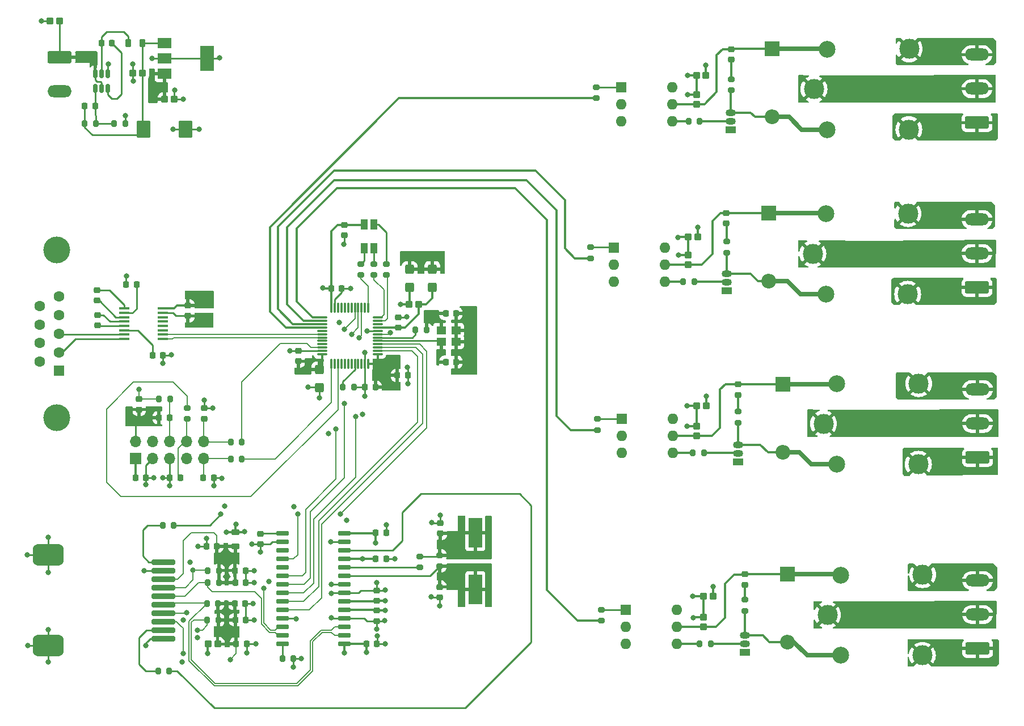
<source format=gbr>
%TF.GenerationSoftware,KiCad,Pcbnew,7.0.10*%
%TF.CreationDate,2025-05-21T01:52:54+02:00*%
%TF.ProjectId,LoadController,4c6f6164-436f-46e7-9472-6f6c6c65722e,rev?*%
%TF.SameCoordinates,Original*%
%TF.FileFunction,Copper,L1,Top*%
%TF.FilePolarity,Positive*%
%FSLAX46Y46*%
G04 Gerber Fmt 4.6, Leading zero omitted, Abs format (unit mm)*
G04 Created by KiCad (PCBNEW 7.0.10) date 2025-05-21 01:52:54*
%MOMM*%
%LPD*%
G01*
G04 APERTURE LIST*
G04 Aperture macros list*
%AMRoundRect*
0 Rectangle with rounded corners*
0 $1 Rounding radius*
0 $2 $3 $4 $5 $6 $7 $8 $9 X,Y pos of 4 corners*
0 Add a 4 corners polygon primitive as box body*
4,1,4,$2,$3,$4,$5,$6,$7,$8,$9,$2,$3,0*
0 Add four circle primitives for the rounded corners*
1,1,$1+$1,$2,$3*
1,1,$1+$1,$4,$5*
1,1,$1+$1,$6,$7*
1,1,$1+$1,$8,$9*
0 Add four rect primitives between the rounded corners*
20,1,$1+$1,$2,$3,$4,$5,0*
20,1,$1+$1,$4,$5,$6,$7,0*
20,1,$1+$1,$6,$7,$8,$9,0*
20,1,$1+$1,$8,$9,$2,$3,0*%
G04 Aperture macros list end*
%TA.AperFunction,SMDPad,CuDef*%
%ADD10RoundRect,0.250000X0.425000X-0.450000X0.425000X0.450000X-0.425000X0.450000X-0.425000X-0.450000X0*%
%TD*%
%TA.AperFunction,SMDPad,CuDef*%
%ADD11RoundRect,0.250000X-0.425000X0.450000X-0.425000X-0.450000X0.425000X-0.450000X0.425000X0.450000X0*%
%TD*%
%TA.AperFunction,SMDPad,CuDef*%
%ADD12RoundRect,0.218750X0.218750X0.256250X-0.218750X0.256250X-0.218750X-0.256250X0.218750X-0.256250X0*%
%TD*%
%TA.AperFunction,SMDPad,CuDef*%
%ADD13RoundRect,0.200000X0.200000X0.275000X-0.200000X0.275000X-0.200000X-0.275000X0.200000X-0.275000X0*%
%TD*%
%TA.AperFunction,SMDPad,CuDef*%
%ADD14RoundRect,0.200000X0.275000X-0.200000X0.275000X0.200000X-0.275000X0.200000X-0.275000X-0.200000X0*%
%TD*%
%TA.AperFunction,SMDPad,CuDef*%
%ADD15RoundRect,0.250000X-0.287500X-0.275000X0.287500X-0.275000X0.287500X0.275000X-0.287500X0.275000X0*%
%TD*%
%TA.AperFunction,SMDPad,CuDef*%
%ADD16RoundRect,0.225000X-0.225000X-0.250000X0.225000X-0.250000X0.225000X0.250000X-0.225000X0.250000X0*%
%TD*%
%TA.AperFunction,SMDPad,CuDef*%
%ADD17RoundRect,0.225000X-0.250000X0.225000X-0.250000X-0.225000X0.250000X-0.225000X0.250000X0.225000X0*%
%TD*%
%TA.AperFunction,SMDPad,CuDef*%
%ADD18RoundRect,0.218750X0.256250X-0.218750X0.256250X0.218750X-0.256250X0.218750X-0.256250X-0.218750X0*%
%TD*%
%TA.AperFunction,SMDPad,CuDef*%
%ADD19RoundRect,0.225000X0.225000X0.250000X-0.225000X0.250000X-0.225000X-0.250000X0.225000X-0.250000X0*%
%TD*%
%TA.AperFunction,SMDPad,CuDef*%
%ADD20RoundRect,0.250000X0.287500X0.275000X-0.287500X0.275000X-0.287500X-0.275000X0.287500X-0.275000X0*%
%TD*%
%TA.AperFunction,ComponentPad*%
%ADD21R,1.600000X1.600000*%
%TD*%
%TA.AperFunction,ComponentPad*%
%ADD22O,1.600000X1.600000*%
%TD*%
%TA.AperFunction,SMDPad,CuDef*%
%ADD23R,2.000000X1.500000*%
%TD*%
%TA.AperFunction,SMDPad,CuDef*%
%ADD24R,2.000000X3.800000*%
%TD*%
%TA.AperFunction,SMDPad,CuDef*%
%ADD25RoundRect,0.075000X0.075000X0.662500X-0.075000X0.662500X-0.075000X-0.662500X0.075000X-0.662500X0*%
%TD*%
%TA.AperFunction,SMDPad,CuDef*%
%ADD26RoundRect,0.075000X0.662500X0.075000X-0.662500X0.075000X-0.662500X-0.075000X0.662500X-0.075000X0*%
%TD*%
%TA.AperFunction,ComponentPad*%
%ADD27R,2.200000X2.200000*%
%TD*%
%TA.AperFunction,ComponentPad*%
%ADD28O,2.200000X2.200000*%
%TD*%
%TA.AperFunction,ComponentPad*%
%ADD29O,1.700000X1.700000*%
%TD*%
%TA.AperFunction,ComponentPad*%
%ADD30R,1.700000X1.700000*%
%TD*%
%TA.AperFunction,SMDPad,CuDef*%
%ADD31R,1.400000X1.200000*%
%TD*%
%TA.AperFunction,SMDPad,CuDef*%
%ADD32RoundRect,0.200000X-0.200000X-0.275000X0.200000X-0.275000X0.200000X0.275000X-0.200000X0.275000X0*%
%TD*%
%TA.AperFunction,SMDPad,CuDef*%
%ADD33R,2.000000X4.500000*%
%TD*%
%TA.AperFunction,SMDPad,CuDef*%
%ADD34RoundRect,0.250000X-0.787500X-1.025000X0.787500X-1.025000X0.787500X1.025000X-0.787500X1.025000X0*%
%TD*%
%TA.AperFunction,ComponentPad*%
%ADD35RoundRect,0.250000X1.550000X-0.650000X1.550000X0.650000X-1.550000X0.650000X-1.550000X-0.650000X0*%
%TD*%
%TA.AperFunction,ComponentPad*%
%ADD36O,3.600000X1.800000*%
%TD*%
%TA.AperFunction,SMDPad,CuDef*%
%ADD37RoundRect,0.225000X0.250000X-0.225000X0.250000X0.225000X-0.250000X0.225000X-0.250000X-0.225000X0*%
%TD*%
%TA.AperFunction,SMDPad,CuDef*%
%ADD38RoundRect,0.200000X-0.275000X0.200000X-0.275000X-0.200000X0.275000X-0.200000X0.275000X0.200000X0*%
%TD*%
%TA.AperFunction,SMDPad,CuDef*%
%ADD39RoundRect,0.218750X-0.218750X-0.381250X0.218750X-0.381250X0.218750X0.381250X-0.218750X0.381250X0*%
%TD*%
%TA.AperFunction,SMDPad,CuDef*%
%ADD40RoundRect,0.250000X-0.275000X0.287500X-0.275000X-0.287500X0.275000X-0.287500X0.275000X0.287500X0*%
%TD*%
%TA.AperFunction,SMDPad,CuDef*%
%ADD41RoundRect,0.218750X-0.218750X-0.256250X0.218750X-0.256250X0.218750X0.256250X-0.218750X0.256250X0*%
%TD*%
%TA.AperFunction,SMDPad,CuDef*%
%ADD42RoundRect,0.051250X-0.698750X-0.153750X0.698750X-0.153750X0.698750X0.153750X-0.698750X0.153750X0*%
%TD*%
%TA.AperFunction,ComponentPad*%
%ADD43R,1.500000X1.050000*%
%TD*%
%TA.AperFunction,ComponentPad*%
%ADD44O,1.500000X1.050000*%
%TD*%
%TA.AperFunction,SMDPad,CuDef*%
%ADD45R,1.000000X1.500000*%
%TD*%
%TA.AperFunction,ComponentPad*%
%ADD46C,3.000000*%
%TD*%
%TA.AperFunction,ComponentPad*%
%ADD47C,2.500000*%
%TD*%
%TA.AperFunction,ComponentPad*%
%ADD48C,4.000000*%
%TD*%
%TA.AperFunction,ComponentPad*%
%ADD49C,1.600000*%
%TD*%
%TA.AperFunction,SMDPad,CuDef*%
%ADD50RoundRect,0.200000X1.550000X0.200000X-1.550000X0.200000X-1.550000X-0.200000X1.550000X-0.200000X0*%
%TD*%
%TA.AperFunction,SMDPad,CuDef*%
%ADD51RoundRect,0.815000X1.485000X0.815000X-1.485000X0.815000X-1.485000X-0.815000X1.485000X-0.815000X0*%
%TD*%
%TA.AperFunction,ComponentPad*%
%ADD52RoundRect,0.250000X-1.550000X0.650000X-1.550000X-0.650000X1.550000X-0.650000X1.550000X0.650000X0*%
%TD*%
%TA.AperFunction,SMDPad,CuDef*%
%ADD53RoundRect,0.075000X-0.875000X-0.225000X0.875000X-0.225000X0.875000X0.225000X-0.875000X0.225000X0*%
%TD*%
%TA.AperFunction,SMDPad,CuDef*%
%ADD54RoundRect,0.218750X-0.381250X0.218750X-0.381250X-0.218750X0.381250X-0.218750X0.381250X0.218750X0*%
%TD*%
%TA.AperFunction,SMDPad,CuDef*%
%ADD55RoundRect,0.150000X-0.150000X0.512500X-0.150000X-0.512500X0.150000X-0.512500X0.150000X0.512500X0*%
%TD*%
%TA.AperFunction,ViaPad*%
%ADD56C,0.800000*%
%TD*%
%TA.AperFunction,Conductor*%
%ADD57C,0.180000*%
%TD*%
%TA.AperFunction,Conductor*%
%ADD58C,0.300000*%
%TD*%
%TA.AperFunction,Conductor*%
%ADD59C,0.250000*%
%TD*%
%TA.AperFunction,Conductor*%
%ADD60C,0.177800*%
%TD*%
%TA.AperFunction,Conductor*%
%ADD61C,0.700000*%
%TD*%
G04 APERTURE END LIST*
D10*
%TO.P,C25,2*%
%TO.N,GND*%
X110905000Y-80100000D03*
%TO.P,C25,1*%
%TO.N,+3.3VADC*%
X110905000Y-82800000D03*
%TD*%
%TO.P,C24,2*%
%TO.N,GND*%
X114305000Y-80075000D03*
%TO.P,C24,1*%
%TO.N,Net-(U2-VDDA)*%
X114305000Y-82775000D03*
%TD*%
D11*
%TO.P,C16,2*%
%TO.N,GND*%
X97450000Y-97800000D03*
%TO.P,C16,1*%
%TO.N,+3.3VADC*%
X97450000Y-95100000D03*
%TD*%
D12*
%TO.P,D5,1,A1*%
%TO.N,/MCU/NRST_R*%
X75087500Y-102275000D03*
%TO.P,D5,2,A2*%
%TO.N,GND*%
X73512500Y-102275000D03*
%TD*%
D13*
%TO.P,R6,1*%
%TO.N,/ETHController/RCT*%
X82430000Y-126895000D03*
%TO.P,R6,2*%
%TO.N,/ETHController/TPINP*%
X80780000Y-126895000D03*
%TD*%
D14*
%TO.P,R23,1*%
%TO.N,Net-(D9-A)*%
X158249999Y-77629999D03*
%TO.P,R23,2*%
%TO.N,Net-(D7-K)*%
X158249999Y-75979999D03*
%TD*%
D15*
%TO.P,C34,1*%
%TO.N,+3.3VADC*%
X153775000Y-100505000D03*
%TO.P,C34,2*%
%TO.N,GND*%
X155200000Y-100505000D03*
%TD*%
D16*
%TO.P,C7,1*%
%TO.N,+3.3VADC*%
X105875000Y-123370000D03*
%TO.P,C7,2*%
%TO.N,GND*%
X107425000Y-123370000D03*
%TD*%
D17*
%TO.P,C23,2*%
%TO.N,GND*%
X70550000Y-101050000D03*
%TO.P,C23,1*%
%TO.N,/MCU/NRST*%
X70550000Y-99500000D03*
%TD*%
D16*
%TO.P,C10,1*%
%TO.N,GND*%
X80612500Y-121475000D03*
%TO.P,C10,2*%
%TO.N,/ETHController/RCT*%
X82162500Y-121475000D03*
%TD*%
D12*
%TO.P,D4,1,A1*%
%TO.N,/MCU/SWO_R*%
X76687500Y-111250000D03*
%TO.P,D4,2,A2*%
%TO.N,GND*%
X75112500Y-111250000D03*
%TD*%
D18*
%TO.P,D2,1,A1*%
%TO.N,/MCU/SWDIO_R*%
X80287500Y-102417500D03*
%TO.P,D2,2,A2*%
%TO.N,GND*%
X80287500Y-100842500D03*
%TD*%
D19*
%TO.P,C40,1*%
%TO.N,Net-(U8-FB)*%
X63975000Y-55700000D03*
%TO.P,C40,2*%
%TO.N,+5V*%
X62425000Y-55700000D03*
%TD*%
D16*
%TO.P,C5,1*%
%TO.N,+3.3VADC*%
X105875000Y-119495000D03*
%TO.P,C5,2*%
%TO.N,GND*%
X107425000Y-119495000D03*
%TD*%
D14*
%TO.P,R30,1*%
%TO.N,Net-(D14-A)*%
X160942500Y-131120000D03*
%TO.P,R30,2*%
%TO.N,Net-(D12-K)*%
X160942500Y-129470000D03*
%TD*%
D20*
%TO.P,L3,2,2*%
%TO.N,+3.3VADC*%
X110830000Y-85375000D03*
%TO.P,L3,1,1*%
%TO.N,Net-(U2-VDDA)*%
X112255000Y-85375000D03*
%TD*%
D17*
%TO.P,C26,2*%
%TO.N,GND*%
X101145000Y-75030000D03*
%TO.P,C26,1*%
%TO.N,+3.3VADC*%
X101145000Y-73480000D03*
%TD*%
D21*
%TO.P,U4,1*%
%TO.N,Net-(R19-Pad2)*%
X141399999Y-76879999D03*
D22*
%TO.P,U4,2*%
%TO.N,GND*%
X141399999Y-79419999D03*
%TO.P,U4,3,NC*%
%TO.N,unconnected-(U4-NC-Pad3)*%
X141399999Y-81959999D03*
%TO.P,U4,4*%
%TO.N,Net-(R21-Pad1)*%
X149019999Y-81959999D03*
%TO.P,U4,5*%
%TO.N,Net-(D7-A)*%
X149019999Y-79419999D03*
%TO.P,U4,6*%
%TO.N,unconnected-(U4-Pad6)*%
X149019999Y-76879999D03*
%TD*%
D16*
%TO.P,C4,1*%
%TO.N,/ETHController/TCT*%
X84830000Y-130045000D03*
%TO.P,C4,2*%
%TO.N,GND*%
X86380000Y-130045000D03*
%TD*%
D17*
%TO.P,C29,1*%
%TO.N,Net-(U3-C2+)*%
X64320000Y-86925000D03*
%TO.P,C29,2*%
%TO.N,Net-(U3-C2-)*%
X64320000Y-88475000D03*
%TD*%
D14*
%TO.P,R14,1*%
%TO.N,/MCU/SWO_R*%
X77687500Y-102475000D03*
%TO.P,R14,2*%
%TO.N,/MCU/SWO*%
X77687500Y-100825000D03*
%TD*%
%TO.P,R19,1*%
%TO.N,/ACLoadControlStage/CT_IN2_L*%
X137950000Y-78475000D03*
%TO.P,R19,2*%
%TO.N,Net-(R19-Pad2)*%
X137950000Y-76825000D03*
%TD*%
D23*
%TO.P,U9,1,VI*%
%TO.N,+5V*%
X74375000Y-46275000D03*
%TO.P,U9,2,GND*%
%TO.N,GND*%
X74375000Y-48575000D03*
D24*
X80675000Y-48575000D03*
D23*
%TO.P,U9,3,VO*%
%TO.N,+3.3VADC*%
X74375000Y-50875000D03*
%TD*%
D25*
%TO.P,U2,48,VDD*%
%TO.N,+3.3VADC*%
X104750000Y-94212500D03*
%TO.P,U2,47,VSS*%
%TO.N,GND*%
X104250000Y-94212500D03*
%TO.P,U2,46,PB9*%
%TO.N,unconnected-(U2-PB9-Pad46)*%
X103750000Y-94212500D03*
%TO.P,U2,45,PB8*%
%TO.N,unconnected-(U2-PB8-Pad45)*%
X103250000Y-94212500D03*
%TO.P,U2,44,BOOT0*%
%TO.N,/MCU/BOOT0*%
X102750000Y-94212500D03*
%TO.P,U2,43,PB7*%
%TO.N,unconnected-(U2-PB7-Pad43)*%
X102250000Y-94212500D03*
%TO.P,U2,42,PB6*%
%TO.N,unconnected-(U2-PB6-Pad42)*%
X101750000Y-94212500D03*
%TO.P,U2,41,PB5*%
%TO.N,unconnected-(U2-PB5-Pad41)*%
X101250000Y-94212500D03*
%TO.P,U2,40,PB4*%
%TO.N,unconnected-(U2-PB4-Pad40)*%
X100750000Y-94212500D03*
%TO.P,U2,39,PB3*%
%TO.N,/MCU/SWO*%
X100250000Y-94212500D03*
%TO.P,U2,38,PA15*%
%TO.N,unconnected-(U2-PA15-Pad38)*%
X99750000Y-94212500D03*
%TO.P,U2,37,PA14*%
%TO.N,/MCU/SWCLK*%
X99250000Y-94212500D03*
D26*
%TO.P,U2,36,VDD*%
%TO.N,+3.3VADC*%
X97837500Y-92800000D03*
%TO.P,U2,35,VSS*%
%TO.N,GND*%
X97837500Y-92300000D03*
%TO.P,U2,34,PA13*%
%TO.N,/MCU/SWDIO*%
X97837500Y-91800000D03*
%TO.P,U2,33,PA12*%
%TO.N,unconnected-(U2-PA12-Pad33)*%
X97837500Y-91300000D03*
%TO.P,U2,32,PA11*%
%TO.N,unconnected-(U2-PA11-Pad32)*%
X97837500Y-90800000D03*
%TO.P,U2,31,PA10*%
%TO.N,/MCU/USART1_RX*%
X97837500Y-90300000D03*
%TO.P,U2,30,PA9*%
%TO.N,/MCU/USART1_TX*%
X97837500Y-89800000D03*
%TO.P,U2,29,PA8*%
%TO.N,unconnected-(U2-PA8-Pad29)*%
X97837500Y-89300000D03*
%TO.P,U2,28,PB15*%
%TO.N,/ACLoadControlStage/CT_IN1_L*%
X97837500Y-88800000D03*
%TO.P,U2,27,PB14*%
%TO.N,/ACLoadControlStage/CT_IN2_L*%
X97837500Y-88300000D03*
%TO.P,U2,26,PB13*%
%TO.N,/ACLoadControlStage/CT_IN2_R*%
X97837500Y-87800000D03*
%TO.P,U2,25,PB12*%
%TO.N,/ACLoadControlStage/CT_IN1_R*%
X97837500Y-87300000D03*
D25*
%TO.P,U2,24,VDD*%
%TO.N,+3.3VADC*%
X99250000Y-85887500D03*
%TO.P,U2,23,VSS*%
%TO.N,GND*%
X99750000Y-85887500D03*
%TO.P,U2,22,PB11*%
%TO.N,unconnected-(U2-PB11-Pad22)*%
X100250000Y-85887500D03*
%TO.P,U2,21,PB10*%
%TO.N,unconnected-(U2-PB10-Pad21)*%
X100750000Y-85887500D03*
%TO.P,U2,20,PB2*%
%TO.N,unconnected-(U2-PB2-Pad20)*%
X101250000Y-85887500D03*
%TO.P,U2,19,PB1*%
%TO.N,unconnected-(U2-PB1-Pad19)*%
X101750000Y-85887500D03*
%TO.P,U2,18,PB0*%
%TO.N,unconnected-(U2-PB0-Pad18)*%
X102250000Y-85887500D03*
%TO.P,U2,17,PA7*%
%TO.N,/ETHController/ETH_MOSI*%
X102750000Y-85887500D03*
%TO.P,U2,16,PA6*%
%TO.N,/ETHController/ETH_MISO*%
X103250000Y-85887500D03*
%TO.P,U2,15,PA5*%
%TO.N,/ETHController/ETH_SCK*%
X103750000Y-85887500D03*
%TO.P,U2,14,PA4*%
%TO.N,unconnected-(U2-PA4-Pad14)*%
X104250000Y-85887500D03*
%TO.P,U2,13,PA3*%
%TO.N,/MCU/TIM2_CH4*%
X104750000Y-85887500D03*
D26*
%TO.P,U2,12,PA2*%
%TO.N,/MCU/TIM2_CH3*%
X106162500Y-87300000D03*
%TO.P,U2,11,PA1*%
%TO.N,/MCU/TIM2_CH2*%
X106162500Y-87800000D03*
%TO.P,U2,10,PA0*%
%TO.N,unconnected-(U2-PA0-Pad10)*%
X106162500Y-88300000D03*
%TO.P,U2,9,VDDA*%
%TO.N,Net-(U2-VDDA)*%
X106162500Y-88800000D03*
%TO.P,U2,8,VSSA*%
%TO.N,GND*%
X106162500Y-89300000D03*
%TO.P,U2,7,NRST*%
%TO.N,/MCU/NRST*%
X106162500Y-89800000D03*
%TO.P,U2,6,PD1*%
%TO.N,/MCU/OSC_OUT*%
X106162500Y-90300000D03*
%TO.P,U2,5,PD0*%
%TO.N,/MCU/OSC_IN*%
X106162500Y-90800000D03*
%TO.P,U2,4,PC15*%
%TO.N,/ETHController/ETH_INT*%
X106162500Y-91300000D03*
%TO.P,U2,3,PC14*%
%TO.N,/ETHController/ETH_RESET*%
X106162500Y-91800000D03*
%TO.P,U2,2,PC13*%
%TO.N,/ETHController/ETH_CS*%
X106162500Y-92300000D03*
%TO.P,U2,1,VBAT*%
%TO.N,+3.3VADC*%
X106162500Y-92800000D03*
%TD*%
D14*
%TO.P,R26,1*%
%TO.N,/ACLoadControlStage/CT_IN1_R*%
X139525000Y-132625000D03*
%TO.P,R26,2*%
%TO.N,Net-(R26-Pad2)*%
X139525000Y-130975000D03*
%TD*%
D27*
%TO.P,D14,1,K*%
%TO.N,Net-(D12-A)*%
X167292500Y-125620000D03*
D28*
%TO.P,D14,2,A*%
%TO.N,Net-(D14-A)*%
X167292500Y-135780000D03*
%TD*%
D29*
%TO.P,J3,10,Pin_10*%
%TO.N,/MCU/SWDIO_R*%
X80197500Y-105835000D03*
%TO.P,J3,9,Pin_9*%
%TO.N,/MCU/SWCLK_R*%
X80197500Y-108375000D03*
%TO.P,J3,8,Pin_8*%
%TO.N,/MCU/SWO_R*%
X77657500Y-105835000D03*
%TO.P,J3,7,Pin_7*%
%TO.N,unconnected-(J3-Pin_7-Pad7)*%
X77657500Y-108375000D03*
%TO.P,J3,6,Pin_6*%
%TO.N,/MCU/NRST_R*%
X75117500Y-105835000D03*
%TO.P,J3,5,Pin_5*%
%TO.N,GND*%
X75117500Y-108375000D03*
%TO.P,J3,4,Pin_4*%
%TO.N,unconnected-(J3-Pin_4-Pad4)*%
X72577500Y-105835000D03*
%TO.P,J3,3,Pin_3*%
%TO.N,GND*%
X72577500Y-108375000D03*
%TO.P,J3,2,Pin_2*%
X70037500Y-105835000D03*
D30*
%TO.P,J3,1,Pin_1*%
%TO.N,+3.3VADC*%
X70037500Y-108375000D03*
%TD*%
D31*
%TO.P,Y2,1,1*%
%TO.N,/MCU/OSC_IN*%
X115630000Y-90900000D03*
%TO.P,Y2,2,2*%
%TO.N,GND*%
X117830000Y-90900000D03*
%TO.P,Y2,3,3*%
X117830000Y-89200000D03*
%TO.P,Y2,4,4*%
%TO.N,Net-(C18-Pad1)*%
X115630000Y-89200000D03*
%TD*%
D21*
%TO.P,U7,1*%
%TO.N,Net-(R26-Pad2)*%
X143142500Y-130970000D03*
D22*
%TO.P,U7,2*%
%TO.N,GND*%
X143142500Y-133510000D03*
%TO.P,U7,3,NC*%
%TO.N,unconnected-(U7-NC-Pad3)*%
X143142500Y-136050000D03*
%TO.P,U7,4*%
%TO.N,Net-(R28-Pad1)*%
X150762500Y-136050000D03*
%TO.P,U7,5*%
%TO.N,Net-(D12-A)*%
X150762500Y-133510000D03*
%TO.P,U7,6*%
%TO.N,unconnected-(U7-Pad6)*%
X150762500Y-130970000D03*
%TD*%
D16*
%TO.P,C6,1*%
%TO.N,/ETHController/TCT*%
X84915000Y-132475000D03*
%TO.P,C6,2*%
%TO.N,GND*%
X86465000Y-132475000D03*
%TD*%
%TO.P,C13,1*%
%TO.N,/ETHController/TCT*%
X85030000Y-136070000D03*
%TO.P,C13,2*%
%TO.N,GND*%
X86580000Y-136070000D03*
%TD*%
D32*
%TO.P,R9,1*%
%TO.N,Net-(J2-Pad2)*%
X73400000Y-140100000D03*
%TO.P,R9,2*%
%TO.N,/ETHController/LEDB*%
X75050000Y-140100000D03*
%TD*%
D33*
%TO.P,Y1,1,1*%
%TO.N,Net-(C2-Pad2)*%
X120712500Y-119450000D03*
%TO.P,Y1,2,2*%
%TO.N,/ETHController/OSC_IN_ETH*%
X120712500Y-127950000D03*
%TD*%
D34*
%TO.P,C41,1*%
%TO.N,+5V*%
X71237500Y-59200000D03*
%TO.P,C41,2*%
%TO.N,GND*%
X77462500Y-59200000D03*
%TD*%
D35*
%TO.P,J5,1,Pin_1*%
%TO.N,/ACLoadControlStage/NO2*%
X195592500Y-82805000D03*
D36*
%TO.P,J5,2,Pin_2*%
%TO.N,/ACLoadControlStage/C2*%
X195592500Y-77725000D03*
%TO.P,J5,3,Pin_3*%
%TO.N,/ACLoadControlStage/NC2*%
X195592500Y-72645000D03*
%TD*%
D37*
%TO.P,C11,1*%
%TO.N,+3.3VADC*%
X105975000Y-129625000D03*
%TO.P,C11,2*%
%TO.N,GND*%
X105975000Y-128075000D03*
%TD*%
D27*
%TO.P,D13,1,K*%
%TO.N,Net-(D11-A)*%
X166625000Y-97300000D03*
D28*
%TO.P,D13,2,A*%
%TO.N,Net-(D13-A)*%
X166625000Y-107460000D03*
%TD*%
D32*
%TO.P,R28,1*%
%TO.N,Net-(R28-Pad1)*%
X154192500Y-136070000D03*
%TO.P,R28,2*%
%TO.N,Net-(Q4-B)*%
X155842500Y-136070000D03*
%TD*%
%TO.P,R10,2*%
%TO.N,Net-(C18-Pad1)*%
X113430000Y-89150000D03*
%TO.P,R10,1*%
%TO.N,/MCU/OSC_OUT*%
X111780000Y-89150000D03*
%TD*%
D14*
%TO.P,R24,1*%
%TO.N,Net-(D10-A)*%
X158900000Y-53355000D03*
%TO.P,R24,2*%
%TO.N,Net-(D8-K)*%
X158900000Y-51705000D03*
%TD*%
D38*
%TO.P,R3,1*%
%TO.N,Net-(C2-Pad2)*%
X112412500Y-123000000D03*
%TO.P,R3,2*%
%TO.N,/ETHController/OSC_OUT_ETH*%
X112412500Y-124650000D03*
%TD*%
D16*
%TO.P,C31,1*%
%TO.N,Net-(U3-VS-)*%
X72550000Y-92950000D03*
%TO.P,C31,2*%
%TO.N,GND*%
X74100000Y-92950000D03*
%TD*%
D39*
%TO.P,L8,1,1*%
%TO.N,Net-(U8-SW)*%
X68950000Y-46275000D03*
%TO.P,L8,2,2*%
%TO.N,+5V*%
X71075000Y-46275000D03*
%TD*%
D40*
%TO.P,L7,1,1*%
%TO.N,+3.3VADC*%
X153775000Y-103580000D03*
%TO.P,L7,2,2*%
%TO.N,Net-(D11-A)*%
X153775000Y-105005000D03*
%TD*%
D13*
%TO.P,R7,2*%
%TO.N,/ETHController/TPINN*%
X80780000Y-125095000D03*
%TO.P,R7,1*%
%TO.N,/ETHController/RCT*%
X82430000Y-125095000D03*
%TD*%
D21*
%TO.P,U6,1*%
%TO.N,Net-(R25-Pad2)*%
X142605000Y-102465000D03*
D22*
%TO.P,U6,2*%
%TO.N,GND*%
X142605000Y-105005000D03*
%TO.P,U6,3,NC*%
%TO.N,unconnected-(U6-NC-Pad3)*%
X142605000Y-107545000D03*
%TO.P,U6,4*%
%TO.N,Net-(R27-Pad1)*%
X150225000Y-107545000D03*
%TO.P,U6,5*%
%TO.N,Net-(D11-A)*%
X150225000Y-105005000D03*
%TO.P,U6,6*%
%TO.N,unconnected-(U6-Pad6)*%
X150225000Y-102465000D03*
%TD*%
D37*
%TO.P,C20,2*%
%TO.N,GND*%
X94300000Y-92300000D03*
%TO.P,C20,1*%
%TO.N,+3.3VADC*%
X94300000Y-93850000D03*
%TD*%
D32*
%TO.P,R12,1*%
%TO.N,/MCU/SWDIO_R*%
X84237500Y-105880000D03*
%TO.P,R12,2*%
%TO.N,/MCU/SWDIO*%
X85887500Y-105880000D03*
%TD*%
D41*
%TO.P,D3,1,A1*%
%TO.N,/MCU/SWCLK_R*%
X80112500Y-111250000D03*
%TO.P,D3,2,A2*%
%TO.N,GND*%
X81687500Y-111250000D03*
%TD*%
D42*
%TO.P,U3,1,C1+*%
%TO.N,Net-(U3-C1+)*%
X68322500Y-85960750D03*
%TO.P,U3,2,VS+*%
%TO.N,Net-(U3-VS+)*%
X68322500Y-86610750D03*
%TO.P,U3,3,C1-*%
%TO.N,Net-(U3-C1-)*%
X68322500Y-87260750D03*
%TO.P,U3,4,C2+*%
%TO.N,Net-(U3-C2+)*%
X68322500Y-87910750D03*
%TO.P,U3,5,C2-*%
%TO.N,Net-(U3-C2-)*%
X68322500Y-88560750D03*
%TO.P,U3,6,VS-*%
%TO.N,Net-(U3-VS-)*%
X68322500Y-89210750D03*
%TO.P,U3,7,T2OUT*%
%TO.N,/MCU/RS232_RX*%
X68322500Y-89860750D03*
%TO.P,U3,8,R2IN*%
%TO.N,/MCU/RS232_TX*%
X68322500Y-90510750D03*
%TO.P,U3,9,R2OUT*%
%TO.N,/MCU/USART1_RX*%
X74092500Y-90510750D03*
%TO.P,U3,10,T2IN*%
%TO.N,/MCU/USART1_TX*%
X74092500Y-89860750D03*
%TO.P,U3,11,T1IN*%
%TO.N,unconnected-(U3-T1IN-Pad11)*%
X74092500Y-89210750D03*
%TO.P,U3,12,R1OUT*%
%TO.N,unconnected-(U3-R1OUT-Pad12)*%
X74092500Y-88560750D03*
%TO.P,U3,13,R1IN*%
%TO.N,unconnected-(U3-R1IN-Pad13)*%
X74092500Y-87910750D03*
%TO.P,U3,14,T1OUT*%
%TO.N,unconnected-(U3-T1OUT-Pad14)*%
X74092500Y-87260750D03*
%TO.P,U3,15,GND*%
%TO.N,GND*%
X74092500Y-86610750D03*
%TO.P,U3,16,VCC*%
%TO.N,+3.3VADC*%
X74092500Y-85960750D03*
%TD*%
D32*
%TO.P,R8,1*%
%TO.N,Net-(J2-Pad10)*%
X74050000Y-118325000D03*
%TO.P,R8,2*%
%TO.N,/ETHController/LEDA*%
X75700000Y-118325000D03*
%TD*%
D40*
%TO.P,L4,1,1*%
%TO.N,+3.3VADC*%
X153725000Y-54005000D03*
%TO.P,L4,2,2*%
%TO.N,Net-(D10-K)*%
X153725000Y-55430000D03*
%TD*%
D17*
%TO.P,C12,1*%
%TO.N,+3.3VADC*%
X106000000Y-131100000D03*
%TO.P,C12,2*%
%TO.N,GND*%
X106000000Y-132650000D03*
%TD*%
D16*
%TO.P,C9,1*%
%TO.N,/ETHController/RCT*%
X84855000Y-125095000D03*
%TO.P,C9,2*%
%TO.N,GND*%
X86405000Y-125095000D03*
%TD*%
D17*
%TO.P,C3,1*%
%TO.N,Net-(U1-VCAP)*%
X88655000Y-119595000D03*
%TO.P,C3,2*%
%TO.N,GND*%
X88655000Y-121145000D03*
%TD*%
D14*
%TO.P,R29,1*%
%TO.N,Net-(D13-A)*%
X159925000Y-103030000D03*
%TO.P,R29,2*%
%TO.N,Net-(D11-K)*%
X159925000Y-101380000D03*
%TD*%
D43*
%TO.P,Q1,1,E*%
%TO.N,GND*%
X158224999Y-83274999D03*
D44*
%TO.P,Q1,2,B*%
%TO.N,Net-(Q1-B)*%
X158224999Y-82004999D03*
%TO.P,Q1,3,C*%
%TO.N,Net-(D9-A)*%
X158224999Y-80734999D03*
%TD*%
D19*
%TO.P,C30,1*%
%TO.N,Net-(U3-VS+)*%
X70170000Y-82375000D03*
%TO.P,C30,2*%
%TO.N,GND*%
X68620000Y-82375000D03*
%TD*%
D21*
%TO.P,U5,1*%
%TO.N,Net-(R20-Pad2)*%
X142500000Y-52880000D03*
D22*
%TO.P,U5,2*%
%TO.N,GND*%
X142500000Y-55420000D03*
%TO.P,U5,3,NC*%
%TO.N,unconnected-(U5-NC-Pad3)*%
X142500000Y-57960000D03*
%TO.P,U5,4*%
%TO.N,Net-(R22-Pad1)*%
X150120000Y-57960000D03*
%TO.P,U5,5*%
%TO.N,Net-(D10-K)*%
X150120000Y-55420000D03*
%TO.P,U5,6*%
%TO.N,unconnected-(U5-Pad6)*%
X150120000Y-52880000D03*
%TD*%
D18*
%TO.P,D11,1,K*%
%TO.N,Net-(D11-K)*%
X159925000Y-98855000D03*
%TO.P,D11,2,A*%
%TO.N,Net-(D11-A)*%
X159925000Y-97280000D03*
%TD*%
D16*
%TO.P,C19,2*%
%TO.N,GND*%
X100780000Y-82950000D03*
%TO.P,C19,1*%
%TO.N,+3.3VADC*%
X99230000Y-82950000D03*
%TD*%
D45*
%TO.P,D6,4,A*%
%TO.N,+3.3VADC*%
X104170000Y-73430000D03*
%TO.P,D6,3,RK*%
%TO.N,Net-(D6-RK)*%
X105570000Y-73430000D03*
%TO.P,D6,2,GK*%
%TO.N,Net-(D6-GK)*%
X105570000Y-76930000D03*
%TO.P,D6,1,BK*%
%TO.N,Net-(D6-BK)*%
X104170000Y-76930000D03*
%TD*%
D14*
%TO.P,R1,1*%
%TO.N,/ETHController/OSC_IN_ETH*%
X115437500Y-124475000D03*
%TO.P,R1,2*%
%TO.N,Net-(C2-Pad2)*%
X115437500Y-122825000D03*
%TD*%
D28*
%TO.P,D10,2,A*%
%TO.N,Net-(D10-A)*%
X165000000Y-57335000D03*
D27*
%TO.P,D10,1,K*%
%TO.N,Net-(D10-K)*%
X165000000Y-47175000D03*
%TD*%
D16*
%TO.P,C18,1*%
%TO.N,Net-(C18-Pad1)*%
X116300000Y-86700000D03*
%TO.P,C18,2*%
%TO.N,GND*%
X117850000Y-86700000D03*
%TD*%
D20*
%TO.P,C37,1*%
%TO.N,+5V*%
X71025000Y-50775000D03*
%TO.P,C37,2*%
%TO.N,GND*%
X69600000Y-50775000D03*
%TD*%
D14*
%TO.P,R20,1*%
%TO.N,/ACLoadControlStage/CT_IN1_L*%
X138775000Y-54550000D03*
%TO.P,R20,2*%
%TO.N,Net-(R20-Pad2)*%
X138775000Y-52900000D03*
%TD*%
D32*
%TO.P,R31,1*%
%TO.N,+5V*%
X62425000Y-58350000D03*
%TO.P,R31,2*%
%TO.N,Net-(U8-FB)*%
X64075000Y-58350000D03*
%TD*%
D46*
%TO.P,K4,1*%
%TO.N,/ACLoadControlStage/C4*%
X173292500Y-131730000D03*
D47*
%TO.P,K4,2*%
%TO.N,Net-(D14-A)*%
X175242500Y-137780000D03*
D46*
%TO.P,K4,3*%
%TO.N,/ACLoadControlStage/NO4*%
X187442500Y-137780000D03*
%TO.P,K4,4*%
%TO.N,/ACLoadControlStage/NC4*%
X187492500Y-125730000D03*
D47*
%TO.P,K4,5*%
%TO.N,Net-(D12-A)*%
X175242500Y-125780000D03*
%TD*%
D46*
%TO.P,K3,1*%
%TO.N,/ACLoadControlStage/C3*%
X172700000Y-103180000D03*
D47*
%TO.P,K3,2*%
%TO.N,Net-(D13-A)*%
X174650000Y-109230000D03*
D46*
%TO.P,K3,3*%
%TO.N,/ACLoadControlStage/NO3*%
X186850000Y-109230000D03*
%TO.P,K3,4*%
%TO.N,/ACLoadControlStage/NC3*%
X186900000Y-97180000D03*
D47*
%TO.P,K3,5*%
%TO.N,Net-(D11-A)*%
X174650000Y-97230000D03*
%TD*%
D43*
%TO.P,Q4,1,E*%
%TO.N,GND*%
X160967500Y-137360000D03*
D44*
%TO.P,Q4,2,B*%
%TO.N,Net-(Q4-B)*%
X160967500Y-136090000D03*
%TO.P,Q4,3,C*%
%TO.N,Net-(D14-A)*%
X160967500Y-134820000D03*
%TD*%
D46*
%TO.P,K1,1*%
%TO.N,/ACLoadControlStage/C2*%
X171100000Y-77780000D03*
D47*
%TO.P,K1,2*%
%TO.N,Net-(D9-A)*%
X173050000Y-83830000D03*
D46*
%TO.P,K1,3*%
%TO.N,/ACLoadControlStage/NO2*%
X185250000Y-83830000D03*
%TO.P,K1,4*%
%TO.N,/ACLoadControlStage/NC2*%
X185300000Y-71780000D03*
D47*
%TO.P,K1,5*%
%TO.N,Net-(D7-A)*%
X173050000Y-71830000D03*
%TD*%
D17*
%TO.P,C2,1*%
%TO.N,GND*%
X115512500Y-118025000D03*
%TO.P,C2,2*%
%TO.N,Net-(C2-Pad2)*%
X115512500Y-119575000D03*
%TD*%
D18*
%TO.P,D7,1,K*%
%TO.N,Net-(D7-K)*%
X158200000Y-73275000D03*
%TO.P,D7,2,A*%
%TO.N,Net-(D7-A)*%
X158200000Y-71700000D03*
%TD*%
D15*
%TO.P,C39,1*%
%TO.N,+3.3VADC*%
X74350000Y-54725000D03*
%TO.P,C39,2*%
%TO.N,GND*%
X75775000Y-54725000D03*
%TD*%
D14*
%TO.P,R16,2*%
%TO.N,Net-(D6-RK)*%
X107450000Y-79325000D03*
%TO.P,R16,1*%
%TO.N,/MCU/TIM2_CH2*%
X107450000Y-80975000D03*
%TD*%
D48*
%TO.P,J4,0,PAD*%
%TO.N,GND*%
X58250331Y-77235000D03*
X58250331Y-102235000D03*
D21*
%TO.P,J4,1,1*%
%TO.N,unconnected-(J4-Pad1)*%
X58550331Y-95275000D03*
D49*
%TO.P,J4,2,2*%
%TO.N,/MCU/RS232_TX*%
X58550331Y-92505000D03*
%TO.P,J4,3,3*%
%TO.N,/MCU/RS232_RX*%
X58550331Y-89735000D03*
%TO.P,J4,4,4*%
%TO.N,unconnected-(J4-Pad4)*%
X58550331Y-86965000D03*
%TO.P,J4,5,5*%
%TO.N,GND*%
X58550331Y-84195000D03*
%TO.P,J4,6,6*%
%TO.N,unconnected-(J4-Pad6)*%
X55710331Y-93890000D03*
%TO.P,J4,7,7*%
%TO.N,unconnected-(J4-Pad7)*%
X55710331Y-91120000D03*
%TO.P,J4,8,8*%
%TO.N,unconnected-(J4-Pad8)*%
X55710331Y-88350000D03*
%TO.P,J4,9,9*%
%TO.N,unconnected-(J4-Pad9)*%
X55710331Y-85580000D03*
%TD*%
D18*
%TO.P,D12,1,K*%
%TO.N,Net-(D12-K)*%
X160942500Y-127220000D03*
%TO.P,D12,2,A*%
%TO.N,Net-(D12-A)*%
X160942500Y-125645000D03*
%TD*%
D35*
%TO.P,J6,1,Pin_1*%
%TO.N,/ACLoadControlStage/NO1*%
X195592500Y-58205000D03*
D36*
%TO.P,J6,2,Pin_2*%
%TO.N,/ACLoadControlStage/C1*%
X195592500Y-53125000D03*
%TO.P,J6,3,Pin_3*%
%TO.N,/ACLoadControlStage/NC1*%
X195592500Y-48045000D03*
%TD*%
D15*
%TO.P,C32,1*%
%TO.N,+3.3VADC*%
X152474999Y-75304999D03*
%TO.P,C32,2*%
%TO.N,GND*%
X153899999Y-75304999D03*
%TD*%
D13*
%TO.P,R5,1*%
%TO.N,/ETHController/TCT*%
X82302500Y-130045000D03*
%TO.P,R5,2*%
%TO.N,/ETHController/TPOUTN*%
X80652500Y-130045000D03*
%TD*%
%TO.P,R4,1*%
%TO.N,/ETHController/TCT*%
X82362500Y-132475000D03*
%TO.P,R4,2*%
%TO.N,/ETHController/TPOUTP*%
X80712500Y-132475000D03*
%TD*%
D18*
%TO.P,D8,1,K*%
%TO.N,Net-(D8-K)*%
X158900000Y-48775000D03*
%TO.P,D8,2,A*%
%TO.N,Net-(D10-K)*%
X158900000Y-47200000D03*
%TD*%
D37*
%TO.P,C1,1*%
%TO.N,GND*%
X115412500Y-129100000D03*
%TO.P,C1,2*%
%TO.N,/ETHController/OSC_IN_ETH*%
X115412500Y-127550000D03*
%TD*%
D35*
%TO.P,J7,1,Pin_1*%
%TO.N,/ACLoadControlStage/NO3*%
X195692500Y-108205000D03*
D36*
%TO.P,J7,2,Pin_2*%
%TO.N,/ACLoadControlStage/C3*%
X195692500Y-103125000D03*
%TO.P,J7,3,Pin_3*%
%TO.N,/ACLoadControlStage/NC3*%
X195692500Y-98045000D03*
%TD*%
D40*
%TO.P,L5,1,1*%
%TO.N,+3.3VADC*%
X152474999Y-77979999D03*
%TO.P,L5,2,2*%
%TO.N,Net-(D7-A)*%
X152474999Y-79404999D03*
%TD*%
D14*
%TO.P,R17,2*%
%TO.N,Net-(D6-GK)*%
X105600000Y-79325000D03*
%TO.P,R17,1*%
%TO.N,/MCU/TIM2_CH3*%
X105600000Y-80975000D03*
%TD*%
D43*
%TO.P,Q2,1,E*%
%TO.N,GND*%
X158875000Y-59245000D03*
D44*
%TO.P,Q2,2,B*%
%TO.N,Net-(Q2-B)*%
X158875000Y-57975000D03*
%TO.P,Q2,3,C*%
%TO.N,Net-(D10-A)*%
X158875000Y-56705000D03*
%TD*%
D32*
%TO.P,R21,1*%
%TO.N,Net-(R21-Pad1)*%
X151724999Y-81954999D03*
%TO.P,R21,2*%
%TO.N,Net-(Q1-B)*%
X153374999Y-81954999D03*
%TD*%
D50*
%TO.P,J2,1*%
%TO.N,GND*%
X74137500Y-135290000D03*
%TO.P,J2,2*%
%TO.N,Net-(J2-Pad2)*%
X74137500Y-134020000D03*
%TO.P,J2,3,TCT*%
%TO.N,/ETHController/TCT*%
X74137500Y-132750000D03*
%TO.P,J2,4,TD+*%
%TO.N,/ETHController/TPOUTP*%
X74137500Y-131480000D03*
%TO.P,J2,5,TD-*%
%TO.N,/ETHController/TPOUTN*%
X74137500Y-130210000D03*
%TO.P,J2,6,RD+*%
%TO.N,/ETHController/TPINP*%
X74137500Y-128940000D03*
%TO.P,J2,7,RD-*%
%TO.N,/ETHController/TPINN*%
X74137500Y-127670000D03*
%TO.P,J2,8,RCT*%
%TO.N,/ETHController/RCT*%
X74137500Y-126400000D03*
%TO.P,J2,9*%
%TO.N,GND*%
X74137500Y-125130000D03*
%TO.P,J2,10*%
%TO.N,Net-(J2-Pad10)*%
X74137500Y-123860000D03*
D51*
%TO.P,J2,SH*%
%TO.N,GND*%
X56987500Y-136345000D03*
X56987500Y-122805000D03*
%TD*%
D15*
%TO.P,L2,1,1*%
%TO.N,+3.3VADC*%
X80830000Y-136095000D03*
%TO.P,L2,2,2*%
%TO.N,/ETHController/TCT*%
X82255000Y-136095000D03*
%TD*%
D52*
%TO.P,J1,1,Pin_1*%
%TO.N,+24V*%
X58707500Y-48415000D03*
D36*
%TO.P,J1,2,Pin_2*%
%TO.N,GND*%
X58707500Y-53495000D03*
%TD*%
D17*
%TO.P,C27,1*%
%TO.N,Net-(U3-C1+)*%
X64270000Y-83225000D03*
%TO.P,C27,2*%
%TO.N,Net-(U3-C1-)*%
X64270000Y-84775000D03*
%TD*%
D43*
%TO.P,Q3,1,E*%
%TO.N,GND*%
X159925000Y-108845000D03*
D44*
%TO.P,Q3,2,B*%
%TO.N,Net-(Q3-B)*%
X159925000Y-107575000D03*
%TO.P,Q3,3,C*%
%TO.N,Net-(D13-A)*%
X159925000Y-106305000D03*
%TD*%
D32*
%TO.P,R22,1*%
%TO.N,Net-(R22-Pad1)*%
X152550000Y-57955000D03*
%TO.P,R22,2*%
%TO.N,Net-(Q2-B)*%
X154200000Y-57955000D03*
%TD*%
D41*
%TO.P,D1,1,A1*%
%TO.N,+3.3VADC*%
X69987500Y-111250000D03*
%TO.P,D1,2,A2*%
%TO.N,GND*%
X71562500Y-111250000D03*
%TD*%
D20*
%TO.P,C36,1*%
%TO.N,+24V*%
X58650000Y-42975000D03*
%TO.P,C36,2*%
%TO.N,GND*%
X57225000Y-42975000D03*
%TD*%
D32*
%TO.P,R27,1*%
%TO.N,Net-(R27-Pad1)*%
X153200000Y-107530000D03*
%TO.P,R27,2*%
%TO.N,Net-(Q3-B)*%
X154850000Y-107530000D03*
%TD*%
D14*
%TO.P,R18,2*%
%TO.N,Net-(D6-BK)*%
X103625000Y-79325000D03*
%TO.P,R18,1*%
%TO.N,/MCU/TIM2_CH4*%
X103625000Y-80975000D03*
%TD*%
D53*
%TO.P,U1,1,VCAP*%
%TO.N,Net-(U1-VCAP)*%
X91945000Y-119570000D03*
%TO.P,U1,2,VSS*%
%TO.N,GND*%
X91945000Y-120840000D03*
%TO.P,U1,3,CLKOUT*%
%TO.N,unconnected-(U1-CLKOUT-Pad3)*%
X91945000Y-122110000D03*
%TO.P,U1,4,~{INT}*%
%TO.N,/ETHController/ETH_INT*%
X91945000Y-123380000D03*
%TO.P,U1,5*%
%TO.N,N/C*%
X91945000Y-124650000D03*
%TO.P,U1,6,SO*%
%TO.N,/ETHController/ETH_MISO*%
X91945000Y-125920000D03*
%TO.P,U1,7,SI*%
%TO.N,/ETHController/ETH_MOSI*%
X91945000Y-127190000D03*
%TO.P,U1,8,SCK*%
%TO.N,/ETHController/ETH_SCK*%
X91945000Y-128460000D03*
%TO.P,U1,9,~{CS}*%
%TO.N,/ETHController/ETH_CS*%
X91945000Y-129730000D03*
%TO.P,U1,10,~{RESET}*%
%TO.N,/ETHController/ETH_RESET*%
X91945000Y-131000000D03*
%TO.P,U1,11,VSSRX*%
%TO.N,GND*%
X91945000Y-132270000D03*
%TO.P,U1,12,TPIN-*%
%TO.N,/ETHController/TPINN*%
X91945000Y-133540000D03*
%TO.P,U1,13,TPIN+*%
%TO.N,/ETHController/TPINP*%
X91945000Y-134810000D03*
%TO.P,U1,14,RBIAS*%
%TO.N,Net-(U1-RBIAS)*%
X91945000Y-136080000D03*
%TO.P,U1,15,VDDTX*%
%TO.N,+3.3VADC*%
X101155000Y-136080000D03*
%TO.P,U1,16,TPOUT-*%
%TO.N,/ETHController/TPOUTN*%
X101155000Y-134810000D03*
%TO.P,U1,17,TPOUT+*%
%TO.N,/ETHController/TPOUTP*%
X101155000Y-133540000D03*
%TO.P,U1,18,VSSTX*%
%TO.N,GND*%
X101155000Y-132270000D03*
%TO.P,U1,19,VDDRX*%
%TO.N,+3.3VADC*%
X101155000Y-131000000D03*
%TO.P,U1,20,VDDPLL*%
X101155000Y-129730000D03*
%TO.P,U1,21,VSSPLL*%
%TO.N,GND*%
X101155000Y-128460000D03*
%TO.P,U1,22,VSSOSC*%
X101155000Y-127190000D03*
%TO.P,U1,23,OSC1*%
%TO.N,/ETHController/OSC_IN_ETH*%
X101155000Y-125920000D03*
%TO.P,U1,24,OSC2*%
%TO.N,/ETHController/OSC_OUT_ETH*%
X101155000Y-124650000D03*
%TO.P,U1,25,VDDOSC*%
%TO.N,+3.3VADC*%
X101155000Y-123380000D03*
%TO.P,U1,26,LEDB*%
%TO.N,/ETHController/LEDB*%
X101155000Y-122110000D03*
%TO.P,U1,27,LEDA*%
%TO.N,/ETHController/LEDA*%
X101155000Y-120840000D03*
%TO.P,U1,28,VDD*%
%TO.N,+3.3VADC*%
X101155000Y-119570000D03*
%TD*%
D17*
%TO.P,C28,1*%
%TO.N,+3.3VADC*%
X77825000Y-85525000D03*
%TO.P,C28,2*%
%TO.N,GND*%
X77825000Y-87075000D03*
%TD*%
D35*
%TO.P,J8,1,Pin_1*%
%TO.N,/ACLoadControlStage/NO4*%
X195692500Y-136755000D03*
D36*
%TO.P,J8,2,Pin_2*%
%TO.N,/ACLoadControlStage/C4*%
X195692500Y-131675000D03*
%TO.P,J8,3,Pin_3*%
%TO.N,/ACLoadControlStage/NC4*%
X195692500Y-126595000D03*
%TD*%
D16*
%TO.P,C21,2*%
%TO.N,GND*%
X110625000Y-95950000D03*
%TO.P,C21,1*%
%TO.N,+3.3VADC*%
X109075000Y-95950000D03*
%TD*%
%TO.P,C14,1*%
%TO.N,+3.3VADC*%
X104480000Y-136070000D03*
%TO.P,C14,2*%
%TO.N,GND*%
X106030000Y-136070000D03*
%TD*%
%TO.P,C8,1*%
%TO.N,/ETHController/RCT*%
X84880000Y-126895000D03*
%TO.P,C8,2*%
%TO.N,GND*%
X86430000Y-126895000D03*
%TD*%
D27*
%TO.P,D9,1,K*%
%TO.N,Net-(D7-A)*%
X164550000Y-71725000D03*
D28*
%TO.P,D9,2,A*%
%TO.N,Net-(D9-A)*%
X164550000Y-81885000D03*
%TD*%
D54*
%TO.P,L1,1,1*%
%TO.N,+3.3VADC*%
X84950000Y-119350000D03*
%TO.P,L1,2,2*%
%TO.N,/ETHController/RCT*%
X84950000Y-121475000D03*
%TD*%
D46*
%TO.P,K2,1*%
%TO.N,/ACLoadControlStage/C1*%
X171275000Y-53180000D03*
D47*
%TO.P,K2,2*%
%TO.N,Net-(D10-A)*%
X173225000Y-59230000D03*
D46*
%TO.P,K2,3*%
%TO.N,/ACLoadControlStage/NO1*%
X185425000Y-59230000D03*
%TO.P,K2,4*%
%TO.N,/ACLoadControlStage/NC1*%
X185475000Y-47180000D03*
D47*
%TO.P,K2,5*%
%TO.N,Net-(D10-K)*%
X173225000Y-47230000D03*
%TD*%
D32*
%TO.P,R2,1*%
%TO.N,Net-(U1-RBIAS)*%
X91950000Y-138250000D03*
%TO.P,R2,2*%
%TO.N,GND*%
X93600000Y-138250000D03*
%TD*%
%TO.P,R13,1*%
%TO.N,/MCU/SWCLK_R*%
X84237500Y-108450000D03*
%TO.P,R13,2*%
%TO.N,/MCU/SWCLK*%
X85887500Y-108450000D03*
%TD*%
D14*
%TO.P,R25,1*%
%TO.N,/ACLoadControlStage/CT_IN2_R*%
X138975000Y-104125000D03*
%TO.P,R25,2*%
%TO.N,Net-(R25-Pad2)*%
X138975000Y-102475000D03*
%TD*%
D40*
%TO.P,L6,1,1*%
%TO.N,+3.3VADC*%
X154742500Y-132095000D03*
%TO.P,L6,2,2*%
%TO.N,Net-(D12-A)*%
X154742500Y-133520000D03*
%TD*%
D13*
%TO.P,R15,2*%
%TO.N,/MCU/NRST*%
X73512500Y-99505000D03*
%TO.P,R15,1*%
%TO.N,/MCU/NRST_R*%
X75162500Y-99505000D03*
%TD*%
D15*
%TO.P,C35,1*%
%TO.N,+3.3VADC*%
X154792500Y-128970000D03*
%TO.P,C35,2*%
%TO.N,GND*%
X156217500Y-128970000D03*
%TD*%
D32*
%TO.P,R32,1*%
%TO.N,Net-(U8-FB)*%
X66825000Y-58350000D03*
%TO.P,R32,2*%
%TO.N,GND*%
X68475000Y-58350000D03*
%TD*%
D16*
%TO.P,C38,1*%
%TO.N,Net-(U8-SW)*%
X64950000Y-46325000D03*
%TO.P,C38,2*%
%TO.N,Net-(U8-BS)*%
X66500000Y-46325000D03*
%TD*%
D55*
%TO.P,U8,1,GND*%
%TO.N,GND*%
X65887500Y-50842500D03*
%TO.P,U8,2,SW*%
%TO.N,Net-(U8-SW)*%
X64937500Y-50842500D03*
%TO.P,U8,3,VIN*%
%TO.N,+24V*%
X63987500Y-50842500D03*
%TO.P,U8,4,FB*%
%TO.N,Net-(U8-FB)*%
X63987500Y-53117500D03*
%TO.P,U8,5,EN*%
%TO.N,+24V*%
X64937500Y-53117500D03*
%TO.P,U8,6,BS*%
%TO.N,Net-(U8-BS)*%
X65887500Y-53117500D03*
%TD*%
D37*
%TO.P,C22,2*%
%TO.N,GND*%
X109225000Y-87275000D03*
%TO.P,C22,1*%
%TO.N,Net-(U2-VDDA)*%
X109225000Y-88825000D03*
%TD*%
D15*
%TO.P,C33,1*%
%TO.N,+3.3VADC*%
X153725000Y-51130000D03*
%TO.P,C33,2*%
%TO.N,GND*%
X155150000Y-51130000D03*
%TD*%
D16*
%TO.P,C15,1*%
%TO.N,/MCU/OSC_IN*%
X116300000Y-93975000D03*
%TO.P,C15,2*%
%TO.N,GND*%
X117850000Y-93975000D03*
%TD*%
D19*
%TO.P,C17,2*%
%TO.N,GND*%
X104250000Y-97725000D03*
%TO.P,C17,1*%
%TO.N,+3.3VADC*%
X105800000Y-97725000D03*
%TD*%
D13*
%TO.P,R11,1*%
%TO.N,GND*%
X102605000Y-97700000D03*
%TO.P,R11,2*%
%TO.N,/MCU/BOOT0*%
X100955000Y-97700000D03*
%TD*%
D56*
%TO.N,GND*%
X100400000Y-88025000D03*
%TO.N,+3.3VADC*%
X101175000Y-137400000D03*
X104475000Y-137325000D03*
X105875000Y-120950000D03*
%TO.N,GND*%
X110600000Y-94750000D03*
X110625000Y-97175000D03*
X104250000Y-92575000D03*
X119350000Y-86325000D03*
X118850000Y-95200000D03*
X120125000Y-95175000D03*
X120150000Y-93075000D03*
X120150000Y-90925000D03*
X120225000Y-88575000D03*
X120300000Y-86300000D03*
%TO.N,+3.3VADC*%
X109550000Y-85375000D03*
%TO.N,GND*%
X110525000Y-87225000D03*
X104575000Y-89300000D03*
%TO.N,+3.3VADC*%
X97975000Y-82925000D03*
%TO.N,GND*%
X93025000Y-92250000D03*
%TO.N,+3.3VADC*%
X94475000Y-95250000D03*
X95675000Y-95125000D03*
X95775000Y-93975000D03*
%TO.N,GND*%
X101125000Y-76375000D03*
X102100000Y-82975000D03*
X104225000Y-99050000D03*
X97425000Y-99325000D03*
X95750000Y-97725000D03*
X83325000Y-115500000D03*
%TO.N,/ETHController/LEDA*%
X82725000Y-116700000D03*
X99175000Y-120825000D03*
%TO.N,+3.3VADC*%
X80800000Y-137500000D03*
X103850000Y-123370000D03*
%TO.N,GND*%
X108700000Y-123375000D03*
X107425000Y-118300000D03*
X114225000Y-117975000D03*
X115500000Y-116850000D03*
X114150000Y-129050000D03*
X115400000Y-130400000D03*
X106050000Y-134875000D03*
X107275000Y-136050000D03*
X106000000Y-133825000D03*
X107175000Y-132625000D03*
%TO.N,+3.3VADC*%
X107250000Y-131100000D03*
X107250000Y-129625000D03*
%TO.N,GND*%
X105975000Y-126925000D03*
X107275000Y-128025000D03*
X99225000Y-132175000D03*
X99250000Y-128500000D03*
X99250000Y-127200000D03*
X93975000Y-132300000D03*
X56950000Y-138775000D03*
X53975000Y-136275000D03*
X56950000Y-133950000D03*
X56950000Y-120150000D03*
X53825000Y-122800000D03*
X57000000Y-125350000D03*
X71300000Y-125175000D03*
X71575000Y-136350000D03*
X93575000Y-139500000D03*
X94750000Y-138225000D03*
X86575000Y-137400000D03*
X87950000Y-136075000D03*
X87750000Y-132500000D03*
X87575000Y-130050000D03*
X87375000Y-121150000D03*
X88650000Y-122325000D03*
X87725000Y-125125000D03*
X87725000Y-126875000D03*
%TO.N,+3.3VADC*%
X86300000Y-119325000D03*
X83575000Y-119350000D03*
X84975000Y-118150000D03*
%TO.N,GND*%
X80625000Y-120325000D03*
X79350000Y-121500000D03*
X81675000Y-112450000D03*
X82900000Y-111300000D03*
X75125000Y-112475000D03*
X71575000Y-112300000D03*
X74050000Y-111275000D03*
X72700000Y-111250000D03*
X81500000Y-100850000D03*
X80300000Y-99675000D03*
X74050000Y-94175000D03*
X75375000Y-92875000D03*
X68650000Y-81075000D03*
X55975000Y-42975000D03*
X68475000Y-57150000D03*
X75600000Y-59200000D03*
X79500000Y-59175000D03*
X77150000Y-54700000D03*
X75825000Y-53375000D03*
X72500000Y-48575000D03*
X82575000Y-48550000D03*
X65925000Y-49425000D03*
X69675000Y-51950000D03*
X69625000Y-49450000D03*
X76975000Y-138800000D03*
X89925000Y-126750000D03*
X78175000Y-123850000D03*
X101475000Y-117600000D03*
X93625000Y-115550000D03*
X103850000Y-101800000D03*
X98825000Y-104675000D03*
%TO.N,/ETHController/ETH_MISO*%
X99925000Y-103975000D03*
%TO.N,/ETHController/ETH_INT*%
X94225000Y-116675000D03*
X100575000Y-116675000D03*
%TO.N,+3.3VADC*%
X153250000Y-132150000D03*
X153175000Y-128950000D03*
X152275000Y-103550000D03*
X152300000Y-100500000D03*
X151000000Y-75325000D03*
X151025000Y-78000000D03*
X152375000Y-51100000D03*
X152375000Y-54000000D03*
X73625000Y-53050000D03*
X72350000Y-54625000D03*
X72325000Y-53525000D03*
X72350000Y-52400000D03*
%TO.N,/ETHController/ETH_MOSI*%
X101175000Y-100125000D03*
%TO.N,/ETHController/ETH_SCK*%
X102875000Y-102125000D03*
%TO.N,/ETHController/TCT*%
X77100000Y-137525000D03*
X84125000Y-138400000D03*
%TO.N,/ETHController/TPINN*%
X78600000Y-125075000D03*
X89118910Y-127775000D03*
%TO.N,GND*%
X79275000Y-135150000D03*
X77125000Y-132500000D03*
%TO.N,/ETHController/TPOUTP*%
X79275000Y-134000000D03*
X77650000Y-131425000D03*
%TO.N,/MCU/NRST*%
X70550000Y-98000000D03*
X108050000Y-89550000D03*
%TO.N,/ETHController/ETH_SCK*%
X103350000Y-90375000D03*
%TO.N,/ETHController/ETH_MISO*%
X102300000Y-89800000D03*
%TO.N,/ETHController/ETH_MOSI*%
X101175000Y-89025000D03*
%TO.N,GND*%
X79475000Y-88350000D03*
X80975000Y-88325000D03*
X80975000Y-87050000D03*
X79325000Y-87050000D03*
%TO.N,+3.3VADC*%
X80950000Y-85400000D03*
X81025000Y-83825000D03*
X79475000Y-83850000D03*
X78000000Y-83850000D03*
%TO.N,GND*%
X72025000Y-101225000D03*
X71950000Y-102800000D03*
X70050000Y-102875000D03*
%TO.N,+3.3VADC*%
X109050000Y-94425000D03*
X108950000Y-97650000D03*
X106475000Y-95850000D03*
X106375000Y-94500000D03*
%TO.N,GND*%
X112575000Y-80025000D03*
X115225000Y-77900000D03*
X112575000Y-77900000D03*
X110200000Y-77900000D03*
X155150000Y-49650000D03*
X153900000Y-73800000D03*
X155175000Y-99050000D03*
X156225000Y-127500000D03*
%TD*%
D57*
%TO.N,/ETHController/ETH_CS*%
X112125000Y-102950000D02*
X98550000Y-116525000D01*
X112125000Y-93150000D02*
X112125000Y-102950000D01*
X111275000Y-92300000D02*
X112125000Y-93150000D01*
X106162500Y-92300000D02*
X111275000Y-92300000D01*
%TO.N,/ETHController/ETH_RESET*%
X97750000Y-129200000D02*
X95950000Y-131000000D01*
X97750000Y-118225000D02*
X97750000Y-129200000D01*
X95950000Y-131000000D02*
X91945000Y-131000000D01*
X112850000Y-92800000D02*
X112850000Y-103125000D01*
X112850000Y-103125000D02*
X97750000Y-118225000D01*
X111850000Y-91800000D02*
X112850000Y-92800000D01*
X106162500Y-91800000D02*
X111850000Y-91800000D01*
%TO.N,/ETHController/ETH_INT*%
X113475000Y-92350000D02*
X112425000Y-91300000D01*
X112425000Y-91300000D02*
X106162500Y-91300000D01*
X113475000Y-103775000D02*
X113475000Y-92350000D01*
X100575000Y-116675000D02*
X113475000Y-103775000D01*
D58*
%TO.N,+3.3VADC*%
X101155000Y-137380000D02*
X101175000Y-137400000D01*
X101155000Y-136080000D02*
X101155000Y-137380000D01*
X104475000Y-136075000D02*
X104475000Y-137325000D01*
X104480000Y-136070000D02*
X104475000Y-136075000D01*
X97837500Y-94712500D02*
X97450000Y-95100000D01*
X97837500Y-92800000D02*
X97837500Y-94712500D01*
D59*
%TO.N,Net-(C2-Pad2)*%
X115262500Y-123000000D02*
X115437500Y-122825000D01*
X112412500Y-123000000D02*
X115262500Y-123000000D01*
D58*
%TO.N,+3.3VADC*%
X106162500Y-92800000D02*
X106162500Y-94287500D01*
X106162500Y-94287500D02*
X106375000Y-94500000D01*
X106087500Y-94212500D02*
X106375000Y-94500000D01*
X104750000Y-94212500D02*
X106087500Y-94212500D01*
X105875000Y-119495000D02*
X105875000Y-120950000D01*
D59*
%TO.N,GND*%
X110625000Y-94775000D02*
X110600000Y-94750000D01*
X110625000Y-95950000D02*
X110625000Y-94775000D01*
X110625000Y-95950000D02*
X110625000Y-97175000D01*
X104250000Y-94212500D02*
X104250000Y-92575000D01*
D58*
%TO.N,+3.3VADC*%
X110830000Y-85375000D02*
X109550000Y-85375000D01*
D59*
%TO.N,GND*%
X110475000Y-87275000D02*
X110525000Y-87225000D01*
X109225000Y-87275000D02*
X110475000Y-87275000D01*
X106162500Y-89300000D02*
X104575000Y-89300000D01*
D58*
%TO.N,+3.3VADC*%
X98000000Y-82950000D02*
X97975000Y-82925000D01*
X99230000Y-82950000D02*
X98000000Y-82950000D01*
D59*
%TO.N,GND*%
X93075000Y-92300000D02*
X93025000Y-92250000D01*
X94300000Y-92300000D02*
X93075000Y-92300000D01*
X101145000Y-76355000D02*
X101125000Y-76375000D01*
X101145000Y-75030000D02*
X101145000Y-76355000D01*
X102075000Y-82950000D02*
X102100000Y-82975000D01*
X100780000Y-82950000D02*
X102075000Y-82950000D01*
D57*
%TO.N,/ETHController/ETH_SCK*%
X102875000Y-111125000D02*
X97287500Y-116712500D01*
X102875000Y-102125000D02*
X102875000Y-111125000D01*
D59*
%TO.N,GND*%
X104250000Y-99025000D02*
X104225000Y-99050000D01*
X104250000Y-97725000D02*
X104250000Y-99025000D01*
X102630000Y-97725000D02*
X104250000Y-97725000D01*
X102605000Y-97700000D02*
X102630000Y-97725000D01*
%TO.N,/MCU/BOOT0*%
X100955000Y-96895000D02*
X100955000Y-97700000D01*
X102750000Y-95100000D02*
X100955000Y-96895000D01*
X102750000Y-94212500D02*
X102750000Y-95100000D01*
%TO.N,GND*%
X97450000Y-99300000D02*
X97425000Y-99325000D01*
X97450000Y-97800000D02*
X97450000Y-99300000D01*
X97375000Y-97725000D02*
X95750000Y-97725000D01*
X97450000Y-97800000D02*
X97375000Y-97725000D01*
%TO.N,/ETHController/LEDA*%
X81100000Y-118325000D02*
X82725000Y-116700000D01*
X75700000Y-118325000D02*
X81100000Y-118325000D01*
X99190000Y-120840000D02*
X99175000Y-120825000D01*
X101155000Y-120840000D02*
X99190000Y-120840000D01*
D58*
%TO.N,+3.3VADC*%
X80800000Y-136125000D02*
X80800000Y-137500000D01*
X80830000Y-136095000D02*
X80800000Y-136125000D01*
X103850000Y-123370000D02*
X105875000Y-123370000D01*
D59*
%TO.N,GND*%
X108695000Y-123370000D02*
X108700000Y-123375000D01*
X107425000Y-123370000D02*
X108695000Y-123370000D01*
X107425000Y-119495000D02*
X107425000Y-118300000D01*
X114275000Y-118025000D02*
X114225000Y-117975000D01*
X115512500Y-118025000D02*
X114275000Y-118025000D01*
X115512500Y-116862500D02*
X115500000Y-116850000D01*
X115512500Y-118025000D02*
X115512500Y-116862500D01*
X114200000Y-129100000D02*
X114150000Y-129050000D01*
X115412500Y-129100000D02*
X114200000Y-129100000D01*
X115412500Y-130387500D02*
X115400000Y-130400000D01*
X115412500Y-129100000D02*
X115412500Y-130387500D01*
X106050000Y-136050000D02*
X106050000Y-134875000D01*
X106050000Y-136050000D02*
X107275000Y-136050000D01*
X106030000Y-136070000D02*
X106050000Y-136050000D01*
X106000000Y-132650000D02*
X106000000Y-133825000D01*
X107150000Y-132650000D02*
X107175000Y-132625000D01*
X106000000Y-132650000D02*
X107150000Y-132650000D01*
D58*
%TO.N,+3.3VADC*%
X106000000Y-131100000D02*
X107250000Y-131100000D01*
X105975000Y-129625000D02*
X107250000Y-129625000D01*
D59*
%TO.N,GND*%
X105975000Y-128075000D02*
X105975000Y-126925000D01*
X107225000Y-128075000D02*
X107275000Y-128025000D01*
X105975000Y-128075000D02*
X107225000Y-128075000D01*
X99320000Y-132270000D02*
X99225000Y-132175000D01*
X101155000Y-132270000D02*
X99320000Y-132270000D01*
X99290000Y-128460000D02*
X99250000Y-128500000D01*
X101155000Y-128460000D02*
X99290000Y-128460000D01*
X99260000Y-127190000D02*
X99250000Y-127200000D01*
X101155000Y-127190000D02*
X99260000Y-127190000D01*
X93945000Y-132270000D02*
X93975000Y-132300000D01*
X91945000Y-132270000D02*
X93945000Y-132270000D01*
X56987500Y-138737500D02*
X56950000Y-138775000D01*
X56987500Y-136345000D02*
X56987500Y-138737500D01*
X54045000Y-136345000D02*
X53975000Y-136275000D01*
X56987500Y-136345000D02*
X54045000Y-136345000D01*
X56987500Y-133987500D02*
X56950000Y-133950000D01*
X56987500Y-136345000D02*
X56987500Y-133987500D01*
X56987500Y-120187500D02*
X56950000Y-120150000D01*
X56987500Y-122805000D02*
X56987500Y-120187500D01*
X53830000Y-122805000D02*
X53825000Y-122800000D01*
X56987500Y-122805000D02*
X53830000Y-122805000D01*
X56987500Y-125337500D02*
X57000000Y-125350000D01*
X56987500Y-122805000D02*
X56987500Y-125337500D01*
X71345000Y-125130000D02*
X71300000Y-125175000D01*
X74137500Y-125130000D02*
X71345000Y-125130000D01*
X71575000Y-135925000D02*
X71575000Y-136350000D01*
X71775000Y-135725000D02*
X71575000Y-135925000D01*
X72210000Y-135290000D02*
X71775000Y-135725000D01*
X74137500Y-135290000D02*
X72210000Y-135290000D01*
X93600000Y-139475000D02*
X93575000Y-139500000D01*
X93600000Y-138250000D02*
X93600000Y-139475000D01*
X94725000Y-138250000D02*
X94750000Y-138225000D01*
X93600000Y-138250000D02*
X94725000Y-138250000D01*
X86580000Y-137395000D02*
X86575000Y-137400000D01*
X86580000Y-136070000D02*
X86580000Y-137395000D01*
X86585000Y-136075000D02*
X87950000Y-136075000D01*
X86580000Y-136070000D02*
X86585000Y-136075000D01*
X87725000Y-132475000D02*
X87750000Y-132500000D01*
X86465000Y-132475000D02*
X87725000Y-132475000D01*
X86385000Y-130050000D02*
X87575000Y-130050000D01*
X86380000Y-130045000D02*
X86385000Y-130050000D01*
X86465000Y-130130000D02*
X86465000Y-132475000D01*
X86380000Y-130045000D02*
X86465000Y-130130000D01*
X87380000Y-121145000D02*
X87375000Y-121150000D01*
X88655000Y-121145000D02*
X87380000Y-121145000D01*
X88655000Y-122320000D02*
X88650000Y-122325000D01*
X88655000Y-121145000D02*
X88655000Y-122320000D01*
X87695000Y-125095000D02*
X87725000Y-125125000D01*
X86405000Y-125095000D02*
X87695000Y-125095000D01*
X87705000Y-126895000D02*
X87725000Y-126875000D01*
X86430000Y-126895000D02*
X87705000Y-126895000D01*
X86405000Y-125095000D02*
X86405000Y-126870000D01*
X86405000Y-126870000D02*
X86430000Y-126895000D01*
D58*
%TO.N,+3.3VADC*%
X86275000Y-119350000D02*
X86300000Y-119325000D01*
X84950000Y-119350000D02*
X86275000Y-119350000D01*
X84950000Y-119350000D02*
X83575000Y-119350000D01*
X84950000Y-118175000D02*
X84975000Y-118150000D01*
X84950000Y-119350000D02*
X84950000Y-118175000D01*
D59*
%TO.N,GND*%
X80612500Y-121475000D02*
X79375000Y-121475000D01*
X79375000Y-121475000D02*
X79350000Y-121500000D01*
X80612500Y-120337500D02*
X80612500Y-121475000D01*
X80625000Y-120325000D02*
X80612500Y-120337500D01*
X81687500Y-112437500D02*
X81675000Y-112450000D01*
X81687500Y-111250000D02*
X81687500Y-112437500D01*
X82850000Y-111250000D02*
X82900000Y-111300000D01*
X81687500Y-111250000D02*
X82850000Y-111250000D01*
X75112500Y-112462500D02*
X75125000Y-112475000D01*
X75112500Y-111250000D02*
X75112500Y-112462500D01*
X71562500Y-112287500D02*
X71575000Y-112300000D01*
X71562500Y-111250000D02*
X71562500Y-112287500D01*
X74075000Y-111250000D02*
X74050000Y-111275000D01*
X75112500Y-111250000D02*
X74075000Y-111250000D01*
X71562500Y-111250000D02*
X72700000Y-111250000D01*
X81492500Y-100842500D02*
X81500000Y-100850000D01*
X80287500Y-100842500D02*
X81492500Y-100842500D01*
X80287500Y-99687500D02*
X80300000Y-99675000D01*
X80287500Y-100842500D02*
X80287500Y-99687500D01*
X74100000Y-94125000D02*
X74050000Y-94175000D01*
X74100000Y-92950000D02*
X74100000Y-94125000D01*
X75300000Y-92950000D02*
X75375000Y-92875000D01*
X74100000Y-92950000D02*
X75300000Y-92950000D01*
X68620000Y-81105000D02*
X68650000Y-81075000D01*
X68620000Y-82375000D02*
X68620000Y-81105000D01*
X57225000Y-42975000D02*
X55975000Y-42975000D01*
X68475000Y-58350000D02*
X68475000Y-57150000D01*
X77462500Y-59200000D02*
X75600000Y-59200000D01*
X79475000Y-59200000D02*
X79500000Y-59175000D01*
X77462500Y-59200000D02*
X79475000Y-59200000D01*
X77125000Y-54725000D02*
X77150000Y-54700000D01*
X75775000Y-54725000D02*
X77125000Y-54725000D01*
X75775000Y-53425000D02*
X75825000Y-53375000D01*
X75775000Y-54725000D02*
X75775000Y-53425000D01*
X74375000Y-48575000D02*
X72500000Y-48575000D01*
X82550000Y-48575000D02*
X82575000Y-48550000D01*
X80675000Y-48575000D02*
X82550000Y-48575000D01*
X74375000Y-48575000D02*
X80675000Y-48575000D01*
X65887500Y-49462500D02*
X65925000Y-49425000D01*
X65887500Y-50842500D02*
X65887500Y-49462500D01*
X69600000Y-51875000D02*
X69675000Y-51950000D01*
X69600000Y-50775000D02*
X69600000Y-51875000D01*
X69600000Y-49475000D02*
X69625000Y-49450000D01*
X69600000Y-50775000D02*
X69600000Y-49475000D01*
D57*
%TO.N,/ETHController/ETH_MISO*%
X95425000Y-115950000D02*
X99925000Y-111450000D01*
X99925000Y-111450000D02*
X99925000Y-103975000D01*
%TO.N,/ETHController/ETH_INT*%
X93570000Y-123380000D02*
X91945000Y-123380000D01*
X94225000Y-122725000D02*
X93570000Y-123380000D01*
X94225000Y-116675000D02*
X94225000Y-122725000D01*
D58*
%TO.N,+3.3VADC*%
X153305000Y-132095000D02*
X153250000Y-132150000D01*
X154742500Y-132095000D02*
X153305000Y-132095000D01*
X154772500Y-128950000D02*
X153175000Y-128950000D01*
X154792500Y-128970000D02*
X154772500Y-128950000D01*
X154742500Y-129020000D02*
X154792500Y-128970000D01*
X154742500Y-132095000D02*
X154742500Y-129020000D01*
X152305000Y-103580000D02*
X152275000Y-103550000D01*
X153775000Y-103580000D02*
X152305000Y-103580000D01*
X152305000Y-100505000D02*
X152300000Y-100500000D01*
X153775000Y-100505000D02*
X152305000Y-100505000D01*
X153775000Y-103580000D02*
X153775000Y-100505000D01*
X151020001Y-75304999D02*
X151000000Y-75325000D01*
X152474999Y-75304999D02*
X151020001Y-75304999D01*
X151045001Y-77979999D02*
X151025000Y-78000000D01*
X152474999Y-77979999D02*
X151045001Y-77979999D01*
X152474999Y-77979999D02*
X152474999Y-75304999D01*
X152405000Y-51130000D02*
X152375000Y-51100000D01*
X153725000Y-51130000D02*
X152405000Y-51130000D01*
X152380000Y-54005000D02*
X152375000Y-54000000D01*
X153725000Y-54005000D02*
X152380000Y-54005000D01*
X153725000Y-54005000D02*
X153725000Y-51130000D01*
D59*
%TO.N,/ETHController/LEDB*%
X76225000Y-140100000D02*
X75050000Y-140100000D01*
X81750000Y-145625000D02*
X76225000Y-140100000D01*
X119250000Y-145625000D02*
X81750000Y-145625000D01*
X129075000Y-135800000D02*
X119250000Y-145625000D01*
X127300000Y-113625000D02*
X129075000Y-115400000D01*
X112625000Y-113625000D02*
X127300000Y-113625000D01*
X109825000Y-116425000D02*
X112625000Y-113625000D01*
X129075000Y-115400000D02*
X129075000Y-135800000D01*
X108365000Y-122110000D02*
X109825000Y-120650000D01*
X109825000Y-120650000D02*
X109825000Y-116425000D01*
X101155000Y-122110000D02*
X108365000Y-122110000D01*
D58*
%TO.N,+3.3VADC*%
X104470000Y-136080000D02*
X104480000Y-136070000D01*
X101155000Y-136080000D02*
X104470000Y-136080000D01*
D59*
%TO.N,+5V*%
X71025000Y-58987500D02*
X71237500Y-59200000D01*
X71025000Y-50775000D02*
X71025000Y-58987500D01*
%TO.N,+24V*%
X63987500Y-51787500D02*
X63987500Y-50842500D01*
X64775000Y-52075000D02*
X64275000Y-52075000D01*
X64937500Y-52237500D02*
X64775000Y-52075000D01*
X64937500Y-53117500D02*
X64937500Y-52237500D01*
X64275000Y-52075000D02*
X63987500Y-51787500D01*
%TO.N,Net-(U8-BS)*%
X66450000Y-54600000D02*
X65887500Y-54037500D01*
X67250000Y-54600000D02*
X66450000Y-54600000D01*
X65887500Y-54037500D02*
X65887500Y-53117500D01*
X67925000Y-53925000D02*
X67250000Y-54600000D01*
X67925000Y-47750000D02*
X67925000Y-53925000D01*
X66500000Y-46325000D02*
X67925000Y-47750000D01*
%TO.N,Net-(U8-SW)*%
X68950000Y-45275000D02*
X68950000Y-46275000D01*
X65725000Y-44575000D02*
X68250000Y-44575000D01*
X68250000Y-44575000D02*
X68950000Y-45275000D01*
X64950000Y-46325000D02*
X64950000Y-45350000D01*
X64950000Y-45350000D02*
X65725000Y-44575000D01*
X64937500Y-46337500D02*
X64950000Y-46325000D01*
X64937500Y-50842500D02*
X64937500Y-46337500D01*
D58*
%TO.N,+3.3VADC*%
X74350000Y-50900000D02*
X74375000Y-50875000D01*
X74350000Y-54725000D02*
X74350000Y-50900000D01*
D59*
%TO.N,+5V*%
X74375000Y-46275000D02*
X71075000Y-46275000D01*
X71075000Y-50725000D02*
X71025000Y-50775000D01*
X71075000Y-46275000D02*
X71075000Y-50725000D01*
X63550000Y-60025000D02*
X70412500Y-60025000D01*
X62425000Y-58900000D02*
X63550000Y-60025000D01*
X70412500Y-60025000D02*
X71237500Y-59200000D01*
X62425000Y-58350000D02*
X62425000Y-58900000D01*
%TO.N,Net-(U8-FB)*%
X64075000Y-58350000D02*
X66825000Y-58350000D01*
X64075000Y-57175000D02*
X64075000Y-58350000D01*
X63975000Y-57075000D02*
X64075000Y-57175000D01*
X63975000Y-55700000D02*
X63975000Y-57075000D01*
%TO.N,+5V*%
X62425000Y-55700000D02*
X62425000Y-58350000D01*
%TO.N,Net-(U8-FB)*%
X63937500Y-58680000D02*
X63987500Y-58630000D01*
X63975000Y-58642500D02*
X63937500Y-58680000D01*
X63987500Y-55687500D02*
X63975000Y-55700000D01*
X63987500Y-53117500D02*
X63987500Y-55687500D01*
%TO.N,+24V*%
X58707500Y-48415000D02*
X58707500Y-43032500D01*
X58707500Y-43032500D02*
X58650000Y-42975000D01*
D57*
%TO.N,/ETHController/ETH_MISO*%
X95425000Y-125425000D02*
X95425000Y-115950000D01*
X91945000Y-125920000D02*
X94930000Y-125920000D01*
X94930000Y-125920000D02*
X95425000Y-125425000D01*
%TO.N,/ETHController/ETH_MOSI*%
X101175000Y-111250000D02*
X101175000Y-100125000D01*
X91945000Y-127190000D02*
X95160000Y-127190000D01*
X95160000Y-127190000D02*
X96125000Y-126225000D01*
X96125000Y-126225000D02*
X96125000Y-116300000D01*
X96125000Y-116300000D02*
X101175000Y-111250000D01*
%TO.N,/ETHController/ETH_SCK*%
X96575000Y-117425000D02*
X97287500Y-116712500D01*
%TO.N,/ETHController/ETH_CS*%
X97350000Y-117725000D02*
X98550000Y-116525000D01*
%TO.N,/ETHController/ETH_SCK*%
X96575000Y-127000000D02*
X96575000Y-117425000D01*
X95115000Y-128460000D02*
X96575000Y-127000000D01*
X91945000Y-128460000D02*
X95115000Y-128460000D01*
%TO.N,/ETHController/ETH_CS*%
X97350000Y-118200000D02*
X97350000Y-117725000D01*
X97350000Y-127475000D02*
X97350000Y-118200000D01*
X95100000Y-129725000D02*
X97350000Y-127475000D01*
X91950000Y-129725000D02*
X95100000Y-129725000D01*
X91945000Y-129730000D02*
X91950000Y-129725000D01*
%TO.N,/ETHController/TCT*%
X85030000Y-137495000D02*
X85030000Y-136070000D01*
X84125000Y-138400000D02*
X85030000Y-137495000D01*
X77100000Y-133725000D02*
X77100000Y-137525000D01*
X76125000Y-132750000D02*
X76800000Y-133425000D01*
X74137500Y-132750000D02*
X76125000Y-132750000D01*
X76800000Y-133425000D02*
X77100000Y-133725000D01*
%TO.N,/ETHController/RCT*%
X82162500Y-119887500D02*
X82162500Y-121475000D01*
X81725000Y-119450000D02*
X82162500Y-119887500D01*
X78300000Y-119450000D02*
X81725000Y-119450000D01*
X77100000Y-120650000D02*
X78300000Y-119450000D01*
X77100000Y-125600000D02*
X77100000Y-120650000D01*
X76300000Y-126400000D02*
X77100000Y-125600000D01*
X74137500Y-126400000D02*
X76300000Y-126400000D01*
D59*
%TO.N,Net-(J2-Pad2)*%
X71655000Y-134020000D02*
X70525000Y-135150000D01*
X74137500Y-134020000D02*
X71655000Y-134020000D01*
X70525000Y-135150000D02*
X70525000Y-139075000D01*
X70525000Y-139075000D02*
X71550000Y-140100000D01*
X71550000Y-140100000D02*
X73400000Y-140100000D01*
%TO.N,Net-(J2-Pad10)*%
X71100000Y-119050000D02*
X71825000Y-118325000D01*
X71100000Y-122950000D02*
X71100000Y-119050000D01*
X71825000Y-118325000D02*
X74050000Y-118325000D01*
X74137500Y-123860000D02*
X72010000Y-123860000D01*
X72010000Y-123860000D02*
X71100000Y-122950000D01*
D60*
%TO.N,/ETHController/TPINN*%
X78600000Y-126500000D02*
X78600000Y-125075000D01*
X77430000Y-127670000D02*
X78600000Y-126500000D01*
X74137500Y-127670000D02*
X77430000Y-127670000D01*
%TO.N,/ETHController/TPINP*%
X79457750Y-126895000D02*
X80780000Y-126895000D01*
X77412750Y-128940000D02*
X79457750Y-126895000D01*
X74137500Y-128940000D02*
X77412750Y-128940000D01*
%TO.N,/ETHController/TPINN*%
X80760000Y-125075000D02*
X80780000Y-125095000D01*
X78600000Y-125075000D02*
X80760000Y-125075000D01*
X89118910Y-127775000D02*
X89118910Y-127725000D01*
%TO.N,/ETHController/TPINP*%
X91295000Y-134810000D02*
X91945000Y-134810000D01*
X90030034Y-134343910D02*
X90828910Y-134343910D01*
X88781090Y-133094966D02*
X90030034Y-134343910D01*
X88781090Y-129281090D02*
X88781090Y-133094966D01*
X90828910Y-134343910D02*
X91295000Y-134810000D01*
X87800000Y-128300000D02*
X88781090Y-129281090D01*
X81450000Y-128300000D02*
X87800000Y-128300000D01*
X80780000Y-127630000D02*
X81450000Y-128300000D01*
X80780000Y-126895000D02*
X80780000Y-127630000D01*
%TO.N,/ETHController/TPOUTN*%
X74347500Y-130000000D02*
X80607500Y-130000000D01*
X80607500Y-130000000D02*
X80652500Y-130045000D01*
X74137500Y-130210000D02*
X74347500Y-130000000D01*
%TO.N,/ETHController/TPOUTP*%
X80712500Y-133287500D02*
X80712500Y-132475000D01*
X80000000Y-134000000D02*
X80712500Y-133287500D01*
X79275000Y-134000000D02*
X80000000Y-134000000D01*
X77595000Y-131480000D02*
X77650000Y-131425000D01*
X74137500Y-131480000D02*
X77595000Y-131480000D01*
%TO.N,/ETHController/TPOUTN*%
X78006090Y-132691410D02*
X80652500Y-130045000D01*
X78006090Y-138569966D02*
X78006090Y-132691410D01*
X94219966Y-142318910D02*
X81755034Y-142318910D01*
X96443910Y-140094966D02*
X94219966Y-142318910D01*
X96443910Y-135744966D02*
X96443910Y-140094966D01*
X97844966Y-134343910D02*
X96443910Y-135744966D01*
X99263909Y-134343910D02*
X97844966Y-134343910D01*
X99729999Y-134810000D02*
X99263909Y-134343910D01*
X101155000Y-134810000D02*
X99729999Y-134810000D01*
%TO.N,/ETHController/TPOUTP*%
X78700250Y-132475000D02*
X80712500Y-132475000D01*
X78343910Y-132831340D02*
X78700250Y-132475000D01*
X81894966Y-141981090D02*
X78343910Y-138430034D01*
%TO.N,/ETHController/TPOUTN*%
X81755034Y-142318910D02*
X78006090Y-138569966D01*
%TO.N,/ETHController/TPOUTP*%
X94080034Y-141981090D02*
X81894966Y-141981090D01*
X78343910Y-138430034D02*
X78343910Y-132831340D01*
X96106090Y-139955034D02*
X94080034Y-141981090D01*
X99263909Y-134006090D02*
X97705034Y-134006090D01*
X97705034Y-134006090D02*
X96106090Y-135605034D01*
X99729999Y-133540000D02*
X99263909Y-134006090D01*
X101155000Y-133540000D02*
X99729999Y-133540000D01*
X96106090Y-135605034D02*
X96106090Y-139955034D01*
%TO.N,/ETHController/TPINN*%
X89118910Y-132955034D02*
X89118910Y-127775000D01*
X90169966Y-134006090D02*
X89118910Y-132955034D01*
X91945000Y-133540000D02*
X91295000Y-133540000D01*
X90828910Y-134006090D02*
X90169966Y-134006090D01*
X91295000Y-133540000D02*
X90828910Y-134006090D01*
D59*
%TO.N,Net-(U1-RBIAS)*%
X91945000Y-138245000D02*
X91950000Y-138250000D01*
X91945000Y-136080000D02*
X91945000Y-138245000D01*
%TO.N,GND*%
X90105000Y-121145000D02*
X88655000Y-121145000D01*
X91945000Y-120840000D02*
X90410000Y-120840000D01*
X90410000Y-120840000D02*
X90105000Y-121145000D01*
%TO.N,Net-(U1-VCAP)*%
X88680000Y-119570000D02*
X88655000Y-119595000D01*
X91945000Y-119570000D02*
X88680000Y-119570000D01*
D57*
%TO.N,/MCU/NRST*%
X70550000Y-98000000D02*
X70550000Y-99500000D01*
X107800000Y-89800000D02*
X108050000Y-89550000D01*
X106162500Y-89800000D02*
X107800000Y-89800000D01*
D59*
%TO.N,GND*%
X104170000Y-132270000D02*
X101155000Y-132270000D01*
X104550000Y-132650000D02*
X104170000Y-132270000D01*
X106000000Y-132650000D02*
X104550000Y-132650000D01*
X103290000Y-128460000D02*
X101155000Y-128460000D01*
X103675000Y-128075000D02*
X103290000Y-128460000D01*
X105975000Y-128075000D02*
X103675000Y-128075000D01*
D58*
%TO.N,+3.3VADC*%
X105670000Y-129730000D02*
X105975000Y-129425000D01*
X101155000Y-129730000D02*
X105670000Y-129730000D01*
X105900000Y-131000000D02*
X106000000Y-131100000D01*
X101155000Y-131000000D02*
X105900000Y-131000000D01*
X101165000Y-123370000D02*
X103850000Y-123370000D01*
X101155000Y-123380000D02*
X101165000Y-123370000D01*
X101155000Y-119570000D02*
X105800000Y-119570000D01*
X105800000Y-119570000D02*
X105875000Y-119495000D01*
D59*
%TO.N,/ETHController/OSC_IN_ETH*%
X113992500Y-125920000D02*
X115437500Y-124475000D01*
X101155000Y-125920000D02*
X113992500Y-125920000D01*
%TO.N,/ETHController/OSC_OUT_ETH*%
X101155000Y-124650000D02*
X112412500Y-124650000D01*
D57*
%TO.N,/ETHController/ETH_MISO*%
X103250000Y-88850000D02*
X103250000Y-85887500D01*
X102300000Y-89800000D02*
X103250000Y-88850000D01*
%TO.N,/ETHController/ETH_MOSI*%
X102750000Y-87450000D02*
X102750000Y-85887500D01*
X101175000Y-89025000D02*
X102750000Y-87450000D01*
%TO.N,/ETHController/ETH_SCK*%
X103750000Y-89975000D02*
X103350000Y-90375000D01*
X103750000Y-85887500D02*
X103750000Y-89975000D01*
D58*
%TO.N,+3.3VADC*%
X99230000Y-74395000D02*
X100145000Y-73480000D01*
X100145000Y-73480000D02*
X101145000Y-73480000D01*
X99230000Y-82950000D02*
X99230000Y-74395000D01*
%TO.N,/ACLoadControlStage/CT_IN1_R*%
X135975000Y-132625000D02*
X139525000Y-132625000D01*
X131375000Y-128025000D02*
X135975000Y-132625000D01*
X131375000Y-72700000D02*
X131375000Y-128025000D01*
X126650000Y-67975000D02*
X131375000Y-72700000D01*
X100075000Y-67975000D02*
X126650000Y-67975000D01*
X94050000Y-74000000D02*
X100075000Y-67975000D01*
X94050000Y-84950000D02*
X94050000Y-74000000D01*
X96400000Y-87300000D02*
X94050000Y-84950000D01*
X97837500Y-87300000D02*
X96400000Y-87300000D01*
%TO.N,/ACLoadControlStage/CT_IN2_R*%
X134950000Y-104125000D02*
X138975000Y-104125000D01*
X132850000Y-102025000D02*
X134950000Y-104125000D01*
X132850000Y-71300000D02*
X132850000Y-102025000D01*
X128325000Y-66775000D02*
X132850000Y-71300000D01*
X99650000Y-66775000D02*
X128325000Y-66775000D01*
X92600000Y-73825000D02*
X99650000Y-66775000D01*
X92600000Y-85325000D02*
X92600000Y-73825000D01*
X95075000Y-87800000D02*
X92600000Y-85325000D01*
X97837500Y-87800000D02*
X95075000Y-87800000D01*
%TO.N,/ACLoadControlStage/CT_IN2_L*%
X135575000Y-78475000D02*
X137950000Y-78475000D01*
X134100000Y-77000000D02*
X135575000Y-78475000D01*
X134100000Y-69800000D02*
X134100000Y-77000000D01*
X129675000Y-65375000D02*
X134100000Y-69800000D01*
X99650000Y-65375000D02*
X129675000Y-65375000D01*
X91250000Y-73775000D02*
X99650000Y-65375000D01*
X91250000Y-86050000D02*
X91250000Y-73775000D01*
X93500000Y-88300000D02*
X91250000Y-86050000D01*
X97837500Y-88300000D02*
X93500000Y-88300000D01*
%TO.N,/ACLoadControlStage/CT_IN1_L*%
X109300000Y-54550000D02*
X138775000Y-54550000D01*
X90050000Y-73800000D02*
X109300000Y-54550000D01*
X90050000Y-86425000D02*
X90050000Y-73800000D01*
X92425000Y-88800000D02*
X90050000Y-86425000D01*
X97837500Y-88800000D02*
X92425000Y-88800000D01*
D57*
%TO.N,/MCU/SWO*%
X77687500Y-99037500D02*
X77687500Y-100825000D01*
X65675000Y-100975000D02*
X69675000Y-96975000D01*
X65675000Y-111900000D02*
X65675000Y-100975000D01*
X69675000Y-96975000D02*
X75625000Y-96975000D01*
X87250000Y-114075000D02*
X67850000Y-114075000D01*
X75625000Y-96975000D02*
X77687500Y-99037500D01*
X100250000Y-101075000D02*
X87250000Y-114075000D01*
X100250000Y-94212500D02*
X100250000Y-101075000D01*
X67850000Y-114075000D02*
X65675000Y-111900000D01*
D59*
%TO.N,GND*%
X102750000Y-97555000D02*
X102605000Y-97700000D01*
D57*
%TO.N,/MCU/SWDIO*%
X85887500Y-96912500D02*
X85887500Y-105880000D01*
X91650000Y-91150000D02*
X85887500Y-96912500D01*
X96200000Y-91800000D02*
X95550000Y-91150000D01*
X95550000Y-91150000D02*
X91650000Y-91150000D01*
X97837500Y-91800000D02*
X96200000Y-91800000D01*
D59*
%TO.N,GND*%
X97837500Y-92300000D02*
X94300000Y-92300000D01*
D57*
%TO.N,/MCU/SWCLK*%
X99250000Y-100025000D02*
X99250000Y-94212500D01*
X90825000Y-108450000D02*
X99250000Y-100025000D01*
X85887500Y-108450000D02*
X90825000Y-108450000D01*
D59*
%TO.N,GND*%
X70037500Y-102887500D02*
X70050000Y-102875000D01*
X70037500Y-105835000D02*
X70037500Y-102887500D01*
X104250000Y-97725000D02*
X104250000Y-94212500D01*
D58*
%TO.N,Net-(U2-VDDA)*%
X114305000Y-84420000D02*
X114305000Y-82775000D01*
X113350000Y-85375000D02*
X114305000Y-84420000D01*
X112255000Y-85375000D02*
X113350000Y-85375000D01*
%TO.N,+3.3VADC*%
X110905000Y-82800000D02*
X110905000Y-85300000D01*
X110905000Y-85300000D02*
X110830000Y-85375000D01*
%TO.N,Net-(U2-VDDA)*%
X112255000Y-86820000D02*
X112255000Y-85375000D01*
X110250000Y-88825000D02*
X112255000Y-86820000D01*
X109225000Y-88825000D02*
X110250000Y-88825000D01*
D59*
%TO.N,/MCU/OSC_IN*%
X106162500Y-90800000D02*
X115530000Y-90800000D01*
X115530000Y-90800000D02*
X115630000Y-90900000D01*
%TO.N,/MCU/OSC_OUT*%
X111350000Y-90300000D02*
X111780000Y-89870000D01*
X106162500Y-90300000D02*
X111350000Y-90300000D01*
X111780000Y-89870000D02*
X111780000Y-89150000D01*
D58*
%TO.N,Net-(U2-VDDA)*%
X109200000Y-88800000D02*
X109225000Y-88825000D01*
X106162500Y-88800000D02*
X109200000Y-88800000D01*
D59*
%TO.N,Net-(U3-C1+)*%
X66125000Y-83225000D02*
X64270000Y-83225000D01*
X68322500Y-85422500D02*
X66125000Y-83225000D01*
X68322500Y-85960750D02*
X68322500Y-85422500D01*
%TO.N,GND*%
X75585750Y-86610750D02*
X76050000Y-87075000D01*
X74092500Y-86610750D02*
X75585750Y-86610750D01*
X76050000Y-87075000D02*
X77825000Y-87075000D01*
D58*
%TO.N,+3.3VADC*%
X76175000Y-85525000D02*
X77825000Y-85525000D01*
X74092500Y-85960750D02*
X75739250Y-85960750D01*
X75739250Y-85960750D02*
X76175000Y-85525000D01*
D59*
%TO.N,Net-(R26-Pad2)*%
X139525000Y-130975000D02*
X143137500Y-130975000D01*
X143137500Y-130975000D02*
X143142500Y-130970000D01*
%TO.N,Net-(R25-Pad2)*%
X142595000Y-102475000D02*
X142605000Y-102465000D01*
X138975000Y-102475000D02*
X142595000Y-102475000D01*
%TO.N,Net-(R19-Pad2)*%
X141345000Y-76825000D02*
X141399999Y-76879999D01*
X137950000Y-76825000D02*
X141345000Y-76825000D01*
%TO.N,Net-(R20-Pad2)*%
X142480000Y-52900000D02*
X142500000Y-52880000D01*
X138775000Y-52900000D02*
X142480000Y-52900000D01*
D58*
%TO.N,+3.3VADC*%
X104120000Y-73480000D02*
X104170000Y-73430000D01*
X101145000Y-73480000D02*
X104120000Y-73480000D01*
D59*
%TO.N,Net-(D6-RK)*%
X106280000Y-73430000D02*
X105570000Y-73430000D01*
X107450000Y-74600000D02*
X106280000Y-73430000D01*
X107450000Y-79325000D02*
X107450000Y-74600000D01*
%TO.N,Net-(D6-GK)*%
X105570000Y-79295000D02*
X105600000Y-79325000D01*
X105570000Y-76930000D02*
X105570000Y-79295000D01*
%TO.N,Net-(D6-BK)*%
X104170000Y-78780000D02*
X103625000Y-79325000D01*
X104170000Y-76930000D02*
X104170000Y-78780000D01*
D57*
%TO.N,/MCU/TIM2_CH4*%
X104750000Y-82650000D02*
X103625000Y-81525000D01*
X103625000Y-81525000D02*
X103625000Y-80975000D01*
X104750000Y-85887500D02*
X104750000Y-82650000D01*
%TO.N,/MCU/TIM2_CH3*%
X107075000Y-83150000D02*
X105600000Y-81675000D01*
X105600000Y-81675000D02*
X105600000Y-80975000D01*
X107075000Y-86900000D02*
X107075000Y-83150000D01*
X106675000Y-87300000D02*
X107075000Y-86900000D01*
X106162500Y-87300000D02*
X106675000Y-87300000D01*
%TO.N,/MCU/TIM2_CH2*%
X107600000Y-81125000D02*
X107450000Y-80975000D01*
X107600000Y-87500000D02*
X107600000Y-81125000D01*
X107300000Y-87800000D02*
X107600000Y-87500000D01*
X106162500Y-87800000D02*
X107300000Y-87800000D01*
D59*
%TO.N,GND*%
X99750000Y-84575000D02*
X100780000Y-83545000D01*
X100780000Y-83545000D02*
X100780000Y-82950000D01*
X99750000Y-85887500D02*
X99750000Y-84575000D01*
D58*
%TO.N,+3.3VADC*%
X99250000Y-82970000D02*
X99230000Y-82950000D01*
X99250000Y-85887500D02*
X99250000Y-82970000D01*
D57*
%TO.N,/MCU/NRST*%
X70555000Y-99505000D02*
X70550000Y-99500000D01*
X73512500Y-99505000D02*
X70555000Y-99505000D01*
%TO.N,/MCU/SWCLK_R*%
X84162500Y-108375000D02*
X84237500Y-108450000D01*
X80197500Y-108375000D02*
X84162500Y-108375000D01*
%TO.N,/MCU/SWDIO_R*%
X80242500Y-105880000D02*
X80197500Y-105835000D01*
X84237500Y-105880000D02*
X80242500Y-105880000D01*
X80197500Y-102507500D02*
X80287500Y-102417500D01*
X80197500Y-105835000D02*
X80197500Y-102507500D01*
%TO.N,/MCU/SWO_R*%
X77657500Y-105835000D02*
X77657500Y-102505000D01*
X77657500Y-102505000D02*
X77687500Y-102475000D01*
%TO.N,/MCU/NRST_R*%
X75087500Y-99580000D02*
X75162500Y-99505000D01*
X75087500Y-102275000D02*
X75087500Y-99580000D01*
X75087500Y-105805000D02*
X75087500Y-102275000D01*
X75117500Y-105835000D02*
X75087500Y-105805000D01*
%TO.N,/MCU/SWO_R*%
X76400000Y-110962500D02*
X76687500Y-111250000D01*
X76400000Y-106850000D02*
X76400000Y-110962500D01*
X77415000Y-105835000D02*
X76400000Y-106850000D01*
X77657500Y-105835000D02*
X77415000Y-105835000D01*
%TO.N,/MCU/SWCLK_R*%
X80197500Y-108375000D02*
X80197500Y-111165000D01*
X80197500Y-111165000D02*
X80112500Y-111250000D01*
D59*
%TO.N,GND*%
X71562500Y-109390000D02*
X72577500Y-108375000D01*
X71562500Y-111250000D02*
X71562500Y-109390000D01*
X75112500Y-111250000D02*
X75112500Y-108380000D01*
X75112500Y-108380000D02*
X75117500Y-108375000D01*
D58*
%TO.N,+3.3VADC*%
X69987500Y-108425000D02*
X70037500Y-108375000D01*
X69987500Y-111250000D02*
X69987500Y-108425000D01*
D59*
%TO.N,Net-(U3-VS-)*%
X72550000Y-91425000D02*
X72550000Y-92950000D01*
X70335750Y-89210750D02*
X72550000Y-91425000D01*
X68322500Y-89210750D02*
X70335750Y-89210750D01*
%TO.N,Net-(U3-VS+)*%
X70170000Y-85980000D02*
X70170000Y-82375000D01*
X69539250Y-86610750D02*
X70170000Y-85980000D01*
X68322500Y-86610750D02*
X69539250Y-86610750D01*
%TO.N,Net-(U3-C1-)*%
X64575000Y-84775000D02*
X64270000Y-84775000D01*
X67060750Y-87260750D02*
X64575000Y-84775000D01*
X68322500Y-87260750D02*
X67060750Y-87260750D01*
%TO.N,Net-(U3-C2+)*%
X65200000Y-86925000D02*
X64320000Y-86925000D01*
X66185750Y-87910750D02*
X65200000Y-86925000D01*
X68322500Y-87910750D02*
X66185750Y-87910750D01*
%TO.N,Net-(U3-C2-)*%
X64405750Y-88560750D02*
X64320000Y-88475000D01*
X68322500Y-88560750D02*
X64405750Y-88560750D01*
D57*
%TO.N,/MCU/USART1_RX*%
X75514250Y-90510750D02*
X74092500Y-90510750D01*
X75725000Y-90300000D02*
X75514250Y-90510750D01*
X97837500Y-90300000D02*
X75725000Y-90300000D01*
%TO.N,/MCU/USART1_TX*%
X74153250Y-89800000D02*
X74092500Y-89860750D01*
X97837500Y-89800000D02*
X74153250Y-89800000D01*
D59*
%TO.N,/MCU/RS232_TX*%
X59045000Y-92505000D02*
X58550331Y-92505000D01*
X61039250Y-90510750D02*
X59045000Y-92505000D01*
X68322500Y-90510750D02*
X61039250Y-90510750D01*
%TO.N,/MCU/RS232_RX*%
X58676081Y-89860750D02*
X58550331Y-89735000D01*
X68322500Y-89860750D02*
X58676081Y-89860750D01*
D58*
%TO.N,GND*%
X155150000Y-51130000D02*
X155150000Y-49650000D01*
X153899999Y-73800001D02*
X153900000Y-73800000D01*
X153899999Y-75304999D02*
X153899999Y-73800001D01*
X155200000Y-99075000D02*
X155175000Y-99050000D01*
X155200000Y-100505000D02*
X155200000Y-99075000D01*
X156217500Y-127507500D02*
X156225000Y-127500000D01*
X156217500Y-128970000D02*
X156217500Y-127507500D01*
%TO.N,Net-(D12-A)*%
X159325000Y-125750000D02*
X160837500Y-125750000D01*
X158000000Y-127075000D02*
X159325000Y-125750000D01*
X158000000Y-132150000D02*
X158000000Y-127075000D01*
X160837500Y-125750000D02*
X160942500Y-125645000D01*
X154742500Y-133520000D02*
X156630000Y-133520000D01*
X156630000Y-133520000D02*
X158000000Y-132150000D01*
%TO.N,Net-(D11-A)*%
X158045000Y-97280000D02*
X159925000Y-97280000D01*
X157250000Y-103775000D02*
X157250000Y-98075000D01*
X157250000Y-98075000D02*
X158045000Y-97280000D01*
X153775000Y-105005000D02*
X156020000Y-105005000D01*
X156020000Y-105005000D02*
X157250000Y-103775000D01*
%TO.N,Net-(D7-A)*%
X157275000Y-71700000D02*
X158200000Y-71700000D01*
X154495001Y-79404999D02*
X156100000Y-77800000D01*
X156100000Y-77800000D02*
X156100000Y-72875000D01*
X152474999Y-79404999D02*
X154495001Y-79404999D01*
X156100000Y-72875000D02*
X157275000Y-71700000D01*
%TO.N,Net-(D10-K)*%
X157675000Y-47200000D02*
X158900000Y-47200000D01*
X156750000Y-48125000D02*
X157675000Y-47200000D01*
X156750000Y-53625000D02*
X156750000Y-48125000D01*
X154945000Y-55430000D02*
X156750000Y-53625000D01*
X153725000Y-55430000D02*
X154945000Y-55430000D01*
D61*
%TO.N,Net-(D10-A)*%
X173225000Y-59230000D02*
X169455000Y-59230000D01*
X169455000Y-59230000D02*
X167560000Y-57335000D01*
X167560000Y-57335000D02*
X165000000Y-57335000D01*
%TO.N,Net-(D9-A)*%
X169255000Y-83830000D02*
X167310000Y-81885000D01*
X167310000Y-81885000D02*
X164550000Y-81885000D01*
X173050000Y-83830000D02*
X169255000Y-83830000D01*
%TO.N,Net-(D13-A)*%
X169085000Y-107460000D02*
X166625000Y-107460000D01*
X170855000Y-109230000D02*
X169085000Y-107460000D01*
X174650000Y-109230000D02*
X170855000Y-109230000D01*
%TO.N,Net-(D14-A)*%
X170230000Y-137780000D02*
X168230000Y-135780000D01*
X175242500Y-137780000D02*
X170230000Y-137780000D01*
X168230000Y-135780000D02*
X167292500Y-135780000D01*
D58*
X164580000Y-135780000D02*
X167292500Y-135780000D01*
X163620000Y-134820000D02*
X164580000Y-135780000D01*
X160967500Y-134820000D02*
X163620000Y-134820000D01*
%TO.N,Net-(D13-A)*%
X164435000Y-107460000D02*
X166625000Y-107460000D01*
X163280000Y-106305000D02*
X164435000Y-107460000D01*
X159925000Y-106305000D02*
X163280000Y-106305000D01*
%TO.N,Net-(D9-A)*%
X161759999Y-80734999D02*
X162910000Y-81885000D01*
X162910000Y-81885000D02*
X164550000Y-81885000D01*
X158224999Y-80734999D02*
X161759999Y-80734999D01*
%TO.N,Net-(D10-A)*%
X162435000Y-57335000D02*
X165000000Y-57335000D01*
X161805000Y-56705000D02*
X162435000Y-57335000D01*
X158875000Y-56705000D02*
X161805000Y-56705000D01*
%TO.N,Net-(D8-K)*%
X158900000Y-48775000D02*
X158900000Y-51705000D01*
%TO.N,Net-(D10-K)*%
X158925000Y-47175000D02*
X165000000Y-47175000D01*
X158900000Y-47200000D02*
X158925000Y-47175000D01*
%TO.N,Net-(D7-A)*%
X158225000Y-71725000D02*
X164550000Y-71725000D01*
X158200000Y-71700000D02*
X158225000Y-71725000D01*
%TO.N,Net-(D7-K)*%
X158249999Y-73324999D02*
X158200000Y-73275000D01*
X158249999Y-75979999D02*
X158249999Y-73324999D01*
%TO.N,Net-(D12-A)*%
X167267500Y-125645000D02*
X167292500Y-125620000D01*
X160942500Y-125645000D02*
X167267500Y-125645000D01*
%TO.N,Net-(D11-A)*%
X166605000Y-97280000D02*
X166625000Y-97300000D01*
X159925000Y-97280000D02*
X166605000Y-97280000D01*
%TO.N,Net-(D10-K)*%
X153715000Y-55420000D02*
X153725000Y-55430000D01*
X150120000Y-55420000D02*
X153715000Y-55420000D01*
D61*
X173170000Y-47175000D02*
X173225000Y-47230000D01*
X165000000Y-47175000D02*
X173170000Y-47175000D01*
%TO.N,Net-(D7-A)*%
X172945000Y-71725000D02*
X173050000Y-71830000D01*
X164550000Y-71725000D02*
X172945000Y-71725000D01*
%TO.N,Net-(D12-A)*%
X175082500Y-125620000D02*
X175242500Y-125780000D01*
X167292500Y-125620000D02*
X175082500Y-125620000D01*
%TO.N,Net-(D11-A)*%
X174580000Y-97300000D02*
X174650000Y-97230000D01*
X166625000Y-97300000D02*
X174580000Y-97300000D01*
D58*
%TO.N,Net-(Q2-B)*%
X158855000Y-57955000D02*
X158875000Y-57975000D01*
X154200000Y-57955000D02*
X158855000Y-57955000D01*
%TO.N,Net-(R22-Pad1)*%
X152545000Y-57960000D02*
X152550000Y-57955000D01*
X150120000Y-57960000D02*
X152545000Y-57960000D01*
%TO.N,Net-(D7-A)*%
X152459999Y-79419999D02*
X152474999Y-79404999D01*
X149019999Y-79419999D02*
X152459999Y-79419999D01*
%TO.N,Net-(Q1-B)*%
X158174999Y-81954999D02*
X158224999Y-82004999D01*
X153374999Y-81954999D02*
X158174999Y-81954999D01*
%TO.N,Net-(R21-Pad1)*%
X151719999Y-81959999D02*
X151724999Y-81954999D01*
X149019999Y-81959999D02*
X151719999Y-81959999D01*
%TO.N,Net-(D11-A)*%
X150225000Y-105005000D02*
X153775000Y-105005000D01*
%TO.N,Net-(Q3-B)*%
X154850000Y-107530000D02*
X159880000Y-107530000D01*
X159880000Y-107530000D02*
X159925000Y-107575000D01*
%TO.N,Net-(R27-Pad1)*%
X153185000Y-107545000D02*
X153200000Y-107530000D01*
X150225000Y-107545000D02*
X153185000Y-107545000D01*
%TO.N,Net-(Q4-B)*%
X160947500Y-136070000D02*
X160967500Y-136090000D01*
X155842500Y-136070000D02*
X160947500Y-136070000D01*
%TO.N,Net-(D12-A)*%
X154732500Y-133510000D02*
X154742500Y-133520000D01*
X150762500Y-133510000D02*
X154732500Y-133510000D01*
%TO.N,Net-(R28-Pad1)*%
X154172500Y-136050000D02*
X154192500Y-136070000D01*
X150762500Y-136050000D02*
X154172500Y-136050000D01*
%TO.N,Net-(D12-K)*%
X160942500Y-129470000D02*
X160942500Y-127220000D01*
%TO.N,Net-(D14-A)*%
X160967500Y-131145000D02*
X160942500Y-131120000D01*
X160967500Y-134820000D02*
X160967500Y-131145000D01*
%TO.N,Net-(D11-K)*%
X159925000Y-101380000D02*
X159925000Y-98855000D01*
%TO.N,Net-(D13-A)*%
X159925000Y-106305000D02*
X159925000Y-103030000D01*
%TO.N,Net-(D9-A)*%
X158224999Y-77654999D02*
X158249999Y-77629999D01*
X158224999Y-80734999D02*
X158224999Y-77654999D01*
%TO.N,Net-(D10-A)*%
X158875000Y-53380000D02*
X158900000Y-53355000D01*
X158875000Y-56705000D02*
X158875000Y-53380000D01*
%TD*%
%TA.AperFunction,Conductor*%
%TO.N,/ACLoadControlStage/NC2*%
G36*
X197790677Y-70044685D02*
G01*
X197811319Y-70061319D01*
X198263681Y-70513681D01*
X198297166Y-70575004D01*
X198300000Y-70601362D01*
X198300000Y-73598638D01*
X198280315Y-73665677D01*
X198263681Y-73686319D01*
X197886319Y-74063681D01*
X197824996Y-74097166D01*
X197798638Y-74100000D01*
X197244774Y-74100000D01*
X197177735Y-74080315D01*
X197131980Y-74027511D01*
X197122036Y-73958353D01*
X197151061Y-73894797D01*
X197175337Y-73873265D01*
X197375188Y-73738187D01*
X197375190Y-73738185D01*
X197547236Y-73573293D01*
X197688950Y-73381683D01*
X197796242Y-73168884D01*
X197866024Y-72941020D01*
X197871918Y-72895000D01*
X196138382Y-72895000D01*
X196177056Y-72801631D01*
X196197677Y-72645000D01*
X196177056Y-72488369D01*
X196138382Y-72395000D01*
X197870766Y-72395000D01*
X197870765Y-72394999D01*
X197835974Y-72233566D01*
X197747116Y-72012437D01*
X197622166Y-71809505D01*
X197464719Y-71630610D01*
X197464713Y-71630603D01*
X197279305Y-71480897D01*
X197279295Y-71480890D01*
X197071251Y-71364668D01*
X196846552Y-71285277D01*
X196846538Y-71285273D01*
X196611667Y-71245000D01*
X195842500Y-71245000D01*
X195842500Y-72099118D01*
X195749131Y-72060444D01*
X195631823Y-72045000D01*
X195553177Y-72045000D01*
X195435869Y-72060444D01*
X195342500Y-72099118D01*
X195342500Y-71245000D01*
X194633008Y-71245000D01*
X194455049Y-71260147D01*
X194455046Y-71260148D01*
X194224421Y-71320197D01*
X194007258Y-71418360D01*
X194007255Y-71418362D01*
X193809811Y-71551812D01*
X193809809Y-71551814D01*
X193637763Y-71716706D01*
X193496049Y-71908316D01*
X193388757Y-72121115D01*
X193318975Y-72348979D01*
X193313082Y-72395000D01*
X195046618Y-72395000D01*
X195007944Y-72488369D01*
X194987323Y-72645000D01*
X195007944Y-72801631D01*
X195046618Y-72895000D01*
X193314234Y-72895000D01*
X193349025Y-73056433D01*
X193437883Y-73277562D01*
X193562833Y-73480494D01*
X193720280Y-73659389D01*
X193720286Y-73659396D01*
X193905694Y-73809102D01*
X193905704Y-73809109D01*
X194010669Y-73867747D01*
X194059595Y-73917627D01*
X194073787Y-73986040D01*
X194048739Y-74051265D01*
X193992404Y-74092595D01*
X193950194Y-74100000D01*
X183626362Y-74100000D01*
X183559323Y-74080315D01*
X183538681Y-74063681D01*
X183286319Y-73811319D01*
X183252834Y-73749996D01*
X183250000Y-73723638D01*
X183250000Y-72684728D01*
X183269685Y-72617689D01*
X183322489Y-72571934D01*
X183391647Y-72561990D01*
X183455203Y-72591015D01*
X183482832Y-72625301D01*
X183613191Y-72864039D01*
X183613196Y-72864046D01*
X183719882Y-73006561D01*
X183719883Y-73006562D01*
X184697452Y-72028993D01*
X184707188Y-72058956D01*
X184795186Y-72197619D01*
X184914903Y-72310040D01*
X185049510Y-72384041D01*
X184073436Y-73360115D01*
X184215960Y-73466807D01*
X184215961Y-73466808D01*
X184467042Y-73603908D01*
X184467041Y-73603908D01*
X184735104Y-73703890D01*
X185014637Y-73764699D01*
X185299999Y-73785109D01*
X185300001Y-73785109D01*
X185585362Y-73764699D01*
X185864895Y-73703890D01*
X186132958Y-73603908D01*
X186384047Y-73466803D01*
X186526561Y-73360116D01*
X186526562Y-73360115D01*
X185547534Y-72381086D01*
X185615629Y-72354126D01*
X185748492Y-72257595D01*
X185853175Y-72131055D01*
X185901631Y-72028078D01*
X186880115Y-73006562D01*
X186880116Y-73006561D01*
X186986803Y-72864047D01*
X187123908Y-72612958D01*
X187223890Y-72344895D01*
X187284699Y-72065362D01*
X187305109Y-71780001D01*
X187305109Y-71779998D01*
X187284699Y-71494637D01*
X187223890Y-71215104D01*
X187123908Y-70947041D01*
X186986808Y-70695961D01*
X186986807Y-70695960D01*
X186880115Y-70553436D01*
X185902546Y-71531004D01*
X185892812Y-71501044D01*
X185804814Y-71362381D01*
X185685097Y-71249960D01*
X185550488Y-71175957D01*
X186526561Y-70199884D01*
X186523555Y-70157847D01*
X186538406Y-70089574D01*
X186587812Y-70040168D01*
X186647239Y-70025000D01*
X197723638Y-70025000D01*
X197790677Y-70044685D01*
G37*
%TD.AperFunction*%
%TA.AperFunction,Conductor*%
G36*
X184019799Y-70044685D02*
G01*
X184065554Y-70097489D01*
X184076444Y-70157847D01*
X184073437Y-70199884D01*
X185052466Y-71178912D01*
X184984371Y-71205874D01*
X184851508Y-71302405D01*
X184746825Y-71428945D01*
X184698368Y-71531921D01*
X183719883Y-70553436D01*
X183719882Y-70553437D01*
X183613196Y-70695953D01*
X183613191Y-70695961D01*
X183482832Y-70934698D01*
X183433427Y-70984103D01*
X183365154Y-70998955D01*
X183299690Y-70974538D01*
X183257818Y-70918605D01*
X183250000Y-70875271D01*
X183250000Y-70149000D01*
X183269685Y-70081961D01*
X183322489Y-70036206D01*
X183374000Y-70025000D01*
X183952760Y-70025000D01*
X184019799Y-70044685D01*
G37*
%TD.AperFunction*%
%TD*%
%TA.AperFunction,Conductor*%
%TO.N,/ACLoadControlStage/NO2*%
G36*
X193529516Y-81394685D02*
G01*
X193575271Y-81447489D01*
X193585215Y-81516647D01*
X193556190Y-81580203D01*
X193550158Y-81586681D01*
X193450184Y-81686654D01*
X193358143Y-81835875D01*
X193358141Y-81835880D01*
X193302994Y-82002302D01*
X193302993Y-82002309D01*
X193292500Y-82105013D01*
X193292500Y-82555000D01*
X195046618Y-82555000D01*
X195007944Y-82648369D01*
X194987323Y-82805000D01*
X195007944Y-82961631D01*
X195046618Y-83055000D01*
X193292501Y-83055000D01*
X193292501Y-83504986D01*
X193302994Y-83607697D01*
X193358141Y-83774119D01*
X193358143Y-83774124D01*
X193450184Y-83923345D01*
X193574154Y-84047315D01*
X193723375Y-84139356D01*
X193723380Y-84139358D01*
X193889802Y-84194505D01*
X193889809Y-84194506D01*
X193992519Y-84204999D01*
X195342499Y-84204999D01*
X195342500Y-84204998D01*
X195342500Y-83350881D01*
X195435869Y-83389556D01*
X195553177Y-83405000D01*
X195631823Y-83405000D01*
X195749131Y-83389556D01*
X195842500Y-83350881D01*
X195842500Y-84204999D01*
X197192472Y-84204999D01*
X197192486Y-84204998D01*
X197295197Y-84194505D01*
X197461619Y-84139358D01*
X197461624Y-84139356D01*
X197610845Y-84047315D01*
X197734815Y-83923345D01*
X197826856Y-83774124D01*
X197826858Y-83774119D01*
X197882005Y-83607697D01*
X197882006Y-83607690D01*
X197892499Y-83504986D01*
X197892500Y-83504973D01*
X197892500Y-83055000D01*
X196138382Y-83055000D01*
X196177056Y-82961631D01*
X196197677Y-82805000D01*
X196177056Y-82648369D01*
X196138382Y-82555000D01*
X197892499Y-82555000D01*
X197892499Y-82105028D01*
X197892498Y-82105013D01*
X197882005Y-82002302D01*
X197826858Y-81835880D01*
X197826856Y-81835875D01*
X197734815Y-81686654D01*
X197634842Y-81586681D01*
X197601357Y-81525358D01*
X197606341Y-81455666D01*
X197648213Y-81399733D01*
X197713677Y-81375316D01*
X197722523Y-81375000D01*
X198348638Y-81375000D01*
X198415677Y-81394685D01*
X198436319Y-81411319D01*
X198488681Y-81463681D01*
X198522166Y-81525004D01*
X198525000Y-81551362D01*
X198525000Y-84998638D01*
X198505315Y-85065677D01*
X198488681Y-85086319D01*
X198161319Y-85413681D01*
X198099996Y-85447166D01*
X198073638Y-85450000D01*
X186567809Y-85450000D01*
X186500770Y-85430315D01*
X186480128Y-85413681D01*
X185497534Y-84431086D01*
X185565629Y-84404126D01*
X185698492Y-84307595D01*
X185803175Y-84181055D01*
X185851631Y-84078078D01*
X186830115Y-85056562D01*
X186830116Y-85056561D01*
X186936803Y-84914047D01*
X187073908Y-84662958D01*
X187173890Y-84394895D01*
X187234699Y-84115362D01*
X187255109Y-83830001D01*
X187255109Y-83829998D01*
X187234699Y-83544637D01*
X187173890Y-83265104D01*
X187073908Y-82997041D01*
X186936808Y-82745961D01*
X186936807Y-82745960D01*
X186830115Y-82603436D01*
X185852546Y-83581004D01*
X185842812Y-83551044D01*
X185754814Y-83412381D01*
X185635097Y-83299960D01*
X185500488Y-83225957D01*
X186476562Y-82249883D01*
X186476561Y-82249882D01*
X186334046Y-82143196D01*
X186334038Y-82143191D01*
X186082957Y-82006091D01*
X186082958Y-82006091D01*
X185814895Y-81906109D01*
X185535362Y-81845300D01*
X185250001Y-81824891D01*
X185249999Y-81824891D01*
X184964637Y-81845300D01*
X184685104Y-81906109D01*
X184417041Y-82006091D01*
X184165961Y-82143191D01*
X184165953Y-82143196D01*
X184023437Y-82249882D01*
X184023436Y-82249883D01*
X185002466Y-83228912D01*
X184934371Y-83255874D01*
X184801508Y-83352405D01*
X184696825Y-83478945D01*
X184648368Y-83581921D01*
X183669883Y-82603436D01*
X183669882Y-82603437D01*
X183563196Y-82745953D01*
X183563191Y-82745961D01*
X183426091Y-82997041D01*
X183326109Y-83265104D01*
X183265300Y-83544637D01*
X183244891Y-83829998D01*
X183244891Y-83830001D01*
X183265300Y-84115362D01*
X183326109Y-84394895D01*
X183426091Y-84662958D01*
X183563191Y-84914038D01*
X183563196Y-84914046D01*
X183669882Y-85056561D01*
X183669883Y-85056562D01*
X184647452Y-84078993D01*
X184657188Y-84108956D01*
X184745186Y-84247619D01*
X184864903Y-84360040D01*
X184999510Y-84434041D01*
X184019871Y-85413681D01*
X183958548Y-85447166D01*
X183932190Y-85450000D01*
X183276362Y-85450000D01*
X183209323Y-85430315D01*
X183188681Y-85413681D01*
X182836319Y-85061319D01*
X182802834Y-84999996D01*
X182800000Y-84973638D01*
X182800000Y-81726362D01*
X182819685Y-81659323D01*
X182836319Y-81638681D01*
X183063681Y-81411319D01*
X183125004Y-81377834D01*
X183151362Y-81375000D01*
X193462477Y-81375000D01*
X193529516Y-81394685D01*
G37*
%TD.AperFunction*%
%TD*%
%TA.AperFunction,Conductor*%
%TO.N,/ACLoadControlStage/C2*%
G36*
X170507188Y-78058956D02*
G01*
X170595186Y-78197619D01*
X170714903Y-78310040D01*
X170849510Y-78384041D01*
X169873436Y-79360115D01*
X170015960Y-79466807D01*
X170015961Y-79466808D01*
X170267042Y-79603908D01*
X170267041Y-79603908D01*
X170349914Y-79634818D01*
X170405847Y-79676690D01*
X170430264Y-79742154D01*
X170415412Y-79810427D01*
X170366007Y-79859832D01*
X170306580Y-79875000D01*
X169024000Y-79875000D01*
X168956961Y-79855315D01*
X168911206Y-79802511D01*
X168900000Y-79751000D01*
X168900000Y-78229008D01*
X168919685Y-78161969D01*
X168972489Y-78116214D01*
X169041647Y-78106270D01*
X169105203Y-78135295D01*
X169142977Y-78194073D01*
X169145166Y-78202650D01*
X169176109Y-78344895D01*
X169276091Y-78612958D01*
X169413191Y-78864038D01*
X169413196Y-78864046D01*
X169519882Y-79006561D01*
X169519883Y-79006562D01*
X170497452Y-78028993D01*
X170507188Y-78058956D01*
G37*
%TD.AperFunction*%
%TA.AperFunction,Conductor*%
G36*
X198374275Y-75720053D02*
G01*
X198420363Y-75772567D01*
X198431896Y-75825334D01*
X198414715Y-79751543D01*
X198394737Y-79818495D01*
X198341733Y-79864019D01*
X198290716Y-79875000D01*
X179600000Y-79875000D01*
X171893420Y-79875000D01*
X171826381Y-79855315D01*
X171780626Y-79802511D01*
X171770682Y-79733353D01*
X171799707Y-79669797D01*
X171850086Y-79634818D01*
X171932958Y-79603908D01*
X172184047Y-79466803D01*
X172326561Y-79360116D01*
X172326562Y-79360115D01*
X171347534Y-78381086D01*
X171415629Y-78354126D01*
X171548492Y-78257595D01*
X171653175Y-78131055D01*
X171701631Y-78028078D01*
X172680115Y-79006562D01*
X172680116Y-79006561D01*
X172786803Y-78864047D01*
X172923908Y-78612958D01*
X173023890Y-78344895D01*
X173084699Y-78065362D01*
X173105109Y-77780001D01*
X173105109Y-77779998D01*
X173084699Y-77494637D01*
X173080427Y-77475000D01*
X193313082Y-77475000D01*
X195046618Y-77475000D01*
X195007944Y-77568369D01*
X194987323Y-77725000D01*
X195007944Y-77881631D01*
X195046618Y-77975000D01*
X193314234Y-77975000D01*
X193349025Y-78136433D01*
X193437883Y-78357562D01*
X193562833Y-78560494D01*
X193720280Y-78739389D01*
X193720286Y-78739396D01*
X193905694Y-78889102D01*
X193905704Y-78889109D01*
X194113748Y-79005331D01*
X194338447Y-79084722D01*
X194338461Y-79084726D01*
X194573332Y-79124999D01*
X194573343Y-79125000D01*
X195342500Y-79125000D01*
X195342500Y-78270881D01*
X195435869Y-78309556D01*
X195553177Y-78325000D01*
X195631823Y-78325000D01*
X195749131Y-78309556D01*
X195842500Y-78270881D01*
X195842500Y-79125000D01*
X196551972Y-79125000D01*
X196551991Y-79124999D01*
X196729950Y-79109852D01*
X196729953Y-79109851D01*
X196960578Y-79049802D01*
X197177741Y-78951639D01*
X197177744Y-78951637D01*
X197375188Y-78818187D01*
X197375190Y-78818185D01*
X197547236Y-78653293D01*
X197688950Y-78461683D01*
X197796242Y-78248884D01*
X197866024Y-78021020D01*
X197871918Y-77975000D01*
X196138382Y-77975000D01*
X196177056Y-77881631D01*
X196197677Y-77725000D01*
X196177056Y-77568369D01*
X196138382Y-77475000D01*
X197870766Y-77475000D01*
X197870765Y-77474999D01*
X197835974Y-77313566D01*
X197747116Y-77092437D01*
X197622166Y-76889505D01*
X197464719Y-76710610D01*
X197464713Y-76710603D01*
X197279305Y-76560897D01*
X197279295Y-76560890D01*
X197071251Y-76444668D01*
X196846552Y-76365277D01*
X196846538Y-76365273D01*
X196611667Y-76325000D01*
X195842500Y-76325000D01*
X195842500Y-77179118D01*
X195749131Y-77140444D01*
X195631823Y-77125000D01*
X195553177Y-77125000D01*
X195435869Y-77140444D01*
X195342500Y-77179118D01*
X195342500Y-76325000D01*
X194633008Y-76325000D01*
X194455049Y-76340147D01*
X194455046Y-76340148D01*
X194224421Y-76400197D01*
X194007258Y-76498360D01*
X194007255Y-76498362D01*
X193809811Y-76631812D01*
X193809809Y-76631814D01*
X193637763Y-76796706D01*
X193496049Y-76988316D01*
X193388757Y-77201115D01*
X193318975Y-77428979D01*
X193313082Y-77475000D01*
X173080427Y-77475000D01*
X173023890Y-77215104D01*
X172923908Y-76947041D01*
X172786808Y-76695961D01*
X172786807Y-76695960D01*
X172680115Y-76553436D01*
X171702546Y-77531004D01*
X171692812Y-77501044D01*
X171604814Y-77362381D01*
X171485097Y-77249960D01*
X171350488Y-77175957D01*
X172326562Y-76199883D01*
X172326561Y-76199882D01*
X172184046Y-76093196D01*
X172184038Y-76093191D01*
X172013527Y-76000085D01*
X171964122Y-75950680D01*
X171949270Y-75882407D01*
X171973687Y-75816942D01*
X172029621Y-75775071D01*
X172073868Y-75767257D01*
X179850000Y-75825000D01*
X179849998Y-75824999D01*
X179911915Y-75825459D01*
X179927382Y-75818317D01*
X179944751Y-75816982D01*
X198307112Y-75700793D01*
X198374275Y-75720053D01*
G37*
%TD.AperFunction*%
%TA.AperFunction,Conductor*%
G36*
X170154074Y-75753001D02*
G01*
X170220964Y-75773183D01*
X170266326Y-75826326D01*
X170275755Y-75895556D01*
X170246259Y-75958894D01*
X170212579Y-75985830D01*
X170015961Y-76093191D01*
X170015953Y-76093196D01*
X169873437Y-76199882D01*
X169873436Y-76199883D01*
X170852466Y-77178912D01*
X170784371Y-77205874D01*
X170651508Y-77302405D01*
X170546825Y-77428945D01*
X170498368Y-77531921D01*
X169519883Y-76553436D01*
X169519882Y-76553437D01*
X169413196Y-76695953D01*
X169413191Y-76695961D01*
X169276091Y-76947041D01*
X169176109Y-77215104D01*
X169145166Y-77357349D01*
X169111681Y-77418672D01*
X169050358Y-77452157D01*
X168980666Y-77447173D01*
X168924733Y-77405301D01*
X168900316Y-77339837D01*
X168900000Y-77330991D01*
X168900000Y-75868613D01*
X168919685Y-75801574D01*
X168972489Y-75755819D01*
X169024918Y-75744616D01*
X170154074Y-75753001D01*
G37*
%TD.AperFunction*%
%TD*%
%TA.AperFunction,Conductor*%
%TO.N,/ACLoadControlStage/NC1*%
G36*
X197990677Y-45569685D02*
G01*
X198011319Y-45586319D01*
X198463681Y-46038681D01*
X198497166Y-46100004D01*
X198500000Y-46126362D01*
X198500000Y-49123638D01*
X198480315Y-49190677D01*
X198463681Y-49211319D01*
X198086319Y-49588681D01*
X198024996Y-49622166D01*
X197998638Y-49625000D01*
X196948814Y-49625000D01*
X196881775Y-49605315D01*
X196836020Y-49552511D01*
X196826076Y-49483353D01*
X196855101Y-49419797D01*
X196913879Y-49382023D01*
X196917569Y-49381001D01*
X196960578Y-49369802D01*
X197177741Y-49271639D01*
X197177744Y-49271637D01*
X197375188Y-49138187D01*
X197375190Y-49138185D01*
X197547236Y-48973293D01*
X197688950Y-48781683D01*
X197796242Y-48568884D01*
X197866024Y-48341020D01*
X197871918Y-48295000D01*
X196138382Y-48295000D01*
X196177056Y-48201631D01*
X196197677Y-48045000D01*
X196177056Y-47888369D01*
X196138382Y-47795000D01*
X197870766Y-47795000D01*
X197870765Y-47794999D01*
X197835974Y-47633566D01*
X197747116Y-47412437D01*
X197622166Y-47209505D01*
X197464719Y-47030610D01*
X197464713Y-47030603D01*
X197279305Y-46880897D01*
X197279295Y-46880890D01*
X197071251Y-46764668D01*
X196846552Y-46685277D01*
X196846538Y-46685273D01*
X196611667Y-46645000D01*
X195842500Y-46645000D01*
X195842500Y-47499118D01*
X195749131Y-47460444D01*
X195631823Y-47445000D01*
X195553177Y-47445000D01*
X195435869Y-47460444D01*
X195342500Y-47499118D01*
X195342500Y-46645000D01*
X194633008Y-46645000D01*
X194455049Y-46660147D01*
X194455046Y-46660148D01*
X194224421Y-46720197D01*
X194007258Y-46818360D01*
X194007255Y-46818362D01*
X193809811Y-46951812D01*
X193809809Y-46951814D01*
X193637763Y-47116706D01*
X193496049Y-47308316D01*
X193388757Y-47521115D01*
X193318975Y-47748979D01*
X193313082Y-47795000D01*
X195046618Y-47795000D01*
X195007944Y-47888369D01*
X194987323Y-48045000D01*
X195007944Y-48201631D01*
X195046618Y-48295000D01*
X193314234Y-48295000D01*
X193349025Y-48456433D01*
X193437883Y-48677562D01*
X193562833Y-48880494D01*
X193720280Y-49059389D01*
X193720286Y-49059396D01*
X193905694Y-49209102D01*
X193905704Y-49209109D01*
X194113747Y-49325330D01*
X194280032Y-49384083D01*
X194336684Y-49424977D01*
X194362234Y-49490007D01*
X194348570Y-49558528D01*
X194300030Y-49608784D01*
X194238722Y-49625000D01*
X183826362Y-49625000D01*
X183759323Y-49605315D01*
X183738681Y-49588681D01*
X183486319Y-49336319D01*
X183452834Y-49274996D01*
X183450000Y-49248638D01*
X183450000Y-48130513D01*
X183469685Y-48063474D01*
X183522489Y-48017719D01*
X183591647Y-48007775D01*
X183655203Y-48036800D01*
X183682832Y-48071086D01*
X183788191Y-48264038D01*
X183788196Y-48264046D01*
X183894882Y-48406561D01*
X183894883Y-48406562D01*
X184872452Y-47428993D01*
X184882188Y-47458956D01*
X184970186Y-47597619D01*
X185089903Y-47710040D01*
X185224510Y-47784041D01*
X184248436Y-48760115D01*
X184390960Y-48866807D01*
X184390961Y-48866808D01*
X184642042Y-49003908D01*
X184642041Y-49003908D01*
X184910104Y-49103890D01*
X185189637Y-49164699D01*
X185474999Y-49185109D01*
X185475001Y-49185109D01*
X185760362Y-49164699D01*
X186039895Y-49103890D01*
X186307958Y-49003908D01*
X186559047Y-48866803D01*
X186701561Y-48760116D01*
X186701562Y-48760115D01*
X185722534Y-47781086D01*
X185790629Y-47754126D01*
X185923492Y-47657595D01*
X186028175Y-47531055D01*
X186076631Y-47428078D01*
X187055115Y-48406562D01*
X187055116Y-48406561D01*
X187161803Y-48264047D01*
X187298908Y-48012958D01*
X187398890Y-47744895D01*
X187459699Y-47465362D01*
X187480109Y-47180001D01*
X187480109Y-47179998D01*
X187459699Y-46894637D01*
X187398890Y-46615104D01*
X187298908Y-46347041D01*
X187161808Y-46095961D01*
X187161807Y-46095960D01*
X187055115Y-45953436D01*
X186077546Y-46931004D01*
X186067812Y-46901044D01*
X185979814Y-46762381D01*
X185860097Y-46649960D01*
X185725488Y-46575957D01*
X186715126Y-45586319D01*
X186776449Y-45552834D01*
X186802807Y-45550000D01*
X197923638Y-45550000D01*
X197990677Y-45569685D01*
G37*
%TD.AperFunction*%
%TA.AperFunction,Conductor*%
G36*
X184214231Y-45569685D02*
G01*
X184234873Y-45586319D01*
X185227466Y-46578912D01*
X185159371Y-46605874D01*
X185026508Y-46702405D01*
X184921825Y-46828945D01*
X184873368Y-46931921D01*
X183894883Y-45953436D01*
X183894882Y-45953437D01*
X183788196Y-46095953D01*
X183788191Y-46095961D01*
X183682832Y-46288913D01*
X183633427Y-46338318D01*
X183565154Y-46353170D01*
X183499690Y-46328753D01*
X183457818Y-46272820D01*
X183450000Y-46229486D01*
X183450000Y-45674000D01*
X183469685Y-45606961D01*
X183522489Y-45561206D01*
X183574000Y-45550000D01*
X184147192Y-45550000D01*
X184214231Y-45569685D01*
G37*
%TD.AperFunction*%
%TD*%
%TA.AperFunction,Conductor*%
%TO.N,/ACLoadControlStage/NO1*%
G36*
X193479516Y-56844685D02*
G01*
X193525271Y-56897489D01*
X193535215Y-56966647D01*
X193506190Y-57030203D01*
X193500158Y-57036681D01*
X193450184Y-57086654D01*
X193358143Y-57235875D01*
X193358141Y-57235880D01*
X193302994Y-57402302D01*
X193302993Y-57402309D01*
X193292500Y-57505013D01*
X193292500Y-57955000D01*
X195046618Y-57955000D01*
X195007944Y-58048369D01*
X194987323Y-58205000D01*
X195007944Y-58361631D01*
X195046618Y-58455000D01*
X193292501Y-58455000D01*
X193292501Y-58904986D01*
X193302994Y-59007697D01*
X193358141Y-59174119D01*
X193358143Y-59174124D01*
X193450184Y-59323345D01*
X193574154Y-59447315D01*
X193723375Y-59539356D01*
X193723380Y-59539358D01*
X193889802Y-59594505D01*
X193889809Y-59594506D01*
X193992519Y-59604999D01*
X195342499Y-59604999D01*
X195342500Y-59604998D01*
X195342500Y-58750881D01*
X195435869Y-58789556D01*
X195553177Y-58805000D01*
X195631823Y-58805000D01*
X195749131Y-58789556D01*
X195842500Y-58750881D01*
X195842500Y-59604999D01*
X197192472Y-59604999D01*
X197192486Y-59604998D01*
X197295197Y-59594505D01*
X197461619Y-59539358D01*
X197461624Y-59539356D01*
X197610845Y-59447315D01*
X197734815Y-59323345D01*
X197826856Y-59174124D01*
X197826858Y-59174119D01*
X197882005Y-59007697D01*
X197882006Y-59007690D01*
X197892499Y-58904986D01*
X197892500Y-58904973D01*
X197892500Y-58455000D01*
X196138382Y-58455000D01*
X196177056Y-58361631D01*
X196197677Y-58205000D01*
X196177056Y-58048369D01*
X196138382Y-57955000D01*
X197892499Y-57955000D01*
X197892499Y-57505028D01*
X197892498Y-57505013D01*
X197882005Y-57402302D01*
X197826858Y-57235880D01*
X197826856Y-57235875D01*
X197734815Y-57086654D01*
X197684842Y-57036681D01*
X197651357Y-56975358D01*
X197656341Y-56905666D01*
X197698213Y-56849733D01*
X197763677Y-56825316D01*
X197772523Y-56825000D01*
X198548638Y-56825000D01*
X198615677Y-56844685D01*
X198636319Y-56861319D01*
X198688681Y-56913681D01*
X198722166Y-56975004D01*
X198725000Y-57001362D01*
X198725000Y-60448638D01*
X198705315Y-60515677D01*
X198688681Y-60536319D01*
X198361319Y-60863681D01*
X198299996Y-60897166D01*
X198273638Y-60900000D01*
X186778319Y-60900000D01*
X186711280Y-60880315D01*
X186665525Y-60827511D01*
X186664769Y-60823322D01*
X185672534Y-59831086D01*
X185740629Y-59804126D01*
X185873492Y-59707595D01*
X185978175Y-59581055D01*
X186026631Y-59478078D01*
X187005115Y-60456562D01*
X187005116Y-60456561D01*
X187111803Y-60314047D01*
X187248908Y-60062958D01*
X187348890Y-59794895D01*
X187409699Y-59515362D01*
X187430109Y-59230001D01*
X187430109Y-59229998D01*
X187409699Y-58944637D01*
X187348890Y-58665104D01*
X187248908Y-58397041D01*
X187111808Y-58145961D01*
X187111807Y-58145960D01*
X187005115Y-58003436D01*
X186027546Y-58981004D01*
X186017812Y-58951044D01*
X185929814Y-58812381D01*
X185810097Y-58699960D01*
X185675488Y-58625957D01*
X186651562Y-57649883D01*
X186651561Y-57649882D01*
X186509046Y-57543196D01*
X186509038Y-57543191D01*
X186257957Y-57406091D01*
X186257958Y-57406091D01*
X185989895Y-57306109D01*
X185710362Y-57245300D01*
X185425001Y-57224891D01*
X185424999Y-57224891D01*
X185139637Y-57245300D01*
X184860104Y-57306109D01*
X184592041Y-57406091D01*
X184340961Y-57543191D01*
X184340953Y-57543196D01*
X184198437Y-57649882D01*
X184198436Y-57649883D01*
X185177466Y-58628912D01*
X185109371Y-58655874D01*
X184976508Y-58752405D01*
X184871825Y-58878945D01*
X184823368Y-58981921D01*
X183844883Y-58003436D01*
X183844882Y-58003437D01*
X183738196Y-58145953D01*
X183738191Y-58145961D01*
X183601091Y-58397041D01*
X183501109Y-58665104D01*
X183440300Y-58944637D01*
X183419891Y-59229998D01*
X183419891Y-59230001D01*
X183440300Y-59515362D01*
X183501109Y-59794895D01*
X183601091Y-60062958D01*
X183738191Y-60314038D01*
X183738196Y-60314046D01*
X183844882Y-60456561D01*
X183844883Y-60456562D01*
X184822452Y-59478993D01*
X184832188Y-59508956D01*
X184920186Y-59647619D01*
X185039903Y-59760040D01*
X185174510Y-59834041D01*
X184182564Y-60825987D01*
X184180511Y-60835428D01*
X184131105Y-60884833D01*
X184071680Y-60900000D01*
X183476362Y-60900000D01*
X183409323Y-60880315D01*
X183388681Y-60863681D01*
X183036319Y-60511319D01*
X183002834Y-60449996D01*
X183000000Y-60423638D01*
X183000000Y-57176362D01*
X183019685Y-57109323D01*
X183036319Y-57088681D01*
X183263681Y-56861319D01*
X183325004Y-56827834D01*
X183351362Y-56825000D01*
X193412477Y-56825000D01*
X193479516Y-56844685D01*
G37*
%TD.AperFunction*%
%TD*%
%TA.AperFunction,Conductor*%
%TO.N,/ACLoadControlStage/C1*%
G36*
X170431402Y-51104063D02*
G01*
X170498290Y-51124244D01*
X170543652Y-51177386D01*
X170553081Y-51246617D01*
X170523585Y-51309955D01*
X170473815Y-51344240D01*
X170442042Y-51356091D01*
X170190961Y-51493191D01*
X170190953Y-51493196D01*
X170048437Y-51599882D01*
X170048436Y-51599883D01*
X171027466Y-52578912D01*
X170959371Y-52605874D01*
X170826508Y-52702405D01*
X170721825Y-52828945D01*
X170673368Y-52931921D01*
X169694883Y-51953436D01*
X169694882Y-51953437D01*
X169588196Y-52095953D01*
X169588191Y-52095961D01*
X169451091Y-52347041D01*
X169351109Y-52615104D01*
X169290300Y-52894637D01*
X169269891Y-53179998D01*
X169269891Y-53180001D01*
X169290300Y-53465362D01*
X169351109Y-53744895D01*
X169451091Y-54012958D01*
X169588191Y-54264038D01*
X169588196Y-54264046D01*
X169694882Y-54406561D01*
X169694883Y-54406562D01*
X170672452Y-53428993D01*
X170682188Y-53458956D01*
X170770186Y-53597619D01*
X170889903Y-53710040D01*
X171024510Y-53784041D01*
X170048436Y-54760115D01*
X170190960Y-54866807D01*
X170190961Y-54866808D01*
X170418415Y-54991007D01*
X170467820Y-55040412D01*
X170482672Y-55108685D01*
X170458255Y-55174149D01*
X170402322Y-55216021D01*
X170358988Y-55223839D01*
X169001998Y-55223839D01*
X168934959Y-55204154D01*
X168889204Y-55151350D01*
X168877998Y-55099839D01*
X168877998Y-51217452D01*
X168897683Y-51150413D01*
X168950487Y-51104658D01*
X169002916Y-51093455D01*
X170431402Y-51104063D01*
G37*
%TD.AperFunction*%
%TA.AperFunction,Conductor*%
G36*
X198352273Y-51068892D02*
G01*
X198398361Y-51121406D01*
X198409894Y-51174173D01*
X198392713Y-55100382D01*
X198372735Y-55167334D01*
X198319731Y-55212858D01*
X198268714Y-55223839D01*
X179577998Y-55223839D01*
X172191012Y-55223839D01*
X172123973Y-55204154D01*
X172078218Y-55151350D01*
X172068274Y-55082192D01*
X172097299Y-55018636D01*
X172131585Y-54991007D01*
X172359047Y-54866803D01*
X172501561Y-54760116D01*
X172501562Y-54760115D01*
X171522534Y-53781086D01*
X171590629Y-53754126D01*
X171723492Y-53657595D01*
X171828175Y-53531055D01*
X171876631Y-53428078D01*
X172855115Y-54406562D01*
X172855116Y-54406561D01*
X172961803Y-54264047D01*
X173098908Y-54012958D01*
X173198890Y-53744895D01*
X173259699Y-53465362D01*
X173280109Y-53180001D01*
X173280109Y-53179998D01*
X173259699Y-52894637D01*
X173255427Y-52875000D01*
X193313082Y-52875000D01*
X195046618Y-52875000D01*
X195007944Y-52968369D01*
X194987323Y-53125000D01*
X195007944Y-53281631D01*
X195046618Y-53375000D01*
X193314234Y-53375000D01*
X193349025Y-53536433D01*
X193437883Y-53757562D01*
X193562833Y-53960494D01*
X193720280Y-54139389D01*
X193720286Y-54139396D01*
X193905694Y-54289102D01*
X193905704Y-54289109D01*
X194113748Y-54405331D01*
X194338447Y-54484722D01*
X194338461Y-54484726D01*
X194573332Y-54524999D01*
X194573343Y-54525000D01*
X195342500Y-54525000D01*
X195342500Y-53670881D01*
X195435869Y-53709556D01*
X195553177Y-53725000D01*
X195631823Y-53725000D01*
X195749131Y-53709556D01*
X195842500Y-53670881D01*
X195842500Y-54525000D01*
X196551972Y-54525000D01*
X196551991Y-54524999D01*
X196729950Y-54509852D01*
X196729953Y-54509851D01*
X196960578Y-54449802D01*
X197177741Y-54351639D01*
X197177744Y-54351637D01*
X197375188Y-54218187D01*
X197375190Y-54218185D01*
X197547236Y-54053293D01*
X197688950Y-53861683D01*
X197796242Y-53648884D01*
X197866024Y-53421020D01*
X197871918Y-53375000D01*
X196138382Y-53375000D01*
X196177056Y-53281631D01*
X196197677Y-53125000D01*
X196177056Y-52968369D01*
X196138382Y-52875000D01*
X197870766Y-52875000D01*
X197870765Y-52874999D01*
X197835974Y-52713566D01*
X197747116Y-52492437D01*
X197622166Y-52289505D01*
X197464719Y-52110610D01*
X197464713Y-52110603D01*
X197279305Y-51960897D01*
X197279295Y-51960890D01*
X197071251Y-51844668D01*
X196846552Y-51765277D01*
X196846538Y-51765273D01*
X196611667Y-51725000D01*
X195842500Y-51725000D01*
X195842500Y-52579118D01*
X195749131Y-52540444D01*
X195631823Y-52525000D01*
X195553177Y-52525000D01*
X195435869Y-52540444D01*
X195342500Y-52579118D01*
X195342500Y-51725000D01*
X194633008Y-51725000D01*
X194455049Y-51740147D01*
X194455046Y-51740148D01*
X194224421Y-51800197D01*
X194007258Y-51898360D01*
X194007255Y-51898362D01*
X193809811Y-52031812D01*
X193809809Y-52031814D01*
X193637763Y-52196706D01*
X193496049Y-52388316D01*
X193388757Y-52601115D01*
X193318975Y-52828979D01*
X193313082Y-52875000D01*
X173255427Y-52875000D01*
X173198890Y-52615104D01*
X173098908Y-52347041D01*
X172961808Y-52095961D01*
X172961807Y-52095960D01*
X172855115Y-51953436D01*
X171877546Y-52931004D01*
X171867812Y-52901044D01*
X171779814Y-52762381D01*
X171660097Y-52649960D01*
X171525488Y-52575957D01*
X172501562Y-51599883D01*
X172501561Y-51599882D01*
X172359046Y-51493196D01*
X172359038Y-51493191D01*
X172107957Y-51356091D01*
X172103929Y-51354252D01*
X172104649Y-51352674D01*
X172054534Y-51315126D01*
X172030143Y-51249652D01*
X172045023Y-51181385D01*
X172094448Y-51132000D01*
X172154747Y-51116860D01*
X179827998Y-51173839D01*
X179827996Y-51173838D01*
X179889913Y-51174298D01*
X179905380Y-51167156D01*
X179922749Y-51165821D01*
X198285110Y-51049632D01*
X198352273Y-51068892D01*
G37*
%TD.AperFunction*%
%TD*%
%TA.AperFunction,Conductor*%
%TO.N,/ACLoadControlStage/C3*%
G36*
X171986374Y-101055585D02*
G01*
X172053265Y-101075767D01*
X172098627Y-101128910D01*
X172108056Y-101198140D01*
X172078560Y-101261478D01*
X172028787Y-101295764D01*
X171867041Y-101356091D01*
X171615961Y-101493191D01*
X171615953Y-101493196D01*
X171473437Y-101599882D01*
X171473436Y-101599883D01*
X172452466Y-102578912D01*
X172384371Y-102605874D01*
X172251508Y-102702405D01*
X172146825Y-102828945D01*
X172098368Y-102931921D01*
X171119883Y-101953436D01*
X171119882Y-101953437D01*
X171013196Y-102095953D01*
X171013191Y-102095961D01*
X170876091Y-102347041D01*
X170776109Y-102615104D01*
X170715300Y-102894637D01*
X170694891Y-103179998D01*
X170694891Y-103180001D01*
X170715300Y-103465362D01*
X170776109Y-103744895D01*
X170876091Y-104012958D01*
X171013191Y-104264038D01*
X171013196Y-104264046D01*
X171119882Y-104406561D01*
X171119883Y-104406562D01*
X172097452Y-103428993D01*
X172107188Y-103458956D01*
X172195186Y-103597619D01*
X172314903Y-103710040D01*
X172449510Y-103784041D01*
X171473436Y-104760115D01*
X171615960Y-104866807D01*
X171615961Y-104866808D01*
X171751846Y-104941007D01*
X171801251Y-104990412D01*
X171816103Y-105058685D01*
X171791686Y-105124149D01*
X171735753Y-105166021D01*
X171692419Y-105173839D01*
X170351998Y-105173839D01*
X170284959Y-105154154D01*
X170239204Y-105101350D01*
X170227998Y-105049839D01*
X170227998Y-101167452D01*
X170247683Y-101100413D01*
X170300487Y-101054658D01*
X170352916Y-101043455D01*
X171986374Y-101055585D01*
G37*
%TD.AperFunction*%
%TA.AperFunction,Conductor*%
G36*
X198721230Y-101025099D02*
G01*
X198767318Y-101077613D01*
X198778851Y-101130380D01*
X198761697Y-105050382D01*
X198741719Y-105117334D01*
X198688715Y-105162858D01*
X198637698Y-105173839D01*
X180927998Y-105173839D01*
X173707581Y-105173839D01*
X173640542Y-105154154D01*
X173594787Y-105101350D01*
X173584843Y-105032192D01*
X173613868Y-104968636D01*
X173648154Y-104941007D01*
X173784047Y-104866803D01*
X173926561Y-104760116D01*
X173926562Y-104760115D01*
X172947534Y-103781086D01*
X173015629Y-103754126D01*
X173148492Y-103657595D01*
X173253175Y-103531055D01*
X173301631Y-103428078D01*
X174280115Y-104406562D01*
X174280116Y-104406561D01*
X174386803Y-104264047D01*
X174523908Y-104012958D01*
X174623890Y-103744895D01*
X174684699Y-103465362D01*
X174705109Y-103180001D01*
X174705109Y-103179998D01*
X174684699Y-102894637D01*
X174680427Y-102875000D01*
X193413082Y-102875000D01*
X195146618Y-102875000D01*
X195107944Y-102968369D01*
X195087323Y-103125000D01*
X195107944Y-103281631D01*
X195146618Y-103375000D01*
X193414234Y-103375000D01*
X193449025Y-103536433D01*
X193537883Y-103757562D01*
X193662833Y-103960494D01*
X193820280Y-104139389D01*
X193820286Y-104139396D01*
X194005694Y-104289102D01*
X194005704Y-104289109D01*
X194213748Y-104405331D01*
X194438447Y-104484722D01*
X194438461Y-104484726D01*
X194673332Y-104524999D01*
X194673343Y-104525000D01*
X195442500Y-104525000D01*
X195442500Y-103670881D01*
X195535869Y-103709556D01*
X195653177Y-103725000D01*
X195731823Y-103725000D01*
X195849131Y-103709556D01*
X195942500Y-103670881D01*
X195942500Y-104525000D01*
X196651972Y-104525000D01*
X196651991Y-104524999D01*
X196829950Y-104509852D01*
X196829953Y-104509851D01*
X197060578Y-104449802D01*
X197277741Y-104351639D01*
X197277744Y-104351637D01*
X197475188Y-104218187D01*
X197475190Y-104218185D01*
X197647236Y-104053293D01*
X197788950Y-103861683D01*
X197896242Y-103648884D01*
X197966024Y-103421020D01*
X197971918Y-103375000D01*
X196238382Y-103375000D01*
X196277056Y-103281631D01*
X196297677Y-103125000D01*
X196277056Y-102968369D01*
X196238382Y-102875000D01*
X197970766Y-102875000D01*
X197970765Y-102874999D01*
X197935974Y-102713566D01*
X197847116Y-102492437D01*
X197722166Y-102289505D01*
X197564719Y-102110610D01*
X197564713Y-102110603D01*
X197379305Y-101960897D01*
X197379295Y-101960890D01*
X197171251Y-101844668D01*
X196946552Y-101765277D01*
X196946538Y-101765273D01*
X196711667Y-101725000D01*
X195942500Y-101725000D01*
X195942500Y-102579118D01*
X195849131Y-102540444D01*
X195731823Y-102525000D01*
X195653177Y-102525000D01*
X195535869Y-102540444D01*
X195442500Y-102579118D01*
X195442500Y-101725000D01*
X194733008Y-101725000D01*
X194555049Y-101740147D01*
X194555046Y-101740148D01*
X194324421Y-101800197D01*
X194107258Y-101898360D01*
X194107255Y-101898362D01*
X193909811Y-102031812D01*
X193909809Y-102031814D01*
X193737763Y-102196706D01*
X193596049Y-102388316D01*
X193488757Y-102601115D01*
X193418975Y-102828979D01*
X193413082Y-102875000D01*
X174680427Y-102875000D01*
X174623890Y-102615104D01*
X174523908Y-102347041D01*
X174386808Y-102095961D01*
X174386807Y-102095960D01*
X174280115Y-101953436D01*
X173302546Y-102931004D01*
X173292812Y-102901044D01*
X173204814Y-102762381D01*
X173085097Y-102649960D01*
X172950488Y-102575957D01*
X173926562Y-101599883D01*
X173926561Y-101599882D01*
X173784046Y-101493196D01*
X173784038Y-101493191D01*
X173532957Y-101356091D01*
X173532958Y-101356091D01*
X173400242Y-101306591D01*
X173344309Y-101264719D01*
X173319892Y-101199255D01*
X173334744Y-101130982D01*
X173384149Y-101081577D01*
X173444494Y-101066412D01*
X181177998Y-101123839D01*
X181177996Y-101123838D01*
X181239913Y-101124298D01*
X181255380Y-101117156D01*
X181272749Y-101115821D01*
X198654067Y-101005839D01*
X198721230Y-101025099D01*
G37*
%TD.AperFunction*%
%TD*%
%TA.AperFunction,Conductor*%
%TO.N,/ACLoadControlStage/NO3*%
G36*
X193629516Y-106794685D02*
G01*
X193675271Y-106847489D01*
X193685215Y-106916647D01*
X193656190Y-106980203D01*
X193650158Y-106986681D01*
X193550184Y-107086654D01*
X193458143Y-107235875D01*
X193458141Y-107235880D01*
X193402994Y-107402302D01*
X193402993Y-107402309D01*
X193392500Y-107505013D01*
X193392500Y-107955000D01*
X195146618Y-107955000D01*
X195107944Y-108048369D01*
X195087323Y-108205000D01*
X195107944Y-108361631D01*
X195146618Y-108455000D01*
X193392501Y-108455000D01*
X193392501Y-108904986D01*
X193402994Y-109007697D01*
X193458141Y-109174119D01*
X193458143Y-109174124D01*
X193550184Y-109323345D01*
X193674154Y-109447315D01*
X193823375Y-109539356D01*
X193823380Y-109539358D01*
X193989802Y-109594505D01*
X193989809Y-109594506D01*
X194092519Y-109604999D01*
X195442499Y-109604999D01*
X195442500Y-109604998D01*
X195442500Y-108750881D01*
X195535869Y-108789556D01*
X195653177Y-108805000D01*
X195731823Y-108805000D01*
X195849131Y-108789556D01*
X195942500Y-108750881D01*
X195942500Y-109604999D01*
X197292472Y-109604999D01*
X197292486Y-109604998D01*
X197395197Y-109594505D01*
X197561619Y-109539358D01*
X197561624Y-109539356D01*
X197710845Y-109447315D01*
X197834815Y-109323345D01*
X197926856Y-109174124D01*
X197926858Y-109174119D01*
X197982005Y-109007697D01*
X197982006Y-109007690D01*
X197992499Y-108904986D01*
X197992500Y-108904973D01*
X197992500Y-108455000D01*
X196238382Y-108455000D01*
X196277056Y-108361631D01*
X196297677Y-108205000D01*
X196277056Y-108048369D01*
X196238382Y-107955000D01*
X197992499Y-107955000D01*
X197992499Y-107505028D01*
X197992498Y-107505013D01*
X197982005Y-107402302D01*
X197926858Y-107235880D01*
X197926856Y-107235875D01*
X197834815Y-107086654D01*
X197734842Y-106986681D01*
X197701357Y-106925358D01*
X197706341Y-106855666D01*
X197748213Y-106799733D01*
X197813677Y-106775316D01*
X197822523Y-106775000D01*
X198626000Y-106775000D01*
X198693039Y-106794685D01*
X198738794Y-106847489D01*
X198750000Y-106899000D01*
X198750000Y-110727122D01*
X198730315Y-110794161D01*
X198677511Y-110839916D01*
X198627128Y-110851117D01*
X188201158Y-110945967D01*
X188133942Y-110926893D01*
X188087709Y-110874507D01*
X188076346Y-110813124D01*
X188076561Y-110810114D01*
X187097534Y-109831086D01*
X187165629Y-109804126D01*
X187298492Y-109707595D01*
X187403175Y-109581055D01*
X187451631Y-109478078D01*
X188430115Y-110456562D01*
X188430116Y-110456561D01*
X188536803Y-110314047D01*
X188673908Y-110062958D01*
X188773890Y-109794895D01*
X188834699Y-109515362D01*
X188855109Y-109230001D01*
X188855109Y-109229998D01*
X188834699Y-108944637D01*
X188773890Y-108665104D01*
X188673908Y-108397041D01*
X188536808Y-108145961D01*
X188536807Y-108145960D01*
X188430115Y-108003436D01*
X187452546Y-108981004D01*
X187442812Y-108951044D01*
X187354814Y-108812381D01*
X187235097Y-108699960D01*
X187100488Y-108625957D01*
X188076562Y-107649883D01*
X188076561Y-107649882D01*
X187934046Y-107543196D01*
X187934038Y-107543191D01*
X187682957Y-107406091D01*
X187682958Y-107406091D01*
X187414895Y-107306109D01*
X187135362Y-107245300D01*
X186850001Y-107224891D01*
X186849999Y-107224891D01*
X186564637Y-107245300D01*
X186285104Y-107306109D01*
X186017041Y-107406091D01*
X185765961Y-107543191D01*
X185765953Y-107543196D01*
X185623437Y-107649882D01*
X185623436Y-107649883D01*
X186602466Y-108628912D01*
X186534371Y-108655874D01*
X186401508Y-108752405D01*
X186296825Y-108878945D01*
X186248368Y-108981921D01*
X185269883Y-108003436D01*
X185269882Y-108003437D01*
X185163196Y-108145953D01*
X185163191Y-108145961D01*
X185026091Y-108397041D01*
X184926109Y-108665104D01*
X184865300Y-108944637D01*
X184844891Y-109229998D01*
X184844891Y-109230001D01*
X184865300Y-109515362D01*
X184926109Y-109794895D01*
X185026091Y-110062958D01*
X185163191Y-110314038D01*
X185163196Y-110314046D01*
X185269882Y-110456561D01*
X185269883Y-110456562D01*
X186247452Y-109478993D01*
X186257188Y-109508956D01*
X186345186Y-109647619D01*
X186464903Y-109760040D01*
X186599510Y-109834041D01*
X185623436Y-110810115D01*
X185625408Y-110837674D01*
X185610556Y-110905947D01*
X185561151Y-110955352D01*
X185502852Y-110970515D01*
X184737927Y-110977474D01*
X184670711Y-110958400D01*
X184624478Y-110906014D01*
X184618756Y-110891452D01*
X184530957Y-110618518D01*
X184525000Y-110580545D01*
X184525000Y-106951362D01*
X184544685Y-106884323D01*
X184561319Y-106863681D01*
X184613681Y-106811319D01*
X184675004Y-106777834D01*
X184701362Y-106775000D01*
X193562477Y-106775000D01*
X193629516Y-106794685D01*
G37*
%TD.AperFunction*%
%TD*%
%TA.AperFunction,Conductor*%
%TO.N,/ACLoadControlStage/NC3*%
G36*
X185614231Y-95544685D02*
G01*
X185634873Y-95561319D01*
X186652466Y-96578912D01*
X186584371Y-96605874D01*
X186451508Y-96702405D01*
X186346825Y-96828945D01*
X186298368Y-96931921D01*
X185319883Y-95953436D01*
X185319882Y-95953437D01*
X185213196Y-96095953D01*
X185213191Y-96095961D01*
X185076091Y-96347041D01*
X184976109Y-96615104D01*
X184915300Y-96894637D01*
X184894891Y-97179998D01*
X184894891Y-97180001D01*
X184915300Y-97465362D01*
X184976109Y-97744895D01*
X185076091Y-98012958D01*
X185213191Y-98264038D01*
X185213196Y-98264046D01*
X185319882Y-98406561D01*
X185319883Y-98406562D01*
X186297452Y-97428993D01*
X186307188Y-97458956D01*
X186395186Y-97597619D01*
X186514903Y-97710040D01*
X186649510Y-97784041D01*
X185673436Y-98760115D01*
X185815960Y-98866807D01*
X185815961Y-98866808D01*
X186067042Y-99003908D01*
X186067041Y-99003908D01*
X186335104Y-99103890D01*
X186614637Y-99164699D01*
X186899999Y-99185109D01*
X186900001Y-99185109D01*
X187185362Y-99164699D01*
X187464895Y-99103890D01*
X187732958Y-99003908D01*
X187984047Y-98866803D01*
X188126561Y-98760116D01*
X188126562Y-98760115D01*
X187147534Y-97781086D01*
X187215629Y-97754126D01*
X187348492Y-97657595D01*
X187453175Y-97531055D01*
X187501631Y-97428078D01*
X188480115Y-98406562D01*
X188480116Y-98406561D01*
X188586803Y-98264047D01*
X188723908Y-98012958D01*
X188823890Y-97744895D01*
X188884699Y-97465362D01*
X188905109Y-97180001D01*
X188905109Y-97179998D01*
X188884699Y-96894637D01*
X188823890Y-96615104D01*
X188723908Y-96347041D01*
X188586808Y-96095961D01*
X188586807Y-96095960D01*
X188480115Y-95953436D01*
X187502546Y-96931004D01*
X187492812Y-96901044D01*
X187404814Y-96762381D01*
X187285097Y-96649960D01*
X187150488Y-96575957D01*
X188165127Y-95561319D01*
X188226450Y-95527834D01*
X188252808Y-95525000D01*
X197973638Y-95525000D01*
X198040677Y-95544685D01*
X198061319Y-95561319D01*
X198513681Y-96013681D01*
X198547166Y-96075004D01*
X198550000Y-96101362D01*
X198550000Y-99098638D01*
X198530315Y-99165677D01*
X198513681Y-99186319D01*
X198136319Y-99563681D01*
X198074996Y-99597166D01*
X198048638Y-99600000D01*
X197126687Y-99600000D01*
X197059648Y-99580315D01*
X197013893Y-99527511D01*
X197003949Y-99458353D01*
X197032974Y-99394797D01*
X197075612Y-99363008D01*
X197277732Y-99271644D01*
X197277744Y-99271637D01*
X197475188Y-99138187D01*
X197475190Y-99138185D01*
X197647236Y-98973293D01*
X197788950Y-98781683D01*
X197896242Y-98568884D01*
X197966024Y-98341020D01*
X197971918Y-98295000D01*
X196238382Y-98295000D01*
X196277056Y-98201631D01*
X196297677Y-98045000D01*
X196277056Y-97888369D01*
X196238382Y-97795000D01*
X197970766Y-97795000D01*
X197970765Y-97794999D01*
X197935974Y-97633566D01*
X197847116Y-97412437D01*
X197722166Y-97209505D01*
X197564719Y-97030610D01*
X197564713Y-97030603D01*
X197379305Y-96880897D01*
X197379295Y-96880890D01*
X197171251Y-96764668D01*
X196946552Y-96685277D01*
X196946538Y-96685273D01*
X196711667Y-96645000D01*
X195942500Y-96645000D01*
X195942500Y-97499118D01*
X195849131Y-97460444D01*
X195731823Y-97445000D01*
X195653177Y-97445000D01*
X195535869Y-97460444D01*
X195442500Y-97499118D01*
X195442500Y-96645000D01*
X194733008Y-96645000D01*
X194555049Y-96660147D01*
X194555046Y-96660148D01*
X194324421Y-96720197D01*
X194107258Y-96818360D01*
X194107255Y-96818362D01*
X193909811Y-96951812D01*
X193909809Y-96951814D01*
X193737763Y-97116706D01*
X193596049Y-97308316D01*
X193488757Y-97521115D01*
X193418975Y-97748979D01*
X193413082Y-97795000D01*
X195146618Y-97795000D01*
X195107944Y-97888369D01*
X195087323Y-98045000D01*
X195107944Y-98201631D01*
X195146618Y-98295000D01*
X193414234Y-98295000D01*
X193449025Y-98456433D01*
X193537883Y-98677562D01*
X193662833Y-98880494D01*
X193820280Y-99059389D01*
X193820286Y-99059396D01*
X194005694Y-99209102D01*
X194005704Y-99209109D01*
X194213748Y-99325331D01*
X194309275Y-99359083D01*
X194365928Y-99399977D01*
X194391478Y-99465007D01*
X194377814Y-99533528D01*
X194329274Y-99583784D01*
X194267966Y-99600000D01*
X183876362Y-99600000D01*
X183809323Y-99580315D01*
X183788681Y-99563681D01*
X183536319Y-99311319D01*
X183502834Y-99249996D01*
X183500000Y-99223638D01*
X183500000Y-95649000D01*
X183519685Y-95581961D01*
X183572489Y-95536206D01*
X183624000Y-95525000D01*
X185547192Y-95525000D01*
X185614231Y-95544685D01*
G37*
%TD.AperFunction*%
%TD*%
%TA.AperFunction,Conductor*%
%TO.N,/ACLoadControlStage/C4*%
G36*
X172699688Y-132008956D02*
G01*
X172787686Y-132147619D01*
X172907403Y-132260040D01*
X173042010Y-132334041D01*
X172065936Y-133310115D01*
X172208460Y-133416807D01*
X172208461Y-133416808D01*
X172438041Y-133542168D01*
X172487446Y-133591573D01*
X172502298Y-133659846D01*
X172477881Y-133725310D01*
X172421948Y-133767182D01*
X172378614Y-133775000D01*
X171324846Y-133775000D01*
X171257807Y-133755315D01*
X171212052Y-133702511D01*
X171200849Y-133650157D01*
X171208322Y-132551582D01*
X171228462Y-132484680D01*
X171281576Y-132439285D01*
X171350801Y-132429812D01*
X171414157Y-132459269D01*
X171448501Y-132509093D01*
X171468591Y-132562958D01*
X171605691Y-132814038D01*
X171605696Y-132814046D01*
X171712382Y-132956561D01*
X171712383Y-132956562D01*
X172689952Y-131978993D01*
X172699688Y-132008956D01*
G37*
%TD.AperFunction*%
%TA.AperFunction,Conductor*%
G36*
X198444773Y-129620053D02*
G01*
X198490861Y-129672567D01*
X198502394Y-129725334D01*
X198485213Y-133651543D01*
X198465235Y-133718495D01*
X198412231Y-133764019D01*
X198361214Y-133775000D01*
X179670498Y-133775000D01*
X174206386Y-133775000D01*
X174139347Y-133755315D01*
X174093592Y-133702511D01*
X174083648Y-133633353D01*
X174112673Y-133569797D01*
X174146959Y-133542168D01*
X174376547Y-133416803D01*
X174519061Y-133310116D01*
X174519062Y-133310115D01*
X173540034Y-132331086D01*
X173608129Y-132304126D01*
X173740992Y-132207595D01*
X173845675Y-132081055D01*
X173894131Y-131978078D01*
X174872615Y-132956562D01*
X174872616Y-132956561D01*
X174979303Y-132814047D01*
X175116408Y-132562958D01*
X175216390Y-132294895D01*
X175277199Y-132015362D01*
X175297609Y-131730001D01*
X175297609Y-131729998D01*
X175277199Y-131444637D01*
X175272927Y-131425000D01*
X193413082Y-131425000D01*
X195146618Y-131425000D01*
X195107944Y-131518369D01*
X195087323Y-131675000D01*
X195107944Y-131831631D01*
X195146618Y-131925000D01*
X193414234Y-131925000D01*
X193449025Y-132086433D01*
X193537883Y-132307562D01*
X193662833Y-132510494D01*
X193820280Y-132689389D01*
X193820286Y-132689396D01*
X194005694Y-132839102D01*
X194005704Y-132839109D01*
X194213748Y-132955331D01*
X194438447Y-133034722D01*
X194438461Y-133034726D01*
X194673332Y-133074999D01*
X194673343Y-133075000D01*
X195442500Y-133075000D01*
X195442500Y-132220881D01*
X195535869Y-132259556D01*
X195653177Y-132275000D01*
X195731823Y-132275000D01*
X195849131Y-132259556D01*
X195942500Y-132220881D01*
X195942500Y-133075000D01*
X196651972Y-133075000D01*
X196651991Y-133074999D01*
X196829950Y-133059852D01*
X196829953Y-133059851D01*
X197060578Y-132999802D01*
X197277741Y-132901639D01*
X197277744Y-132901637D01*
X197475188Y-132768187D01*
X197475190Y-132768185D01*
X197647236Y-132603293D01*
X197788950Y-132411683D01*
X197896242Y-132198884D01*
X197966024Y-131971020D01*
X197971918Y-131925000D01*
X196238382Y-131925000D01*
X196277056Y-131831631D01*
X196297677Y-131675000D01*
X196277056Y-131518369D01*
X196238382Y-131425000D01*
X197970766Y-131425000D01*
X197970765Y-131424999D01*
X197935974Y-131263566D01*
X197847116Y-131042437D01*
X197722166Y-130839505D01*
X197564719Y-130660610D01*
X197564713Y-130660603D01*
X197379305Y-130510897D01*
X197379295Y-130510890D01*
X197171251Y-130394668D01*
X196946552Y-130315277D01*
X196946538Y-130315273D01*
X196711667Y-130275000D01*
X195942500Y-130275000D01*
X195942500Y-131129118D01*
X195849131Y-131090444D01*
X195731823Y-131075000D01*
X195653177Y-131075000D01*
X195535869Y-131090444D01*
X195442500Y-131129118D01*
X195442500Y-130275000D01*
X194733008Y-130275000D01*
X194555049Y-130290147D01*
X194555046Y-130290148D01*
X194324421Y-130350197D01*
X194107258Y-130448360D01*
X194107255Y-130448362D01*
X193909811Y-130581812D01*
X193909809Y-130581814D01*
X193737763Y-130746706D01*
X193596049Y-130938316D01*
X193488757Y-131151115D01*
X193418975Y-131378979D01*
X193413082Y-131425000D01*
X175272927Y-131425000D01*
X175216390Y-131165104D01*
X175116408Y-130897041D01*
X174979308Y-130645961D01*
X174979307Y-130645960D01*
X174872615Y-130503436D01*
X173895046Y-131481004D01*
X173885312Y-131451044D01*
X173797314Y-131312381D01*
X173677597Y-131199960D01*
X173542988Y-131125957D01*
X174519062Y-130149883D01*
X174519061Y-130149882D01*
X174376546Y-130043196D01*
X174376538Y-130043191D01*
X174161341Y-129925685D01*
X174111936Y-129876280D01*
X174097084Y-129808007D01*
X174121501Y-129742543D01*
X174177434Y-129700671D01*
X174221463Y-129692855D01*
X179920498Y-129725000D01*
X179920496Y-129724999D01*
X179982691Y-129725350D01*
X179997857Y-129718332D01*
X180015335Y-129716982D01*
X198377610Y-129600793D01*
X198444773Y-129620053D01*
G37*
%TD.AperFunction*%
%TA.AperFunction,Conductor*%
G36*
X172383911Y-129682491D02*
G01*
X172450839Y-129702553D01*
X172496295Y-129755615D01*
X172505848Y-129824828D01*
X172476465Y-129888219D01*
X172442639Y-129915321D01*
X172208461Y-130043191D01*
X172208453Y-130043196D01*
X172065937Y-130149882D01*
X172065936Y-130149883D01*
X173044966Y-131128912D01*
X172976871Y-131155874D01*
X172844008Y-131252405D01*
X172739325Y-131378945D01*
X172690868Y-131481921D01*
X171712383Y-130503436D01*
X171712382Y-130503437D01*
X171605696Y-130645953D01*
X171605691Y-130645961D01*
X171468591Y-130897042D01*
X171468589Y-130897046D01*
X171459897Y-130920351D01*
X171418024Y-130976284D01*
X171352559Y-131000699D01*
X171284287Y-130985846D01*
X171234883Y-130936440D01*
X171219719Y-130876174D01*
X171225000Y-130100000D01*
X171212628Y-129805791D01*
X171229479Y-129737987D01*
X171280314Y-129690054D01*
X171337215Y-129676587D01*
X172383911Y-129682491D01*
G37*
%TD.AperFunction*%
%TD*%
%TA.AperFunction,Conductor*%
%TO.N,/ACLoadControlStage/NO4*%
G36*
X185422703Y-138020373D02*
G01*
X185460477Y-138079151D01*
X185462666Y-138087728D01*
X185518609Y-138344895D01*
X185618591Y-138612958D01*
X185755691Y-138864038D01*
X185755696Y-138864046D01*
X185862382Y-139006561D01*
X185862383Y-139006562D01*
X186839952Y-138028993D01*
X186849688Y-138058956D01*
X186937686Y-138197619D01*
X187057403Y-138310040D01*
X187192010Y-138384041D01*
X186200064Y-139375987D01*
X186198011Y-139385428D01*
X186148605Y-139434833D01*
X186089180Y-139450000D01*
X185341500Y-139450000D01*
X185274461Y-139430315D01*
X185228706Y-139377511D01*
X185217500Y-139326000D01*
X185217500Y-138114086D01*
X185237185Y-138047047D01*
X185289989Y-138001292D01*
X185359147Y-137991348D01*
X185422703Y-138020373D01*
G37*
%TD.AperFunction*%
%TA.AperFunction,Conductor*%
G36*
X193579516Y-135394685D02*
G01*
X193625271Y-135447489D01*
X193635215Y-135516647D01*
X193606190Y-135580203D01*
X193600158Y-135586681D01*
X193550184Y-135636654D01*
X193458143Y-135785875D01*
X193458141Y-135785880D01*
X193402994Y-135952302D01*
X193402993Y-135952309D01*
X193392500Y-136055013D01*
X193392500Y-136505000D01*
X195146618Y-136505000D01*
X195107944Y-136598369D01*
X195087323Y-136755000D01*
X195107944Y-136911631D01*
X195146618Y-137005000D01*
X193392501Y-137005000D01*
X193392501Y-137454986D01*
X193402994Y-137557697D01*
X193458141Y-137724119D01*
X193458143Y-137724124D01*
X193550184Y-137873345D01*
X193674154Y-137997315D01*
X193823375Y-138089356D01*
X193823380Y-138089358D01*
X193989802Y-138144505D01*
X193989809Y-138144506D01*
X194092519Y-138154999D01*
X195442499Y-138154999D01*
X195442500Y-138154998D01*
X195442500Y-137300881D01*
X195535869Y-137339556D01*
X195653177Y-137355000D01*
X195731823Y-137355000D01*
X195849131Y-137339556D01*
X195942500Y-137300881D01*
X195942500Y-138154999D01*
X197292472Y-138154999D01*
X197292486Y-138154998D01*
X197395197Y-138144505D01*
X197561619Y-138089358D01*
X197561624Y-138089356D01*
X197710845Y-137997315D01*
X197834815Y-137873345D01*
X197926856Y-137724124D01*
X197926858Y-137724119D01*
X197982005Y-137557697D01*
X197982006Y-137557690D01*
X197992499Y-137454986D01*
X197992500Y-137454973D01*
X197992500Y-137005000D01*
X196238382Y-137005000D01*
X196277056Y-136911631D01*
X196297677Y-136755000D01*
X196277056Y-136598369D01*
X196238382Y-136505000D01*
X197992499Y-136505000D01*
X197992499Y-136055028D01*
X197992498Y-136055013D01*
X197982005Y-135952302D01*
X197926858Y-135785880D01*
X197926856Y-135785875D01*
X197834815Y-135636654D01*
X197784842Y-135586681D01*
X197751357Y-135525358D01*
X197756341Y-135455666D01*
X197798213Y-135399733D01*
X197863677Y-135375316D01*
X197872523Y-135375000D01*
X198666138Y-135375000D01*
X198733177Y-135394685D01*
X198753819Y-135411319D01*
X198806181Y-135463681D01*
X198839666Y-135525004D01*
X198842500Y-135551362D01*
X198842500Y-138998638D01*
X198822815Y-139065677D01*
X198806181Y-139086319D01*
X198478819Y-139413681D01*
X198417496Y-139447166D01*
X198391138Y-139450000D01*
X188795819Y-139450000D01*
X188728780Y-139430315D01*
X188683025Y-139377511D01*
X188682269Y-139373322D01*
X187690034Y-138381086D01*
X187758129Y-138354126D01*
X187890992Y-138257595D01*
X187995675Y-138131055D01*
X188044131Y-138028078D01*
X189022615Y-139006562D01*
X189022616Y-139006561D01*
X189129303Y-138864047D01*
X189266408Y-138612958D01*
X189366390Y-138344895D01*
X189427199Y-138065362D01*
X189447609Y-137780001D01*
X189447609Y-137779998D01*
X189427199Y-137494637D01*
X189366390Y-137215104D01*
X189266408Y-136947041D01*
X189129308Y-136695961D01*
X189129307Y-136695960D01*
X189022615Y-136553436D01*
X188045046Y-137531004D01*
X188035312Y-137501044D01*
X187947314Y-137362381D01*
X187827597Y-137249960D01*
X187692988Y-137175957D01*
X188669062Y-136199883D01*
X188669061Y-136199882D01*
X188526546Y-136093196D01*
X188526538Y-136093191D01*
X188275457Y-135956091D01*
X188275458Y-135956091D01*
X188007395Y-135856109D01*
X187727862Y-135795300D01*
X187442501Y-135774891D01*
X187442499Y-135774891D01*
X187157137Y-135795300D01*
X186877604Y-135856109D01*
X186609541Y-135956091D01*
X186358461Y-136093191D01*
X186358453Y-136093196D01*
X186215937Y-136199882D01*
X186215936Y-136199883D01*
X187194966Y-137178912D01*
X187126871Y-137205874D01*
X186994008Y-137302405D01*
X186889325Y-137428945D01*
X186840868Y-137531921D01*
X185862383Y-136553436D01*
X185862382Y-136553437D01*
X185755696Y-136695953D01*
X185755691Y-136695961D01*
X185618591Y-136947041D01*
X185518609Y-137215104D01*
X185462666Y-137472271D01*
X185429181Y-137533594D01*
X185367858Y-137567079D01*
X185298166Y-137562095D01*
X185242233Y-137520223D01*
X185217816Y-137454759D01*
X185217500Y-137445913D01*
X185217500Y-135499000D01*
X185237185Y-135431961D01*
X185289989Y-135386206D01*
X185341500Y-135375000D01*
X193512477Y-135375000D01*
X193579516Y-135394685D01*
G37*
%TD.AperFunction*%
%TD*%
%TA.AperFunction,Conductor*%
%TO.N,/ACLoadControlStage/NC4*%
G36*
X198083177Y-124094685D02*
G01*
X198103819Y-124111319D01*
X198556181Y-124563681D01*
X198589666Y-124625004D01*
X198592500Y-124651362D01*
X198592500Y-127648638D01*
X198572815Y-127715677D01*
X198556181Y-127736319D01*
X198178819Y-128113681D01*
X198117496Y-128147166D01*
X198091138Y-128150000D01*
X197126687Y-128150000D01*
X197059648Y-128130315D01*
X197013893Y-128077511D01*
X197003949Y-128008353D01*
X197032974Y-127944797D01*
X197075612Y-127913008D01*
X197277732Y-127821644D01*
X197277744Y-127821637D01*
X197475188Y-127688187D01*
X197475190Y-127688185D01*
X197647236Y-127523293D01*
X197788950Y-127331683D01*
X197896242Y-127118884D01*
X197966024Y-126891020D01*
X197971918Y-126845000D01*
X196238382Y-126845000D01*
X196277056Y-126751631D01*
X196297677Y-126595000D01*
X196277056Y-126438369D01*
X196238382Y-126345000D01*
X197970766Y-126345000D01*
X197970765Y-126344999D01*
X197935974Y-126183566D01*
X197847116Y-125962437D01*
X197722166Y-125759505D01*
X197564719Y-125580610D01*
X197564713Y-125580603D01*
X197379305Y-125430897D01*
X197379295Y-125430890D01*
X197171251Y-125314668D01*
X196946552Y-125235277D01*
X196946538Y-125235273D01*
X196711667Y-125195000D01*
X195942500Y-125195000D01*
X195942500Y-126049118D01*
X195849131Y-126010444D01*
X195731823Y-125995000D01*
X195653177Y-125995000D01*
X195535869Y-126010444D01*
X195442500Y-126049118D01*
X195442500Y-125195000D01*
X194733008Y-125195000D01*
X194555049Y-125210147D01*
X194555046Y-125210148D01*
X194324421Y-125270197D01*
X194107258Y-125368360D01*
X194107255Y-125368362D01*
X193909811Y-125501812D01*
X193909809Y-125501814D01*
X193737763Y-125666706D01*
X193596049Y-125858316D01*
X193488757Y-126071115D01*
X193418975Y-126298979D01*
X193413082Y-126345000D01*
X195146618Y-126345000D01*
X195107944Y-126438369D01*
X195087323Y-126595000D01*
X195107944Y-126751631D01*
X195146618Y-126845000D01*
X193414234Y-126845000D01*
X193449025Y-127006433D01*
X193537883Y-127227562D01*
X193662833Y-127430494D01*
X193820280Y-127609389D01*
X193820286Y-127609396D01*
X194005694Y-127759102D01*
X194005704Y-127759109D01*
X194213748Y-127875331D01*
X194309275Y-127909083D01*
X194365928Y-127949977D01*
X194391478Y-128015007D01*
X194377814Y-128083528D01*
X194329274Y-128133784D01*
X194267966Y-128150000D01*
X185364828Y-128150000D01*
X185297789Y-128130315D01*
X185252034Y-128077511D01*
X185241193Y-128035511D01*
X185239104Y-128008353D01*
X185225436Y-127830674D01*
X185225086Y-127819310D01*
X185253760Y-125933252D01*
X185274462Y-125866521D01*
X185327955Y-125821574D01*
X185397257Y-125812683D01*
X185460364Y-125842670D01*
X185497240Y-125902016D01*
X185501430Y-125926292D01*
X185507800Y-126015362D01*
X185568609Y-126294895D01*
X185668591Y-126562958D01*
X185805691Y-126814038D01*
X185805696Y-126814046D01*
X185912382Y-126956561D01*
X185912383Y-126956562D01*
X186889952Y-125978993D01*
X186899688Y-126008956D01*
X186987686Y-126147619D01*
X187107403Y-126260040D01*
X187242010Y-126334041D01*
X186265936Y-127310115D01*
X186408460Y-127416807D01*
X186408461Y-127416808D01*
X186659542Y-127553908D01*
X186659541Y-127553908D01*
X186927604Y-127653890D01*
X187207137Y-127714699D01*
X187492499Y-127735109D01*
X187492501Y-127735109D01*
X187777862Y-127714699D01*
X188057395Y-127653890D01*
X188325458Y-127553908D01*
X188576547Y-127416803D01*
X188719061Y-127310116D01*
X188719062Y-127310115D01*
X187740034Y-126331086D01*
X187808129Y-126304126D01*
X187940992Y-126207595D01*
X188045675Y-126081055D01*
X188094131Y-125978078D01*
X189072615Y-126956562D01*
X189072616Y-126956561D01*
X189179303Y-126814047D01*
X189316408Y-126562958D01*
X189416390Y-126294895D01*
X189477199Y-126015362D01*
X189497609Y-125730001D01*
X189497609Y-125729998D01*
X189477199Y-125444637D01*
X189416390Y-125165104D01*
X189316408Y-124897041D01*
X189179308Y-124645961D01*
X189179307Y-124645960D01*
X189072615Y-124503436D01*
X188095046Y-125481004D01*
X188085312Y-125451044D01*
X187997314Y-125312381D01*
X187877597Y-125199960D01*
X187742988Y-125125957D01*
X188757627Y-124111319D01*
X188818950Y-124077834D01*
X188845308Y-124075000D01*
X198016138Y-124075000D01*
X198083177Y-124094685D01*
G37*
%TD.AperFunction*%
%TA.AperFunction,Conductor*%
G36*
X186206731Y-124094685D02*
G01*
X186227373Y-124111319D01*
X187244966Y-125128912D01*
X187176871Y-125155874D01*
X187044008Y-125252405D01*
X186939325Y-125378945D01*
X186890868Y-125481921D01*
X185912383Y-124503436D01*
X185912382Y-124503437D01*
X185805696Y-124645953D01*
X185805691Y-124645961D01*
X185668591Y-124897041D01*
X185568609Y-125165104D01*
X185506858Y-125448970D01*
X185505026Y-125448571D01*
X185479182Y-125505070D01*
X185420381Y-125542809D01*
X185350511Y-125542766D01*
X185291756Y-125504955D01*
X185262770Y-125441381D01*
X185261533Y-125421934D01*
X185277050Y-124401303D01*
X185277344Y-124394476D01*
X185291829Y-124190228D01*
X185316206Y-124124749D01*
X185372115Y-124082844D01*
X185415518Y-124075000D01*
X186139692Y-124075000D01*
X186206731Y-124094685D01*
G37*
%TD.AperFunction*%
%TD*%
%TA.AperFunction,Conductor*%
%TO.N,GND*%
G36*
X120943039Y-85619685D02*
G01*
X120988794Y-85672489D01*
X121000000Y-85724000D01*
X121000000Y-95751000D01*
X120980315Y-95818039D01*
X120927511Y-95863794D01*
X120876000Y-95875000D01*
X117254000Y-95875000D01*
X117186961Y-95855315D01*
X117141206Y-95802511D01*
X117130000Y-95751000D01*
X117130000Y-94993677D01*
X117149685Y-94926638D01*
X117202489Y-94880883D01*
X117271647Y-94870939D01*
X117309434Y-94884638D01*
X117309968Y-94883493D01*
X117316518Y-94886547D01*
X117477393Y-94939855D01*
X117576683Y-94949999D01*
X117600000Y-94949998D01*
X117600000Y-94225000D01*
X118100000Y-94225000D01*
X118100000Y-94949999D01*
X118123308Y-94949999D01*
X118123322Y-94949998D01*
X118222607Y-94939855D01*
X118383481Y-94886547D01*
X118383492Y-94886542D01*
X118527728Y-94797575D01*
X118527732Y-94797572D01*
X118647572Y-94677732D01*
X118647575Y-94677728D01*
X118736542Y-94533492D01*
X118736547Y-94533481D01*
X118789855Y-94372606D01*
X118799999Y-94273322D01*
X118800000Y-94273309D01*
X118800000Y-94225000D01*
X118100000Y-94225000D01*
X117600000Y-94225000D01*
X117600000Y-93000000D01*
X118100000Y-93000000D01*
X118100000Y-93725000D01*
X118799999Y-93725000D01*
X118799999Y-93676692D01*
X118799998Y-93676677D01*
X118789855Y-93577392D01*
X118736547Y-93416518D01*
X118736542Y-93416507D01*
X118647575Y-93272271D01*
X118647572Y-93272267D01*
X118527732Y-93152427D01*
X118527728Y-93152424D01*
X118383492Y-93063457D01*
X118383481Y-93063452D01*
X118222606Y-93010144D01*
X118123322Y-93000000D01*
X118100000Y-93000000D01*
X117600000Y-93000000D01*
X117600000Y-92999999D01*
X117576693Y-93000000D01*
X117576674Y-93000001D01*
X117477392Y-93010144D01*
X117316518Y-93063452D01*
X117309968Y-93066507D01*
X117309080Y-93064604D01*
X117251691Y-93080301D01*
X117185030Y-93059371D01*
X117140266Y-93005724D01*
X117130000Y-92956322D01*
X117130000Y-92124000D01*
X117149685Y-92056961D01*
X117202489Y-92011206D01*
X117254000Y-92000000D01*
X117580000Y-92000000D01*
X117580000Y-91150000D01*
X118080000Y-91150000D01*
X118080000Y-92000000D01*
X118577828Y-92000000D01*
X118577844Y-91999999D01*
X118637372Y-91993598D01*
X118637379Y-91993596D01*
X118772086Y-91943354D01*
X118772093Y-91943350D01*
X118887187Y-91857190D01*
X118887190Y-91857187D01*
X118973350Y-91742093D01*
X118973354Y-91742086D01*
X119023596Y-91607379D01*
X119023598Y-91607372D01*
X119029999Y-91547844D01*
X119030000Y-91547827D01*
X119030000Y-91150000D01*
X118080000Y-91150000D01*
X117580000Y-91150000D01*
X117580000Y-89450000D01*
X118080000Y-89450000D01*
X118080000Y-90650000D01*
X119030000Y-90650000D01*
X119030000Y-90252172D01*
X119029999Y-90252155D01*
X119023598Y-90192627D01*
X119023597Y-90192623D01*
X118986564Y-90093334D01*
X118981580Y-90023642D01*
X118986564Y-90006666D01*
X119023597Y-89907376D01*
X119023598Y-89907372D01*
X119029999Y-89847844D01*
X119030000Y-89847827D01*
X119030000Y-89450000D01*
X118080000Y-89450000D01*
X117580000Y-89450000D01*
X117580000Y-88100000D01*
X118080000Y-88100000D01*
X118080000Y-88950000D01*
X119030000Y-88950000D01*
X119030000Y-88552172D01*
X119029999Y-88552155D01*
X119023598Y-88492627D01*
X119023596Y-88492620D01*
X118973354Y-88357913D01*
X118973350Y-88357906D01*
X118887190Y-88242812D01*
X118887187Y-88242809D01*
X118772093Y-88156649D01*
X118772086Y-88156645D01*
X118637379Y-88106403D01*
X118637372Y-88106401D01*
X118577844Y-88100000D01*
X118080000Y-88100000D01*
X117580000Y-88100000D01*
X117254000Y-88100000D01*
X117186961Y-88080315D01*
X117141206Y-88027511D01*
X117130000Y-87976000D01*
X117130000Y-87718677D01*
X117149685Y-87651638D01*
X117202489Y-87605883D01*
X117271647Y-87595939D01*
X117309434Y-87609638D01*
X117309968Y-87608493D01*
X117316518Y-87611547D01*
X117477393Y-87664855D01*
X117576683Y-87674999D01*
X117600000Y-87674998D01*
X117600000Y-86950000D01*
X118100000Y-86950000D01*
X118100000Y-87674999D01*
X118123308Y-87674999D01*
X118123322Y-87674998D01*
X118222607Y-87664855D01*
X118383481Y-87611547D01*
X118383492Y-87611542D01*
X118527728Y-87522575D01*
X118527732Y-87522572D01*
X118647572Y-87402732D01*
X118647575Y-87402728D01*
X118736542Y-87258492D01*
X118736547Y-87258481D01*
X118789855Y-87097606D01*
X118799999Y-86998322D01*
X118800000Y-86998309D01*
X118800000Y-86950000D01*
X118100000Y-86950000D01*
X117600000Y-86950000D01*
X117600000Y-86574000D01*
X117619685Y-86506961D01*
X117672489Y-86461206D01*
X117724000Y-86450000D01*
X118799999Y-86450000D01*
X118799999Y-86401692D01*
X118799998Y-86401677D01*
X118789855Y-86302392D01*
X118736547Y-86141518D01*
X118736542Y-86141507D01*
X118647575Y-85997271D01*
X118647572Y-85997267D01*
X118527732Y-85877427D01*
X118527728Y-85877424D01*
X118450093Y-85829538D01*
X118403368Y-85777590D01*
X118392147Y-85708628D01*
X118419990Y-85644546D01*
X118478059Y-85605690D01*
X118515190Y-85600000D01*
X120876000Y-85600000D01*
X120943039Y-85619685D01*
G37*
%TD.AperFunction*%
%TD*%
%TA.AperFunction,Conductor*%
%TO.N,Net-(C18-Pad1)*%
G36*
X115297776Y-86244685D02*
G01*
X115343531Y-86297489D01*
X115354095Y-86361603D01*
X115350000Y-86401677D01*
X115350000Y-86450000D01*
X116426000Y-86450000D01*
X116493039Y-86469685D01*
X116538794Y-86522489D01*
X116550000Y-86574000D01*
X116550000Y-86826000D01*
X116530315Y-86893039D01*
X116477511Y-86938794D01*
X116426000Y-86950000D01*
X115350001Y-86950000D01*
X115350001Y-86998322D01*
X115360144Y-87097607D01*
X115413452Y-87258481D01*
X115413457Y-87258492D01*
X115502424Y-87402728D01*
X115502427Y-87402732D01*
X115622267Y-87522572D01*
X115622271Y-87522575D01*
X115766507Y-87611542D01*
X115766518Y-87611547D01*
X115927393Y-87664855D01*
X116026683Y-87674999D01*
X116175999Y-87674999D01*
X116243039Y-87694683D01*
X116288794Y-87747487D01*
X116300000Y-87798999D01*
X116300000Y-87976000D01*
X116280315Y-88043039D01*
X116227511Y-88088794D01*
X116176000Y-88100000D01*
X115880000Y-88100000D01*
X115880000Y-89326000D01*
X115860315Y-89393039D01*
X115807511Y-89438794D01*
X115756000Y-89450000D01*
X115504000Y-89450000D01*
X115436961Y-89430315D01*
X115391206Y-89377511D01*
X115380000Y-89326000D01*
X115380000Y-88100000D01*
X114882155Y-88100000D01*
X114822627Y-88106401D01*
X114822620Y-88106403D01*
X114687913Y-88156645D01*
X114687906Y-88156649D01*
X114572812Y-88242809D01*
X114572809Y-88242812D01*
X114486649Y-88357906D01*
X114486646Y-88357911D01*
X114442236Y-88476980D01*
X114400364Y-88532913D01*
X114334900Y-88557330D01*
X114266627Y-88542478D01*
X114219937Y-88497796D01*
X114185072Y-88440122D01*
X114064877Y-88319927D01*
X113919395Y-88231980D01*
X113919396Y-88231980D01*
X113757105Y-88181409D01*
X113757106Y-88181409D01*
X113686572Y-88175000D01*
X113680000Y-88175000D01*
X113680000Y-89276000D01*
X113660315Y-89343039D01*
X113607511Y-89388794D01*
X113556000Y-89400000D01*
X113304000Y-89400000D01*
X113236961Y-89380315D01*
X113191206Y-89327511D01*
X113180000Y-89276000D01*
X113180000Y-88175000D01*
X113179999Y-88174999D01*
X113173436Y-88175000D01*
X113173431Y-88175000D01*
X113165216Y-88175747D01*
X113096671Y-88162207D01*
X113046327Y-88113758D01*
X113030000Y-88052255D01*
X113030000Y-86371362D01*
X113049685Y-86304323D01*
X113066319Y-86283681D01*
X113088681Y-86261319D01*
X113150004Y-86227834D01*
X113176362Y-86225000D01*
X115230737Y-86225000D01*
X115297776Y-86244685D01*
G37*
%TD.AperFunction*%
%TD*%
%TA.AperFunction,Conductor*%
%TO.N,/MCU/OSC_IN*%
G36*
X115823039Y-90669685D02*
G01*
X115868794Y-90722489D01*
X115880000Y-90774000D01*
X115880000Y-92000000D01*
X116201000Y-92000000D01*
X116268039Y-92019685D01*
X116313794Y-92072489D01*
X116325000Y-92124000D01*
X116325000Y-92876000D01*
X116305315Y-92943039D01*
X116252511Y-92988794D01*
X116201001Y-93000000D01*
X116026693Y-93000000D01*
X116026676Y-93000001D01*
X115927392Y-93010144D01*
X115766518Y-93063452D01*
X115766507Y-93063457D01*
X115622271Y-93152424D01*
X115622267Y-93152427D01*
X115502427Y-93272267D01*
X115502424Y-93272271D01*
X115413457Y-93416507D01*
X115413452Y-93416518D01*
X115360144Y-93577393D01*
X115350000Y-93676677D01*
X115350000Y-93725000D01*
X116426000Y-93725000D01*
X116493039Y-93744685D01*
X116538794Y-93797489D01*
X116550000Y-93849000D01*
X116550000Y-94101000D01*
X116530315Y-94168039D01*
X116477511Y-94213794D01*
X116426000Y-94225000D01*
X115350001Y-94225000D01*
X115350001Y-94273320D01*
X115354096Y-94313397D01*
X115341327Y-94382090D01*
X115293446Y-94432975D01*
X115230738Y-94450000D01*
X115054000Y-94450000D01*
X114986961Y-94430315D01*
X114941206Y-94377511D01*
X114930000Y-94326000D01*
X114930000Y-92124000D01*
X114949685Y-92056961D01*
X115002489Y-92011206D01*
X115054000Y-92000000D01*
X115380000Y-92000000D01*
X115380000Y-90774000D01*
X115399685Y-90706961D01*
X115452489Y-90661206D01*
X115504000Y-90650000D01*
X115756000Y-90650000D01*
X115823039Y-90669685D01*
G37*
%TD.AperFunction*%
%TD*%
%TA.AperFunction,Conductor*%
%TO.N,GND*%
G36*
X116118039Y-77369685D02*
G01*
X116163794Y-77422489D01*
X116175000Y-77474000D01*
X116175000Y-80573638D01*
X116155315Y-80640677D01*
X116138681Y-80661319D01*
X116061319Y-80738681D01*
X115999996Y-80772166D01*
X115973638Y-80775000D01*
X115596879Y-80775000D01*
X115529840Y-80755315D01*
X115484085Y-80702511D01*
X115473521Y-80638397D01*
X115479999Y-80574986D01*
X115480000Y-80574973D01*
X115480000Y-80325000D01*
X113130001Y-80325000D01*
X113130001Y-80574986D01*
X113136480Y-80638398D01*
X113123711Y-80707090D01*
X113075830Y-80757975D01*
X113013122Y-80775000D01*
X112199433Y-80775000D01*
X112132394Y-80755315D01*
X112086639Y-80702511D01*
X112076075Y-80638397D01*
X112079999Y-80599986D01*
X112080000Y-80599973D01*
X112080000Y-80350000D01*
X110779000Y-80350000D01*
X110711961Y-80330315D01*
X110666206Y-80277511D01*
X110655000Y-80226000D01*
X110655000Y-78900000D01*
X111155000Y-78900000D01*
X111155000Y-79850000D01*
X112079999Y-79850000D01*
X112079999Y-79825000D01*
X113130000Y-79825000D01*
X114055000Y-79825000D01*
X114055000Y-78875000D01*
X114555000Y-78875000D01*
X114555000Y-79825000D01*
X115479999Y-79825000D01*
X115479999Y-79575028D01*
X115479998Y-79575013D01*
X115469505Y-79472302D01*
X115414358Y-79305880D01*
X115414356Y-79305875D01*
X115322315Y-79156654D01*
X115198345Y-79032684D01*
X115049124Y-78940643D01*
X115049119Y-78940641D01*
X114882697Y-78885494D01*
X114882690Y-78885493D01*
X114779986Y-78875000D01*
X114555000Y-78875000D01*
X114055000Y-78875000D01*
X113830029Y-78875000D01*
X113830012Y-78875001D01*
X113727302Y-78885494D01*
X113560880Y-78940641D01*
X113560875Y-78940643D01*
X113411654Y-79032684D01*
X113287684Y-79156654D01*
X113195643Y-79305875D01*
X113195641Y-79305880D01*
X113140494Y-79472302D01*
X113140493Y-79472309D01*
X113130000Y-79575013D01*
X113130000Y-79825000D01*
X112079999Y-79825000D01*
X112079999Y-79600028D01*
X112079998Y-79600013D01*
X112069505Y-79497302D01*
X112014358Y-79330880D01*
X112014356Y-79330875D01*
X111922315Y-79181654D01*
X111798345Y-79057684D01*
X111649124Y-78965643D01*
X111649119Y-78965641D01*
X111482697Y-78910494D01*
X111482690Y-78910493D01*
X111379986Y-78900000D01*
X111155000Y-78900000D01*
X110655000Y-78900000D01*
X110430029Y-78900000D01*
X110430012Y-78900001D01*
X110327302Y-78910494D01*
X110160880Y-78965641D01*
X110160875Y-78965643D01*
X110011654Y-79057684D01*
X109887684Y-79181654D01*
X109795643Y-79330875D01*
X109795641Y-79330880D01*
X109741706Y-79493647D01*
X109701933Y-79551092D01*
X109637418Y-79577915D01*
X109568642Y-79565600D01*
X109517442Y-79518057D01*
X109500000Y-79454643D01*
X109500000Y-77474000D01*
X109519685Y-77406961D01*
X109572489Y-77361206D01*
X109624000Y-77350000D01*
X116051000Y-77350000D01*
X116118039Y-77369685D01*
G37*
%TD.AperFunction*%
%TD*%
%TA.AperFunction,Conductor*%
%TO.N,+3.3VADC*%
G36*
X109493039Y-92910185D02*
G01*
X109538794Y-92962989D01*
X109550000Y-93014500D01*
X109550000Y-94858291D01*
X109530315Y-94925330D01*
X109477511Y-94971085D01*
X109413397Y-94981649D01*
X109348322Y-94975000D01*
X109325000Y-94975000D01*
X109325000Y-96924999D01*
X109348308Y-96924999D01*
X109348322Y-96924998D01*
X109413398Y-96918350D01*
X109482090Y-96931119D01*
X109532975Y-96979000D01*
X109550000Y-97041708D01*
X109550000Y-98076000D01*
X109530315Y-98143039D01*
X109477511Y-98188794D01*
X109426000Y-98200000D01*
X106869263Y-98200000D01*
X106802224Y-98180315D01*
X106756469Y-98127511D01*
X106745905Y-98063397D01*
X106749999Y-98023322D01*
X106750000Y-98023309D01*
X106750000Y-97975000D01*
X105674000Y-97975000D01*
X105606961Y-97955315D01*
X105561206Y-97902511D01*
X105550000Y-97851000D01*
X105550000Y-96750000D01*
X106050000Y-96750000D01*
X106050000Y-97475000D01*
X106749999Y-97475000D01*
X106749999Y-97426692D01*
X106749998Y-97426677D01*
X106739855Y-97327392D01*
X106686547Y-97166518D01*
X106686542Y-97166507D01*
X106597575Y-97022271D01*
X106597572Y-97022267D01*
X106477732Y-96902427D01*
X106477728Y-96902424D01*
X106333492Y-96813457D01*
X106333481Y-96813452D01*
X106172606Y-96760144D01*
X106073322Y-96750000D01*
X106050000Y-96750000D01*
X105550000Y-96750000D01*
X105550000Y-96749999D01*
X105526693Y-96750000D01*
X105526669Y-96750002D01*
X105486600Y-96754095D01*
X105417908Y-96741325D01*
X105367024Y-96693444D01*
X105350000Y-96630737D01*
X105350000Y-96200000D01*
X108125001Y-96200000D01*
X108125001Y-96248322D01*
X108135144Y-96347607D01*
X108188452Y-96508481D01*
X108188457Y-96508492D01*
X108277424Y-96652728D01*
X108277427Y-96652732D01*
X108397267Y-96772572D01*
X108397271Y-96772575D01*
X108541507Y-96861542D01*
X108541518Y-96861547D01*
X108702393Y-96914855D01*
X108801683Y-96924999D01*
X108825000Y-96924998D01*
X108825000Y-96200000D01*
X108125001Y-96200000D01*
X105350000Y-96200000D01*
X105350000Y-95700000D01*
X108125000Y-95700000D01*
X108825000Y-95700000D01*
X108825000Y-94974999D01*
X108801693Y-94975000D01*
X108801674Y-94975001D01*
X108702392Y-94985144D01*
X108541518Y-95038452D01*
X108541507Y-95038457D01*
X108397271Y-95127424D01*
X108397267Y-95127427D01*
X108277427Y-95247267D01*
X108277424Y-95247271D01*
X108188457Y-95391507D01*
X108188452Y-95391518D01*
X108135144Y-95552393D01*
X108125000Y-95651677D01*
X108125000Y-95700000D01*
X105350000Y-95700000D01*
X105350000Y-95134750D01*
X105359439Y-95087297D01*
X105385199Y-95025105D01*
X105385199Y-95025104D01*
X105399999Y-94912697D01*
X105400000Y-94912683D01*
X105400000Y-94362500D01*
X105024500Y-94362500D01*
X104957461Y-94342815D01*
X104911706Y-94290011D01*
X104900500Y-94238500D01*
X104900500Y-94186500D01*
X104920185Y-94119461D01*
X104972989Y-94073706D01*
X105024500Y-94062500D01*
X105400000Y-94062500D01*
X105400000Y-93574000D01*
X105419685Y-93506961D01*
X105472489Y-93461206D01*
X105524000Y-93450000D01*
X106012500Y-93450000D01*
X106012500Y-93074500D01*
X106032185Y-93007461D01*
X106084989Y-92961706D01*
X106136500Y-92950500D01*
X106188500Y-92950500D01*
X106255539Y-92970185D01*
X106301294Y-93022989D01*
X106312500Y-93074500D01*
X106312500Y-93450000D01*
X106862683Y-93450000D01*
X106862697Y-93449999D01*
X106975104Y-93435199D01*
X106975108Y-93435198D01*
X107114978Y-93377263D01*
X107235094Y-93285094D01*
X107327263Y-93164978D01*
X107385198Y-93025108D01*
X107385199Y-93025104D01*
X107388727Y-92998314D01*
X107416994Y-92934418D01*
X107475318Y-92895947D01*
X107511666Y-92890500D01*
X109426000Y-92890500D01*
X109493039Y-92910185D01*
G37*
%TD.AperFunction*%
%TD*%
%TA.AperFunction,Conductor*%
%TO.N,GND*%
G36*
X69522776Y-100619685D02*
G01*
X69568531Y-100672489D01*
X69579095Y-100736603D01*
X69575000Y-100776677D01*
X69575000Y-100800000D01*
X71524999Y-100800000D01*
X71524999Y-100776692D01*
X71524998Y-100776679D01*
X71520904Y-100736603D01*
X71533673Y-100667910D01*
X71581554Y-100617025D01*
X71644262Y-100600000D01*
X73876000Y-100600000D01*
X73943039Y-100619685D01*
X73988794Y-100672489D01*
X74000000Y-100724000D01*
X74000000Y-101185249D01*
X73980315Y-101252288D01*
X73927511Y-101298043D01*
X73863398Y-101308607D01*
X73779152Y-101300000D01*
X73762500Y-101300000D01*
X73762500Y-103249999D01*
X73779136Y-103249999D01*
X73779150Y-103249998D01*
X73863398Y-103241392D01*
X73932091Y-103254162D01*
X73982976Y-103302042D01*
X74000000Y-103364750D01*
X74000000Y-103401000D01*
X73980315Y-103468039D01*
X73927511Y-103513794D01*
X73876000Y-103525000D01*
X68624000Y-103525000D01*
X68556961Y-103505315D01*
X68511206Y-103452511D01*
X68500000Y-103401000D01*
X68500000Y-102525000D01*
X72575001Y-102525000D01*
X72575001Y-102579152D01*
X72585056Y-102677583D01*
X72637906Y-102837072D01*
X72637908Y-102837077D01*
X72726114Y-102980080D01*
X72844919Y-103098885D01*
X72987922Y-103187091D01*
X72987927Y-103187093D01*
X73147416Y-103239942D01*
X73245856Y-103249999D01*
X73262500Y-103249998D01*
X73262500Y-102525000D01*
X72575001Y-102525000D01*
X68500000Y-102525000D01*
X68500000Y-102025000D01*
X72575000Y-102025000D01*
X73262500Y-102025000D01*
X73262500Y-101299999D01*
X73245856Y-101300000D01*
X73147415Y-101310057D01*
X72987927Y-101362906D01*
X72987922Y-101362908D01*
X72844919Y-101451114D01*
X72726114Y-101569919D01*
X72637908Y-101712922D01*
X72637906Y-101712927D01*
X72585057Y-101872416D01*
X72575000Y-101970849D01*
X72575000Y-102025000D01*
X68500000Y-102025000D01*
X68500000Y-101300000D01*
X69575001Y-101300000D01*
X69575001Y-101323322D01*
X69585144Y-101422607D01*
X69638452Y-101583481D01*
X69638457Y-101583492D01*
X69727424Y-101727728D01*
X69727427Y-101727732D01*
X69847267Y-101847572D01*
X69847271Y-101847575D01*
X69991507Y-101936542D01*
X69991518Y-101936547D01*
X70152393Y-101989855D01*
X70251683Y-101999999D01*
X70299999Y-101999998D01*
X70300000Y-101999998D01*
X70300000Y-101300000D01*
X70800000Y-101300000D01*
X70800000Y-101999999D01*
X70848308Y-101999999D01*
X70848322Y-101999998D01*
X70947607Y-101989855D01*
X71108481Y-101936547D01*
X71108492Y-101936542D01*
X71252728Y-101847575D01*
X71252732Y-101847572D01*
X71372572Y-101727732D01*
X71372575Y-101727728D01*
X71461542Y-101583492D01*
X71461547Y-101583481D01*
X71514855Y-101422606D01*
X71524999Y-101323322D01*
X71525000Y-101323309D01*
X71525000Y-101300000D01*
X70800000Y-101300000D01*
X70300000Y-101300000D01*
X69575001Y-101300000D01*
X68500000Y-101300000D01*
X68500000Y-100724000D01*
X68519685Y-100656961D01*
X68572489Y-100611206D01*
X68624000Y-100600000D01*
X69455737Y-100600000D01*
X69522776Y-100619685D01*
G37*
%TD.AperFunction*%
%TD*%
%TA.AperFunction,Conductor*%
%TO.N,GND*%
G36*
X81590677Y-86644685D02*
G01*
X81611319Y-86661319D01*
X81613681Y-86663681D01*
X81647166Y-86725004D01*
X81650000Y-86751362D01*
X81650000Y-88701000D01*
X81630315Y-88768039D01*
X81577511Y-88813794D01*
X81526000Y-88825000D01*
X77474000Y-88825000D01*
X77406961Y-88805315D01*
X77361206Y-88752511D01*
X77350000Y-88701000D01*
X77350000Y-88144263D01*
X77369685Y-88077224D01*
X77422489Y-88031469D01*
X77486603Y-88020905D01*
X77526683Y-88024999D01*
X77574999Y-88024998D01*
X77575000Y-88024998D01*
X77575000Y-87325000D01*
X78075000Y-87325000D01*
X78075000Y-88024999D01*
X78123308Y-88024999D01*
X78123322Y-88024998D01*
X78222607Y-88014855D01*
X78383481Y-87961547D01*
X78383492Y-87961542D01*
X78527728Y-87872575D01*
X78527732Y-87872572D01*
X78647572Y-87752732D01*
X78647575Y-87752728D01*
X78736542Y-87608492D01*
X78736547Y-87608481D01*
X78789855Y-87447606D01*
X78799999Y-87348322D01*
X78800000Y-87348309D01*
X78800000Y-87325000D01*
X78075000Y-87325000D01*
X77575000Y-87325000D01*
X77575000Y-86949000D01*
X77594685Y-86881961D01*
X77647489Y-86836206D01*
X77699000Y-86825000D01*
X78799999Y-86825000D01*
X78799999Y-86801692D01*
X78799998Y-86801679D01*
X78795904Y-86761603D01*
X78808673Y-86692910D01*
X78856554Y-86642025D01*
X78919262Y-86625000D01*
X81523638Y-86625000D01*
X81590677Y-86644685D01*
G37*
%TD.AperFunction*%
%TD*%
%TA.AperFunction,Conductor*%
%TO.N,+3.3VADC*%
G36*
X81565677Y-83294685D02*
G01*
X81586319Y-83311319D01*
X81638681Y-83363681D01*
X81672166Y-83425004D01*
X81675000Y-83451362D01*
X81675000Y-85851000D01*
X81655315Y-85918039D01*
X81602511Y-85963794D01*
X81551000Y-85975000D01*
X78919263Y-85975000D01*
X78852224Y-85955315D01*
X78806469Y-85902511D01*
X78795905Y-85838397D01*
X78799999Y-85798322D01*
X78800000Y-85798309D01*
X78800000Y-85775000D01*
X77699000Y-85775000D01*
X77631961Y-85755315D01*
X77586206Y-85702511D01*
X77575000Y-85651000D01*
X77575000Y-84575000D01*
X78075000Y-84575000D01*
X78075000Y-85275000D01*
X78799999Y-85275000D01*
X78799999Y-85251692D01*
X78799998Y-85251677D01*
X78789855Y-85152392D01*
X78736547Y-84991518D01*
X78736542Y-84991507D01*
X78647575Y-84847271D01*
X78647572Y-84847267D01*
X78527732Y-84727427D01*
X78527728Y-84727424D01*
X78383492Y-84638457D01*
X78383481Y-84638452D01*
X78222606Y-84585144D01*
X78123322Y-84575000D01*
X78075000Y-84575000D01*
X77575000Y-84575000D01*
X77574999Y-84574999D01*
X77526693Y-84575000D01*
X77526670Y-84575002D01*
X77486600Y-84579095D01*
X77417907Y-84566325D01*
X77367024Y-84518443D01*
X77350000Y-84455737D01*
X77350000Y-83399000D01*
X77369685Y-83331961D01*
X77422489Y-83286206D01*
X77474000Y-83275000D01*
X81498638Y-83275000D01*
X81565677Y-83294685D01*
G37*
%TD.AperFunction*%
%TD*%
%TA.AperFunction,Conductor*%
%TO.N,+3.3VADC*%
G36*
X96560002Y-92945185D02*
G01*
X96605757Y-92997989D01*
X96612738Y-93017409D01*
X96614800Y-93025105D01*
X96672736Y-93164978D01*
X96764905Y-93285094D01*
X96885021Y-93377263D01*
X97024891Y-93435198D01*
X97024895Y-93435199D01*
X97137302Y-93449999D01*
X97137317Y-93450000D01*
X97687500Y-93450000D01*
X97687500Y-93074500D01*
X97707185Y-93007461D01*
X97759989Y-92961706D01*
X97811500Y-92950500D01*
X97863500Y-92950500D01*
X97930539Y-92970185D01*
X97976294Y-93022989D01*
X97987500Y-93074500D01*
X97987500Y-93450000D01*
X98013500Y-93450000D01*
X98080539Y-93469685D01*
X98126294Y-93522489D01*
X98137500Y-93574000D01*
X98137500Y-93784398D01*
X98117815Y-93851437D01*
X98065011Y-93897192D01*
X98000897Y-93907756D01*
X97924986Y-93900000D01*
X97700000Y-93900000D01*
X97700000Y-95226000D01*
X97680315Y-95293039D01*
X97627511Y-95338794D01*
X97576000Y-95350000D01*
X96275001Y-95350000D01*
X96275001Y-95599986D01*
X96281480Y-95663398D01*
X96268711Y-95732090D01*
X96220830Y-95782975D01*
X96158122Y-95800000D01*
X93901362Y-95800000D01*
X93834323Y-95780315D01*
X93813681Y-95763681D01*
X93786319Y-95736319D01*
X93752834Y-95674996D01*
X93750000Y-95648638D01*
X93750000Y-94910586D01*
X93767790Y-94850000D01*
X96275000Y-94850000D01*
X97200000Y-94850000D01*
X97200000Y-93900000D01*
X96975029Y-93900000D01*
X96975012Y-93900001D01*
X96872302Y-93910494D01*
X96705880Y-93965641D01*
X96705875Y-93965643D01*
X96556654Y-94057684D01*
X96432684Y-94181654D01*
X96340643Y-94330875D01*
X96340641Y-94330880D01*
X96285494Y-94497302D01*
X96285493Y-94497309D01*
X96275000Y-94600013D01*
X96275000Y-94850000D01*
X93767790Y-94850000D01*
X93769685Y-94843547D01*
X93822489Y-94797792D01*
X93891647Y-94787848D01*
X93899974Y-94789337D01*
X93902399Y-94789856D01*
X94001683Y-94799999D01*
X94049999Y-94799998D01*
X94050000Y-94799998D01*
X94050000Y-94100000D01*
X94550000Y-94100000D01*
X94550000Y-94799999D01*
X94598308Y-94799999D01*
X94598322Y-94799998D01*
X94697607Y-94789855D01*
X94858481Y-94736547D01*
X94858492Y-94736542D01*
X95002728Y-94647575D01*
X95002732Y-94647572D01*
X95122572Y-94527732D01*
X95122575Y-94527728D01*
X95211542Y-94383492D01*
X95211547Y-94383481D01*
X95264855Y-94222606D01*
X95274999Y-94123322D01*
X95275000Y-94123309D01*
X95275000Y-94100000D01*
X94550000Y-94100000D01*
X94050000Y-94100000D01*
X94050000Y-93724000D01*
X94069685Y-93656961D01*
X94122489Y-93611206D01*
X94174000Y-93600000D01*
X95274999Y-93600000D01*
X95274999Y-93576692D01*
X95274998Y-93576679D01*
X95270904Y-93536603D01*
X95283673Y-93467910D01*
X95331554Y-93417025D01*
X95394262Y-93400000D01*
X96350000Y-93400000D01*
X96350000Y-93049500D01*
X96369685Y-92982461D01*
X96422489Y-92936706D01*
X96474000Y-92925500D01*
X96492963Y-92925500D01*
X96560002Y-92945185D01*
G37*
%TD.AperFunction*%
%TD*%
%TA.AperFunction,Conductor*%
%TO.N,Net-(C2-Pad2)*%
G36*
X119179192Y-116919685D02*
G01*
X119224947Y-116972489D01*
X119234891Y-117041647D01*
X119228335Y-117067334D01*
X119218902Y-117092623D01*
X119218901Y-117092627D01*
X119212500Y-117152155D01*
X119212500Y-119200000D01*
X122212500Y-119200000D01*
X122212500Y-117152172D01*
X122212499Y-117152155D01*
X122206098Y-117092627D01*
X122206097Y-117092623D01*
X122196665Y-117067334D01*
X122191681Y-116997642D01*
X122225165Y-116936319D01*
X122286489Y-116902834D01*
X122312847Y-116900000D01*
X123051000Y-116900000D01*
X123118039Y-116919685D01*
X123163794Y-116972489D01*
X123175000Y-117024000D01*
X123175000Y-123276000D01*
X123155315Y-123343039D01*
X123102511Y-123388794D01*
X123051000Y-123400000D01*
X116497365Y-123400000D01*
X116430326Y-123380315D01*
X116384571Y-123327511D01*
X116374627Y-123258353D01*
X116378979Y-123239111D01*
X116406090Y-123152103D01*
X116412500Y-123081572D01*
X116412500Y-123075000D01*
X115311500Y-123075000D01*
X115244461Y-123055315D01*
X115198706Y-123002511D01*
X115187500Y-122951000D01*
X115187500Y-121925000D01*
X115687500Y-121925000D01*
X115687500Y-122575000D01*
X116412499Y-122575000D01*
X116412499Y-122568417D01*
X116406091Y-122497897D01*
X116406090Y-122497892D01*
X116355518Y-122335603D01*
X116267572Y-122190122D01*
X116147377Y-122069927D01*
X116001895Y-121981980D01*
X116001896Y-121981980D01*
X115839605Y-121931409D01*
X115839606Y-121931409D01*
X115769072Y-121925000D01*
X115687500Y-121925000D01*
X115187500Y-121925000D01*
X115187499Y-121924999D01*
X115105917Y-121925000D01*
X115097711Y-121925746D01*
X115029167Y-121912203D01*
X114978825Y-121863753D01*
X114962500Y-121802254D01*
X114962500Y-120635586D01*
X114982185Y-120568547D01*
X115034989Y-120522792D01*
X115104147Y-120512848D01*
X115112474Y-120514337D01*
X115114899Y-120514856D01*
X115214183Y-120524999D01*
X115262499Y-120524998D01*
X115262500Y-120524998D01*
X115262500Y-119825000D01*
X115762500Y-119825000D01*
X115762500Y-120524999D01*
X115810808Y-120524999D01*
X115810822Y-120524998D01*
X115910107Y-120514855D01*
X116070981Y-120461547D01*
X116070992Y-120461542D01*
X116215228Y-120372575D01*
X116215232Y-120372572D01*
X116335072Y-120252732D01*
X116335075Y-120252728D01*
X116424042Y-120108492D01*
X116424047Y-120108481D01*
X116477355Y-119947606D01*
X116487499Y-119848322D01*
X116487500Y-119848309D01*
X116487500Y-119825000D01*
X115762500Y-119825000D01*
X115262500Y-119825000D01*
X115262500Y-119700000D01*
X119212500Y-119700000D01*
X119212500Y-121747844D01*
X119218901Y-121807372D01*
X119218903Y-121807379D01*
X119269145Y-121942086D01*
X119269149Y-121942093D01*
X119355309Y-122057187D01*
X119355312Y-122057190D01*
X119470406Y-122143350D01*
X119470413Y-122143354D01*
X119605120Y-122193596D01*
X119605127Y-122193598D01*
X119664655Y-122199999D01*
X119664672Y-122200000D01*
X120462500Y-122200000D01*
X120462500Y-119700000D01*
X120962500Y-119700000D01*
X120962500Y-122200000D01*
X121760328Y-122200000D01*
X121760344Y-122199999D01*
X121819872Y-122193598D01*
X121819879Y-122193596D01*
X121954586Y-122143354D01*
X121954593Y-122143350D01*
X122069687Y-122057190D01*
X122069690Y-122057187D01*
X122155850Y-121942093D01*
X122155854Y-121942086D01*
X122206096Y-121807379D01*
X122206098Y-121807372D01*
X122212499Y-121747844D01*
X122212500Y-121747827D01*
X122212500Y-119700000D01*
X120962500Y-119700000D01*
X120462500Y-119700000D01*
X119212500Y-119700000D01*
X115262500Y-119700000D01*
X115262500Y-119449000D01*
X115282185Y-119381961D01*
X115334989Y-119336206D01*
X115386500Y-119325000D01*
X116487499Y-119325000D01*
X116487499Y-119299000D01*
X116507184Y-119231961D01*
X116559988Y-119186206D01*
X116611499Y-119175000D01*
X118150000Y-119175000D01*
X118152216Y-119169648D01*
X118127834Y-119124995D01*
X118125000Y-119098637D01*
X118125000Y-117024000D01*
X118144685Y-116956961D01*
X118197489Y-116911206D01*
X118249000Y-116900000D01*
X119112153Y-116900000D01*
X119179192Y-116919685D01*
G37*
%TD.AperFunction*%
%TD*%
%TA.AperFunction,Conductor*%
%TO.N,/ETHController/OSC_IN_ETH*%
G36*
X123168039Y-124094685D02*
G01*
X123213794Y-124147489D01*
X123225000Y-124199000D01*
X123225000Y-130426000D01*
X123205315Y-130493039D01*
X123152511Y-130538794D01*
X123101000Y-130550000D01*
X122294198Y-130550000D01*
X122227159Y-130530315D01*
X122181404Y-130477511D01*
X122171460Y-130408353D01*
X122178016Y-130382666D01*
X122206097Y-130307376D01*
X122206098Y-130307372D01*
X122212499Y-130247844D01*
X122212500Y-130247827D01*
X122212500Y-128200000D01*
X119212500Y-128200000D01*
X119212500Y-130247844D01*
X119218901Y-130307372D01*
X119218902Y-130307376D01*
X119246984Y-130382666D01*
X119251968Y-130452358D01*
X119218483Y-130513681D01*
X119157160Y-130547166D01*
X119130802Y-130550000D01*
X118249000Y-130550000D01*
X118181961Y-130530315D01*
X118136206Y-130477511D01*
X118125000Y-130426000D01*
X118125000Y-128000000D01*
X116506763Y-128000000D01*
X116439724Y-127980315D01*
X116393969Y-127927511D01*
X116383405Y-127863397D01*
X116387499Y-127823322D01*
X116387500Y-127823309D01*
X116387500Y-127800000D01*
X115286500Y-127800000D01*
X115219461Y-127780315D01*
X115173706Y-127727511D01*
X115167721Y-127700000D01*
X119212500Y-127700000D01*
X120462500Y-127700000D01*
X120462500Y-125200000D01*
X120962500Y-125200000D01*
X120962500Y-127700000D01*
X122212500Y-127700000D01*
X122212500Y-125652172D01*
X122212499Y-125652155D01*
X122206098Y-125592627D01*
X122206096Y-125592620D01*
X122155854Y-125457913D01*
X122155850Y-125457906D01*
X122069690Y-125342812D01*
X122069687Y-125342809D01*
X121954593Y-125256649D01*
X121954586Y-125256645D01*
X121819879Y-125206403D01*
X121819872Y-125206401D01*
X121760344Y-125200000D01*
X120962500Y-125200000D01*
X120462500Y-125200000D01*
X119664655Y-125200000D01*
X119605127Y-125206401D01*
X119605120Y-125206403D01*
X119470413Y-125256645D01*
X119470406Y-125256649D01*
X119355312Y-125342809D01*
X119355309Y-125342812D01*
X119269149Y-125457906D01*
X119269145Y-125457913D01*
X119218903Y-125592620D01*
X119218901Y-125592627D01*
X119212500Y-125652155D01*
X119212500Y-127700000D01*
X115167721Y-127700000D01*
X115162500Y-127676000D01*
X115162500Y-126600000D01*
X115662500Y-126600000D01*
X115662500Y-127300000D01*
X116387499Y-127300000D01*
X116387499Y-127276692D01*
X116387498Y-127276677D01*
X116377355Y-127177392D01*
X116324047Y-127016518D01*
X116324042Y-127016507D01*
X116235075Y-126872271D01*
X116235072Y-126872267D01*
X116115232Y-126752427D01*
X116115228Y-126752424D01*
X115970992Y-126663457D01*
X115970981Y-126663452D01*
X115810106Y-126610144D01*
X115710822Y-126600000D01*
X115662500Y-126600000D01*
X115162500Y-126600000D01*
X115162499Y-126599999D01*
X115114193Y-126600000D01*
X115114170Y-126600002D01*
X115074100Y-126604095D01*
X115005407Y-126591325D01*
X114954524Y-126543443D01*
X114937500Y-126480737D01*
X114937500Y-125495474D01*
X114957185Y-125428435D01*
X115009989Y-125382680D01*
X115072723Y-125371983D01*
X115105918Y-125374999D01*
X115187499Y-125374998D01*
X115187500Y-125374998D01*
X115187500Y-124725000D01*
X115687500Y-124725000D01*
X115687500Y-125374999D01*
X115769081Y-125374999D01*
X115839602Y-125368591D01*
X115839607Y-125368590D01*
X116001896Y-125318018D01*
X116147377Y-125230072D01*
X116267572Y-125109877D01*
X116355519Y-124964395D01*
X116406090Y-124802106D01*
X116412500Y-124731572D01*
X116412500Y-124725000D01*
X115687500Y-124725000D01*
X115187500Y-124725000D01*
X115187500Y-124349000D01*
X115207185Y-124281961D01*
X115259989Y-124236206D01*
X115311500Y-124225000D01*
X116412499Y-124225000D01*
X116412499Y-124218419D01*
X116411754Y-124210222D01*
X116425290Y-124141677D01*
X116473737Y-124091330D01*
X116535245Y-124075000D01*
X123101000Y-124075000D01*
X123168039Y-124094685D01*
G37*
%TD.AperFunction*%
%TD*%
%TA.AperFunction,Conductor*%
%TO.N,/ETHController/RCT*%
G36*
X83801012Y-121019685D02*
G01*
X83846767Y-121072489D01*
X83857331Y-121136603D01*
X83850000Y-121208350D01*
X83850000Y-121225000D01*
X85076000Y-121225000D01*
X85143039Y-121244685D01*
X85188794Y-121297489D01*
X85200000Y-121349000D01*
X85200000Y-122412499D01*
X85379136Y-122412499D01*
X85379145Y-122412498D01*
X85413396Y-122408999D01*
X85482089Y-122421768D01*
X85532974Y-122469647D01*
X85550000Y-122532357D01*
X85550000Y-124065254D01*
X85530315Y-124132293D01*
X85477511Y-124178048D01*
X85408353Y-124187992D01*
X85386996Y-124182960D01*
X85227607Y-124130144D01*
X85128322Y-124120000D01*
X85105000Y-124120000D01*
X85105000Y-125886410D01*
X85127166Y-125927004D01*
X85130000Y-125953362D01*
X85130000Y-127021000D01*
X85110315Y-127088039D01*
X85057511Y-127133794D01*
X85006000Y-127145000D01*
X83930001Y-127145000D01*
X83930001Y-127193320D01*
X83934096Y-127233397D01*
X83921327Y-127302090D01*
X83873446Y-127352975D01*
X83810738Y-127370000D01*
X83452745Y-127370000D01*
X83385706Y-127350315D01*
X83339951Y-127297511D01*
X83329254Y-127234776D01*
X83330000Y-127226568D01*
X83330000Y-127145000D01*
X82304000Y-127145000D01*
X82236961Y-127125315D01*
X82191206Y-127072511D01*
X82180000Y-127021000D01*
X82180000Y-125345000D01*
X82680000Y-125345000D01*
X82680000Y-126645000D01*
X83329999Y-126645000D01*
X83329999Y-126563417D01*
X83323591Y-126492897D01*
X83323590Y-126492892D01*
X83273018Y-126330603D01*
X83185072Y-126185122D01*
X83082631Y-126082681D01*
X83049146Y-126021358D01*
X83054130Y-125951666D01*
X83082631Y-125907319D01*
X83185071Y-125804878D01*
X83185072Y-125804877D01*
X83273019Y-125659395D01*
X83323590Y-125497106D01*
X83330000Y-125426572D01*
X83330000Y-125345000D01*
X83905001Y-125345000D01*
X83905001Y-125393322D01*
X83915144Y-125492607D01*
X83968452Y-125653481D01*
X83968457Y-125653492D01*
X84057424Y-125797728D01*
X84057427Y-125797732D01*
X84179513Y-125919818D01*
X84212998Y-125981141D01*
X84208014Y-126050833D01*
X84179514Y-126095179D01*
X84082427Y-126192267D01*
X84082424Y-126192271D01*
X83993457Y-126336507D01*
X83993452Y-126336518D01*
X83940144Y-126497393D01*
X83930000Y-126596677D01*
X83930000Y-126645000D01*
X84630000Y-126645000D01*
X84630000Y-126103589D01*
X84607834Y-126062996D01*
X84605000Y-126036638D01*
X84605000Y-125345000D01*
X83905001Y-125345000D01*
X83330000Y-125345000D01*
X82680000Y-125345000D01*
X82180000Y-125345000D01*
X82180000Y-124120000D01*
X82680000Y-124120000D01*
X82680000Y-124845000D01*
X83329999Y-124845000D01*
X83905000Y-124845000D01*
X84605000Y-124845000D01*
X84605000Y-124119999D01*
X84581693Y-124120000D01*
X84581674Y-124120001D01*
X84482392Y-124130144D01*
X84321518Y-124183452D01*
X84321507Y-124183457D01*
X84177271Y-124272424D01*
X84177267Y-124272427D01*
X84057427Y-124392267D01*
X84057424Y-124392271D01*
X83968457Y-124536507D01*
X83968452Y-124536518D01*
X83915144Y-124697393D01*
X83905000Y-124796677D01*
X83905000Y-124845000D01*
X83329999Y-124845000D01*
X83329999Y-124763417D01*
X83323591Y-124692897D01*
X83323590Y-124692892D01*
X83273018Y-124530603D01*
X83185072Y-124385122D01*
X83064877Y-124264927D01*
X82919395Y-124176980D01*
X82919396Y-124176980D01*
X82757105Y-124126409D01*
X82757106Y-124126409D01*
X82686572Y-124120000D01*
X82680000Y-124120000D01*
X82180000Y-124120000D01*
X82179999Y-124119999D01*
X82173436Y-124120000D01*
X82173417Y-124120001D01*
X82102897Y-124126408D01*
X82102892Y-124126409D01*
X81940604Y-124176980D01*
X81900649Y-124201134D01*
X81833094Y-124218969D01*
X81766620Y-124197451D01*
X81722333Y-124143410D01*
X81712500Y-124095016D01*
X81712500Y-122569263D01*
X81732185Y-122502224D01*
X81784989Y-122456469D01*
X81849103Y-122445905D01*
X81889183Y-122449999D01*
X81912500Y-122449998D01*
X81912500Y-121725000D01*
X82412500Y-121725000D01*
X82412500Y-122449999D01*
X82435808Y-122449999D01*
X82435822Y-122449998D01*
X82535107Y-122439855D01*
X82695981Y-122386547D01*
X82695992Y-122386542D01*
X82840228Y-122297575D01*
X82840232Y-122297572D01*
X82960072Y-122177732D01*
X82960075Y-122177728D01*
X83049042Y-122033492D01*
X83049047Y-122033481D01*
X83102355Y-121872606D01*
X83112499Y-121773322D01*
X83112500Y-121773309D01*
X83112500Y-121725000D01*
X83850001Y-121725000D01*
X83850001Y-121741652D01*
X83860056Y-121840083D01*
X83912906Y-121999572D01*
X83912908Y-121999577D01*
X84001114Y-122142580D01*
X84119919Y-122261385D01*
X84262922Y-122349591D01*
X84262927Y-122349593D01*
X84422416Y-122402442D01*
X84520855Y-122412499D01*
X84699999Y-122412499D01*
X84700000Y-122412498D01*
X84700000Y-121725000D01*
X83850001Y-121725000D01*
X83112500Y-121725000D01*
X82412500Y-121725000D01*
X81912500Y-121725000D01*
X81912500Y-121349000D01*
X81932185Y-121281961D01*
X81984989Y-121236206D01*
X82036500Y-121225000D01*
X83112499Y-121225000D01*
X83112499Y-121176692D01*
X83112498Y-121176679D01*
X83108404Y-121136603D01*
X83121173Y-121067910D01*
X83169054Y-121017025D01*
X83231762Y-121000000D01*
X83733973Y-121000000D01*
X83801012Y-121019685D01*
G37*
%TD.AperFunction*%
%TD*%
%TA.AperFunction,Conductor*%
%TO.N,/ETHController/TCT*%
G36*
X83827776Y-129589685D02*
G01*
X83873531Y-129642489D01*
X83884095Y-129706603D01*
X83880000Y-129746677D01*
X83880000Y-129795000D01*
X84956000Y-129795000D01*
X85023039Y-129814685D01*
X85068794Y-129867489D01*
X85080000Y-129919000D01*
X85080000Y-131019999D01*
X85103308Y-131019999D01*
X85103322Y-131019998D01*
X85202607Y-131009855D01*
X85351996Y-130960353D01*
X85421824Y-130957951D01*
X85481866Y-130993683D01*
X85513059Y-131056203D01*
X85515000Y-131078059D01*
X85515000Y-131413774D01*
X85495315Y-131480813D01*
X85442511Y-131526568D01*
X85373353Y-131536512D01*
X85351997Y-131531480D01*
X85287608Y-131510144D01*
X85188322Y-131500000D01*
X85165000Y-131500000D01*
X85165000Y-133449999D01*
X85188308Y-133449999D01*
X85188322Y-133449998D01*
X85287605Y-133439856D01*
X85351995Y-133418519D01*
X85421824Y-133416117D01*
X85481866Y-133451848D01*
X85513059Y-133514369D01*
X85515000Y-133536225D01*
X85515000Y-134979312D01*
X85495315Y-135046351D01*
X85442511Y-135092106D01*
X85378398Y-135102670D01*
X85303324Y-135095000D01*
X85280000Y-135095000D01*
X85280000Y-136196000D01*
X85260315Y-136263039D01*
X85207511Y-136308794D01*
X85156000Y-136320000D01*
X84080001Y-136320000D01*
X84080001Y-136368325D01*
X84084606Y-136413399D01*
X84071836Y-136482092D01*
X84023955Y-136532976D01*
X83961248Y-136550000D01*
X83416354Y-136550000D01*
X83349315Y-136530315D01*
X83303560Y-136477511D01*
X83293174Y-136423136D01*
X83292500Y-136423136D01*
X83292500Y-136345000D01*
X82129000Y-136345000D01*
X82061961Y-136325315D01*
X82016206Y-136272511D01*
X82005000Y-136221000D01*
X82005000Y-135070000D01*
X82505000Y-135070000D01*
X82505000Y-135845000D01*
X83292499Y-135845000D01*
X83292499Y-135820000D01*
X84080000Y-135820000D01*
X84780000Y-135820000D01*
X84780000Y-135094999D01*
X84756693Y-135095000D01*
X84756674Y-135095001D01*
X84657392Y-135105144D01*
X84496518Y-135158452D01*
X84496507Y-135158457D01*
X84352271Y-135247424D01*
X84352267Y-135247427D01*
X84232427Y-135367267D01*
X84232424Y-135367271D01*
X84143457Y-135511507D01*
X84143452Y-135511518D01*
X84090144Y-135672393D01*
X84080000Y-135771677D01*
X84080000Y-135820000D01*
X83292499Y-135820000D01*
X83292499Y-135770028D01*
X83292498Y-135770013D01*
X83282005Y-135667302D01*
X83226858Y-135500880D01*
X83226856Y-135500875D01*
X83134815Y-135351654D01*
X83010845Y-135227684D01*
X82861624Y-135135643D01*
X82861619Y-135135641D01*
X82695197Y-135080494D01*
X82695190Y-135080493D01*
X82592486Y-135070000D01*
X82505000Y-135070000D01*
X82005000Y-135070000D01*
X82004999Y-135069999D01*
X81917528Y-135070000D01*
X81917509Y-135070001D01*
X81838324Y-135078091D01*
X81769632Y-135065321D01*
X81718747Y-135017440D01*
X81701737Y-134956550D01*
X81680448Y-133498212D01*
X81699152Y-133430894D01*
X81751283Y-133384374D01*
X81820289Y-133373422D01*
X81868589Y-133390290D01*
X81873102Y-133393018D01*
X81873103Y-133393019D01*
X82035394Y-133443590D01*
X82035393Y-133443590D01*
X82105908Y-133449998D01*
X82105926Y-133449999D01*
X82112499Y-133449998D01*
X82112500Y-133449998D01*
X82112500Y-132725000D01*
X82612500Y-132725000D01*
X82612500Y-133449999D01*
X82619081Y-133449999D01*
X82689602Y-133443591D01*
X82689607Y-133443590D01*
X82851896Y-133393018D01*
X82997377Y-133305072D01*
X83117572Y-133184877D01*
X83205519Y-133039395D01*
X83256090Y-132877106D01*
X83262500Y-132806572D01*
X83262500Y-132725000D01*
X83965001Y-132725000D01*
X83965001Y-132773322D01*
X83975144Y-132872607D01*
X84028452Y-133033481D01*
X84028457Y-133033492D01*
X84117424Y-133177728D01*
X84117427Y-133177732D01*
X84237267Y-133297572D01*
X84237271Y-133297575D01*
X84381507Y-133386542D01*
X84381518Y-133386547D01*
X84542393Y-133439855D01*
X84641683Y-133449999D01*
X84665000Y-133449998D01*
X84665000Y-132725000D01*
X83965001Y-132725000D01*
X83262500Y-132725000D01*
X82612500Y-132725000D01*
X82112500Y-132725000D01*
X82112500Y-131500000D01*
X82612500Y-131500000D01*
X82612500Y-132225000D01*
X83262499Y-132225000D01*
X83965000Y-132225000D01*
X84665000Y-132225000D01*
X84665000Y-131499999D01*
X84641693Y-131500000D01*
X84641674Y-131500001D01*
X84542392Y-131510144D01*
X84381518Y-131563452D01*
X84381507Y-131563457D01*
X84237271Y-131652424D01*
X84237267Y-131652427D01*
X84117427Y-131772267D01*
X84117424Y-131772271D01*
X84028457Y-131916507D01*
X84028452Y-131916518D01*
X83975144Y-132077393D01*
X83965000Y-132176677D01*
X83965000Y-132225000D01*
X83262499Y-132225000D01*
X83262499Y-132143417D01*
X83256091Y-132072897D01*
X83256090Y-132072892D01*
X83205518Y-131910603D01*
X83117572Y-131765122D01*
X82997377Y-131644927D01*
X82851895Y-131556980D01*
X82851896Y-131556980D01*
X82689605Y-131506409D01*
X82689606Y-131506409D01*
X82619072Y-131500000D01*
X82612500Y-131500000D01*
X82112500Y-131500000D01*
X82112499Y-131499999D01*
X82105936Y-131500000D01*
X82105917Y-131500001D01*
X82035397Y-131506408D01*
X82035389Y-131506409D01*
X81945507Y-131534418D01*
X81875647Y-131535570D01*
X81816255Y-131498769D01*
X81786187Y-131435700D01*
X81784870Y-131408123D01*
X81803278Y-131120475D01*
X81827203Y-131054833D01*
X81882821Y-131012544D01*
X81952474Y-131007038D01*
X81963917Y-131010013D01*
X81975398Y-131013591D01*
X82045908Y-131019998D01*
X82045926Y-131019999D01*
X82052499Y-131019998D01*
X82052500Y-131019998D01*
X82052500Y-130295000D01*
X82552500Y-130295000D01*
X82552500Y-131019999D01*
X82559081Y-131019999D01*
X82629602Y-131013591D01*
X82629607Y-131013590D01*
X82791896Y-130963018D01*
X82937377Y-130875072D01*
X83057572Y-130754877D01*
X83145519Y-130609395D01*
X83196090Y-130447106D01*
X83202500Y-130376572D01*
X83202500Y-130295000D01*
X83880001Y-130295000D01*
X83880001Y-130343322D01*
X83890144Y-130442607D01*
X83943452Y-130603481D01*
X83943457Y-130603492D01*
X84032424Y-130747728D01*
X84032427Y-130747732D01*
X84152267Y-130867572D01*
X84152271Y-130867575D01*
X84296507Y-130956542D01*
X84296518Y-130956547D01*
X84457393Y-131009855D01*
X84556683Y-131019999D01*
X84580000Y-131019998D01*
X84580000Y-130295000D01*
X83880001Y-130295000D01*
X83202500Y-130295000D01*
X82552500Y-130295000D01*
X82052500Y-130295000D01*
X82052500Y-129919000D01*
X82072185Y-129851961D01*
X82124989Y-129806206D01*
X82176500Y-129795000D01*
X83202499Y-129795000D01*
X83202499Y-129713419D01*
X83201754Y-129705222D01*
X83215290Y-129636677D01*
X83263737Y-129586330D01*
X83325245Y-129570000D01*
X83760737Y-129570000D01*
X83827776Y-129589685D01*
G37*
%TD.AperFunction*%
%TD*%
%TA.AperFunction,Conductor*%
%TO.N,+24V*%
G36*
X64255039Y-47544685D02*
G01*
X64300794Y-47597489D01*
X64312000Y-47649000D01*
X64312000Y-49559609D01*
X64292315Y-49626648D01*
X64272154Y-49650681D01*
X64237500Y-49682702D01*
X64237500Y-49948184D01*
X64220233Y-50011304D01*
X64185754Y-50069605D01*
X64185754Y-50069606D01*
X64139902Y-50227426D01*
X64139901Y-50227432D01*
X64137000Y-50264298D01*
X64137000Y-50968500D01*
X64117315Y-51035539D01*
X64064511Y-51081294D01*
X64013000Y-51092500D01*
X63861500Y-51092500D01*
X63794461Y-51072815D01*
X63748706Y-51020011D01*
X63737500Y-50968500D01*
X63737500Y-49682703D01*
X63735003Y-49682900D01*
X63577306Y-49728716D01*
X63577303Y-49728717D01*
X63435947Y-49812314D01*
X63435938Y-49812321D01*
X63361681Y-49886579D01*
X63300358Y-49920064D01*
X63230666Y-49915080D01*
X63174733Y-49873208D01*
X63150316Y-49807744D01*
X63150000Y-49798898D01*
X63150000Y-49315000D01*
X61124379Y-49315000D01*
X61057340Y-49295315D01*
X61011585Y-49242511D01*
X61001021Y-49178397D01*
X61007499Y-49114986D01*
X61007500Y-49114973D01*
X61007500Y-48665000D01*
X59253382Y-48665000D01*
X59292056Y-48571631D01*
X59312677Y-48415000D01*
X59292056Y-48258369D01*
X59253382Y-48165000D01*
X61007499Y-48165000D01*
X61007499Y-47715028D01*
X61007498Y-47715013D01*
X61002042Y-47661602D01*
X61014812Y-47592909D01*
X61062692Y-47542025D01*
X61125400Y-47525000D01*
X64188000Y-47525000D01*
X64255039Y-47544685D01*
G37*
%TD.AperFunction*%
%TD*%
%TA.AperFunction,Conductor*%
%TO.N,+3.3VADC*%
G36*
X72818039Y-50144685D02*
G01*
X72863794Y-50197489D01*
X72875000Y-50249000D01*
X72875000Y-50625000D01*
X74501000Y-50625000D01*
X74568039Y-50644685D01*
X74613794Y-50697489D01*
X74625000Y-50749000D01*
X74625000Y-52125000D01*
X74693590Y-52125000D01*
X74760629Y-52144685D01*
X74806384Y-52197489D01*
X74817540Y-52245496D01*
X74855160Y-53576318D01*
X74837378Y-53643887D01*
X74785888Y-53691116D01*
X74718607Y-53703180D01*
X74687486Y-53700000D01*
X74600000Y-53700000D01*
X74600000Y-54851000D01*
X74580315Y-54918039D01*
X74527511Y-54963794D01*
X74476000Y-54975000D01*
X73312501Y-54975000D01*
X73312501Y-55049986D01*
X73318980Y-55113398D01*
X73306211Y-55182090D01*
X73258330Y-55232975D01*
X73195622Y-55250000D01*
X72049000Y-55250000D01*
X71981961Y-55230315D01*
X71936206Y-55177511D01*
X71925000Y-55126000D01*
X71925000Y-54475000D01*
X73312500Y-54475000D01*
X74100000Y-54475000D01*
X74100000Y-53700000D01*
X74099999Y-53699999D01*
X74012528Y-53700000D01*
X74012511Y-53700001D01*
X73909802Y-53710494D01*
X73743380Y-53765641D01*
X73743375Y-53765643D01*
X73594154Y-53857684D01*
X73470184Y-53981654D01*
X73378143Y-54130875D01*
X73378141Y-54130880D01*
X73322994Y-54297302D01*
X73322993Y-54297309D01*
X73312500Y-54400013D01*
X73312500Y-54475000D01*
X71925000Y-54475000D01*
X71925000Y-51521740D01*
X71943460Y-51456645D01*
X71997314Y-51369334D01*
X72052499Y-51202797D01*
X72060447Y-51125000D01*
X72875000Y-51125000D01*
X72875000Y-51672844D01*
X72881401Y-51732372D01*
X72881403Y-51732379D01*
X72931645Y-51867086D01*
X72931649Y-51867093D01*
X73017809Y-51982187D01*
X73017812Y-51982190D01*
X73132906Y-52068350D01*
X73132913Y-52068354D01*
X73267620Y-52118596D01*
X73267627Y-52118598D01*
X73327155Y-52124999D01*
X73327172Y-52125000D01*
X74125000Y-52125000D01*
X74125000Y-51125000D01*
X72875000Y-51125000D01*
X72060447Y-51125000D01*
X72063000Y-51100009D01*
X72062999Y-50449992D01*
X72052499Y-50347203D01*
X72032881Y-50288002D01*
X72030480Y-50218177D01*
X72066211Y-50158134D01*
X72128731Y-50126941D01*
X72150588Y-50125000D01*
X72751000Y-50125000D01*
X72818039Y-50144685D01*
G37*
%TD.AperFunction*%
%TD*%
M02*

</source>
